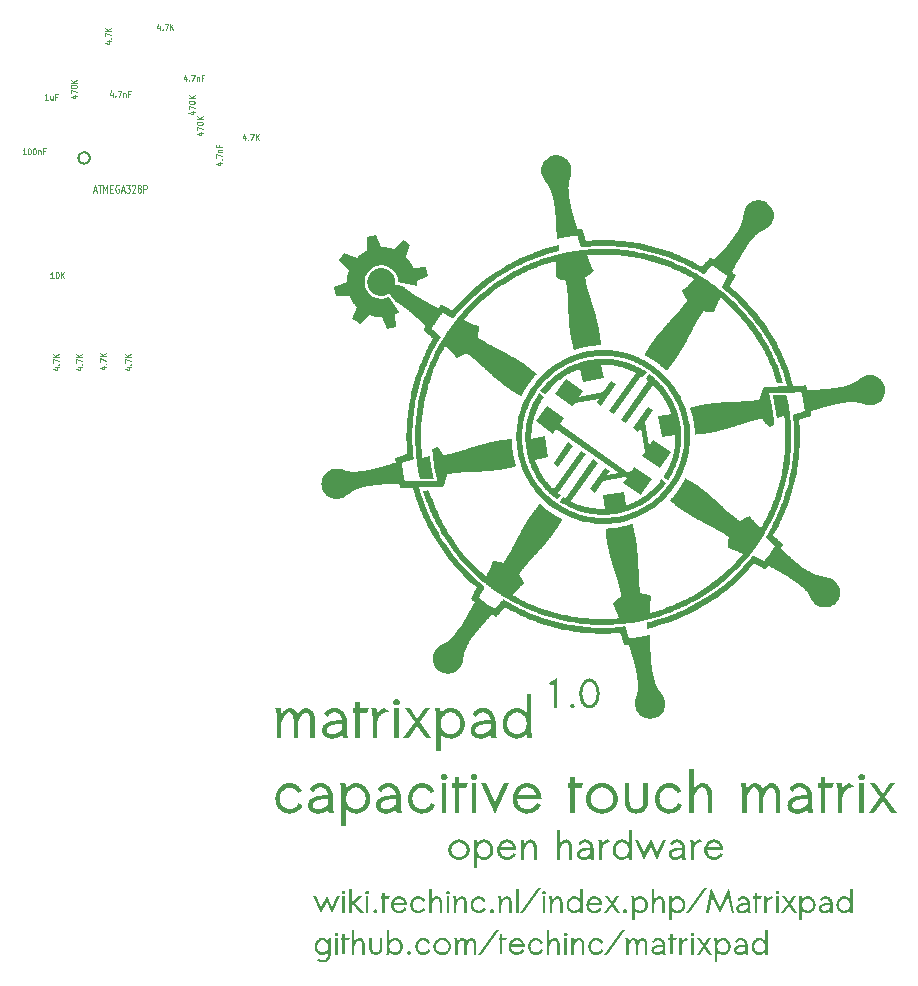
<source format=gto>
G04 (created by PCBNEW-RS274X (2012-apr-16-27)-stable) date Sat 30 Nov 2013 01:43:18 AM CET*
G01*
G70*
G90*
%MOIN*%
G04 Gerber Fmt 3.4, Leading zero omitted, Abs format*
%FSLAX34Y34*%
G04 APERTURE LIST*
%ADD10C,0.006000*%
%ADD11C,0.000100*%
%ADD12C,0.004900*%
%ADD13C,0.010000*%
%ADD14C,0.004500*%
G04 APERTURE END LIST*
G54D10*
X02382Y-10574D02*
X02378Y-10610D01*
X02367Y-10645D01*
X02350Y-10678D01*
X02327Y-10706D01*
X02299Y-10729D01*
X02266Y-10747D01*
X02231Y-10758D01*
X02195Y-10761D01*
X02159Y-10758D01*
X02124Y-10748D01*
X02092Y-10731D01*
X02063Y-10708D01*
X02039Y-10680D01*
X02022Y-10648D01*
X02011Y-10613D01*
X02007Y-10576D01*
X02010Y-10541D01*
X02020Y-10505D01*
X02036Y-10473D01*
X02059Y-10444D01*
X02087Y-10420D01*
X02119Y-10402D01*
X02154Y-10391D01*
X02191Y-10387D01*
X02226Y-10389D01*
X02261Y-10399D01*
X02294Y-10416D01*
X02323Y-10438D01*
X02347Y-10466D01*
X02365Y-10498D01*
X02377Y-10533D01*
X02381Y-10569D01*
X02382Y-10574D01*
G54D11*
G36*
X17951Y-10479D02*
X17918Y-10479D01*
X17885Y-10481D01*
X17851Y-10486D01*
X17826Y-10489D01*
X17802Y-10493D01*
X17760Y-10507D01*
X17720Y-10525D01*
X17681Y-10545D01*
X17645Y-10569D01*
X17611Y-10596D01*
X17580Y-10626D01*
X17551Y-10658D01*
X17525Y-10692D01*
X17502Y-10728D01*
X17482Y-10766D01*
X17465Y-10806D01*
X17452Y-10847D01*
X17442Y-10889D01*
X17436Y-10933D01*
X17434Y-10977D01*
X17435Y-11021D01*
X17441Y-11066D01*
X17450Y-11108D01*
X17462Y-11147D01*
X17476Y-11184D01*
X17493Y-11218D01*
X17510Y-11250D01*
X17527Y-11279D01*
X17545Y-11306D01*
X17565Y-11336D01*
X17586Y-11365D01*
X17607Y-11393D01*
X17627Y-11419D01*
X17646Y-11444D01*
X17658Y-11463D01*
X17670Y-11482D01*
X17682Y-11503D01*
X17694Y-11525D01*
X17707Y-11550D01*
X17720Y-11577D01*
X17732Y-11606D01*
X17745Y-11637D01*
X17758Y-11672D01*
X17771Y-11709D01*
X17784Y-11749D01*
X17797Y-11793D01*
X17809Y-11840D01*
X17822Y-11892D01*
X17834Y-11947D01*
X17846Y-12006D01*
X17858Y-12069D01*
X17865Y-12112D01*
X17871Y-12152D01*
X17877Y-12191D01*
X17883Y-12228D01*
X17888Y-12264D01*
X17892Y-12299D01*
X17896Y-12333D01*
X17900Y-12367D01*
X17903Y-12400D01*
X17906Y-12433D01*
X17909Y-12465D01*
X17912Y-12498D01*
X17914Y-12531D01*
X17916Y-12565D01*
X17918Y-12599D01*
X17920Y-12634D01*
X17922Y-12670D01*
X17924Y-12707D01*
X17926Y-12746D01*
X17928Y-12787D01*
X17930Y-12829D01*
X17932Y-12873D01*
X17935Y-12920D01*
X17938Y-12969D01*
X17941Y-13020D01*
X17944Y-13075D01*
X17948Y-13132D01*
X17950Y-13168D01*
X17950Y-13204D01*
X17950Y-13239D01*
X17951Y-13274D01*
X17990Y-13265D01*
X18030Y-13256D01*
X18069Y-13247D01*
X18109Y-13239D01*
X18148Y-13231D01*
X18188Y-13223D01*
X18228Y-13216D01*
X18267Y-13209D01*
X18306Y-13202D01*
X18345Y-13195D01*
X18383Y-13189D01*
X18422Y-13182D01*
X18459Y-13177D01*
X18496Y-13171D01*
X18533Y-13165D01*
X18569Y-13160D01*
X18604Y-13154D01*
X18639Y-13149D01*
X18639Y-13153D01*
X18650Y-13189D01*
X18661Y-13225D01*
X18672Y-13262D01*
X18683Y-13299D01*
X18694Y-13336D01*
X18705Y-13373D01*
X18716Y-13410D01*
X18726Y-13446D01*
X18737Y-13482D01*
X18747Y-13517D01*
X18757Y-13552D01*
X18760Y-13556D01*
X18898Y-13541D01*
X19035Y-13529D01*
X19172Y-13520D01*
X19309Y-13515D01*
X19445Y-13512D01*
X19581Y-13512D01*
X19716Y-13515D01*
X19851Y-13521D01*
X19986Y-13529D01*
X20119Y-13541D01*
X20252Y-13555D01*
X20385Y-13572D01*
X20516Y-13592D01*
X20647Y-13614D01*
X20777Y-13639D01*
X20907Y-13667D01*
X21035Y-13697D01*
X21163Y-13730D01*
X21289Y-13766D01*
X21415Y-13804D01*
X21540Y-13845D01*
X21664Y-13888D01*
X21786Y-13934D01*
X21908Y-13982D01*
X22028Y-14033D01*
X22148Y-14086D01*
X22266Y-14142D01*
X22383Y-14200D01*
X22498Y-14260D01*
X22612Y-14323D01*
X22725Y-14388D01*
X22837Y-14455D01*
X22863Y-14427D01*
X22890Y-14399D01*
X22917Y-14371D01*
X22944Y-14342D01*
X22971Y-14313D01*
X22998Y-14285D01*
X23024Y-14256D01*
X23050Y-14228D01*
X23075Y-14201D01*
X23099Y-14175D01*
X23122Y-14149D01*
X23155Y-14170D01*
X23189Y-14192D01*
X23223Y-14214D01*
X23258Y-14237D01*
X23292Y-14259D01*
X23326Y-14282D01*
X23360Y-14305D01*
X23393Y-14329D01*
X23426Y-14352D01*
X23459Y-14375D01*
X23491Y-14398D01*
X23523Y-14421D01*
X23554Y-14444D01*
X23584Y-14467D01*
X23614Y-14489D01*
X23642Y-14510D01*
X23624Y-14545D01*
X23605Y-14580D01*
X23586Y-14615D01*
X23567Y-14649D01*
X23548Y-14683D01*
X23529Y-14717D01*
X23511Y-14750D01*
X23494Y-14783D01*
X23477Y-14816D01*
X23460Y-14847D01*
X23444Y-14878D01*
X23541Y-14956D01*
X23636Y-15036D01*
X23729Y-15117D01*
X23821Y-15200D01*
X23911Y-15285D01*
X24000Y-15372D01*
X24087Y-15461D01*
X24172Y-15551D01*
X24256Y-15643D01*
X24337Y-15736D01*
X24418Y-15832D01*
X24496Y-15929D01*
X24572Y-16027D01*
X24647Y-16128D01*
X24720Y-16230D01*
X24790Y-16333D01*
X24859Y-16438D01*
X24926Y-16544D01*
X24991Y-16652D01*
X25054Y-16762D01*
X25114Y-16873D01*
X25173Y-16985D01*
X25229Y-17099D01*
X25283Y-17214D01*
X25335Y-17331D01*
X25385Y-17449D01*
X25433Y-17568D01*
X25478Y-17689D01*
X25521Y-17811D01*
X25562Y-17934D01*
X25600Y-18058D01*
X25635Y-18184D01*
X25598Y-18185D01*
X25559Y-18187D01*
X25521Y-18188D01*
X25484Y-18189D01*
X25448Y-18190D01*
X25413Y-18191D01*
X25398Y-18191D01*
X25372Y-18192D01*
X25339Y-18192D01*
X25299Y-18193D01*
X25254Y-18194D01*
X25205Y-18195D01*
X25154Y-18196D01*
X25102Y-18197D01*
X25052Y-18198D01*
X25003Y-18199D01*
X24958Y-18200D01*
X24919Y-18200D01*
X24886Y-18201D01*
X24862Y-18201D01*
X24847Y-18201D01*
X24833Y-18228D01*
X24820Y-18255D01*
X24809Y-18285D01*
X24800Y-18313D01*
X24791Y-18340D01*
X24778Y-18378D01*
X24769Y-18402D01*
X24759Y-18432D01*
X24747Y-18466D01*
X24735Y-18504D01*
X24724Y-18545D01*
X24715Y-18587D01*
X24708Y-18628D01*
X24669Y-18635D01*
X24631Y-18641D01*
X24594Y-18647D01*
X24559Y-18652D01*
X24525Y-18657D01*
X24492Y-18662D01*
X24459Y-18666D01*
X24426Y-18669D01*
X24392Y-18673D01*
X24358Y-18676D01*
X24323Y-18679D01*
X24287Y-18682D01*
X24249Y-18684D01*
X24209Y-18686D01*
X24167Y-18688D01*
X24123Y-18691D01*
X24075Y-18693D01*
X24024Y-18694D01*
X23987Y-18696D01*
X23949Y-18697D01*
X23910Y-18699D01*
X23871Y-18700D01*
X23832Y-18702D01*
X23792Y-18704D01*
X23751Y-18706D01*
X23711Y-18708D01*
X23670Y-18710D01*
X23629Y-18712D01*
X23588Y-18714D01*
X23546Y-18717D01*
X23505Y-18719D01*
X23463Y-18722D01*
X23422Y-18725D01*
X23381Y-18728D01*
X23339Y-18731D01*
X23298Y-18735D01*
X23257Y-18739D01*
X23217Y-18743D01*
X23177Y-18747D01*
X23137Y-18751D01*
X23097Y-18756D01*
X23058Y-18760D01*
X23020Y-18765D01*
X22982Y-18771D01*
X22944Y-18776D01*
X22908Y-18782D01*
X22872Y-18788D01*
X22837Y-18794D01*
X22803Y-18801D01*
X22768Y-18808D01*
X22732Y-18815D01*
X22696Y-18823D01*
X22659Y-18831D01*
X22622Y-18839D01*
X22585Y-18848D01*
X22547Y-18857D01*
X22509Y-18866D01*
X22472Y-18876D01*
X22434Y-18886D01*
X22396Y-18896D01*
X22408Y-18931D01*
X22419Y-18967D01*
X22431Y-19003D01*
X22442Y-19040D01*
X22452Y-19076D01*
X22463Y-19113D01*
X22473Y-19149D01*
X22482Y-19186D01*
X22491Y-19224D01*
X22499Y-19261D01*
X22507Y-19299D01*
X22514Y-19337D01*
X22520Y-19375D01*
X22526Y-19414D01*
X22531Y-19452D01*
X22536Y-19490D01*
X22540Y-19529D01*
X22543Y-19567D01*
X22546Y-19605D01*
X22549Y-19643D01*
X22551Y-19681D01*
X22553Y-19719D01*
X22554Y-19757D01*
X22556Y-19795D01*
X22594Y-19792D01*
X22633Y-19789D01*
X22671Y-19785D01*
X22710Y-19781D01*
X22748Y-19778D01*
X22785Y-19774D01*
X22822Y-19770D01*
X22859Y-19765D01*
X22895Y-19761D01*
X22931Y-19756D01*
X22966Y-19751D01*
X23001Y-19745D01*
X23035Y-19740D01*
X23071Y-19733D01*
X23107Y-19726D01*
X23144Y-19718D01*
X23182Y-19710D01*
X23220Y-19702D01*
X23258Y-19693D01*
X23297Y-19684D01*
X23336Y-19674D01*
X23375Y-19664D01*
X23415Y-19654D01*
X23455Y-19644D01*
X23495Y-19633D01*
X23535Y-19622D01*
X23575Y-19611D01*
X23615Y-19599D01*
X23655Y-19588D01*
X23695Y-19576D01*
X23735Y-19564D01*
X23774Y-19552D01*
X23814Y-19540D01*
X23853Y-19528D01*
X23892Y-19516D01*
X23931Y-19504D01*
X23969Y-19492D01*
X24007Y-19481D01*
X24044Y-19469D01*
X24081Y-19457D01*
X24117Y-19445D01*
X24153Y-19434D01*
X24201Y-19419D01*
X24247Y-19404D01*
X24289Y-19391D01*
X24330Y-19379D01*
X24368Y-19368D01*
X24404Y-19357D01*
X24439Y-19347D01*
X24473Y-19338D01*
X24507Y-19329D01*
X24539Y-19321D01*
X24572Y-19314D01*
X24604Y-19306D01*
X24637Y-19299D01*
X24671Y-19292D01*
X24706Y-19285D01*
X24742Y-19278D01*
X24780Y-19271D01*
X24819Y-19264D01*
X24839Y-19299D01*
X24859Y-19333D01*
X24881Y-19366D01*
X24905Y-19398D01*
X24929Y-19428D01*
X24954Y-19456D01*
X24979Y-19483D01*
X25045Y-19549D01*
X25122Y-19507D01*
X25145Y-19495D01*
X25173Y-19483D01*
X25205Y-19469D01*
X25201Y-19429D01*
X25197Y-19388D01*
X25192Y-19347D01*
X25188Y-19305D01*
X25183Y-19263D01*
X25177Y-19221D01*
X25172Y-19180D01*
X25167Y-19139D01*
X25161Y-19099D01*
X25155Y-19060D01*
X25150Y-19022D01*
X25144Y-18986D01*
X25139Y-18951D01*
X25134Y-18919D01*
X25128Y-18889D01*
X25122Y-18852D01*
X25115Y-18815D01*
X25109Y-18779D01*
X25102Y-18742D01*
X25095Y-18705D01*
X25087Y-18669D01*
X25080Y-18633D01*
X25072Y-18597D01*
X25065Y-18560D01*
X25057Y-18524D01*
X25048Y-18488D01*
X25040Y-18452D01*
X25031Y-18417D01*
X25344Y-18413D01*
X25347Y-18413D01*
X25420Y-18410D01*
X25444Y-18410D01*
X25469Y-18410D01*
X25594Y-18410D01*
X25594Y-18403D01*
X25626Y-18403D01*
X25658Y-18403D01*
X25691Y-18403D01*
X25705Y-18403D01*
X25739Y-18402D01*
X25774Y-18401D01*
X25809Y-18401D01*
X25844Y-18399D01*
X25870Y-18396D01*
X25896Y-18392D01*
X25930Y-18392D01*
X25965Y-18391D01*
X25999Y-18391D01*
X26033Y-18391D01*
X26068Y-18390D01*
X26104Y-18389D01*
X26112Y-18420D01*
X26122Y-18451D01*
X26131Y-18482D01*
X26139Y-18514D01*
X26146Y-18552D01*
X26152Y-18591D01*
X26158Y-18629D01*
X26164Y-18667D01*
X26170Y-18705D01*
X26177Y-18741D01*
X26183Y-18777D01*
X26190Y-18813D01*
X26196Y-18849D01*
X26201Y-18885D01*
X26205Y-18916D01*
X26209Y-18948D01*
X26212Y-18979D01*
X26215Y-19010D01*
X26189Y-19018D01*
X26162Y-19024D01*
X26135Y-19031D01*
X26014Y-19069D01*
X26010Y-19069D01*
X25975Y-19081D01*
X25941Y-19093D01*
X25906Y-19104D01*
X25877Y-19113D01*
X25848Y-19120D01*
X25819Y-19128D01*
X25834Y-19266D01*
X25846Y-19404D01*
X25855Y-19541D01*
X25860Y-19678D01*
X25863Y-19814D01*
X25863Y-19950D01*
X25860Y-20085D01*
X25854Y-20220D01*
X25846Y-20354D01*
X25834Y-20488D01*
X25820Y-20621D01*
X25803Y-20754D01*
X25783Y-20886D01*
X25760Y-21017D01*
X25735Y-21147D01*
X25707Y-21276D01*
X25676Y-21405D01*
X25643Y-21533D01*
X25607Y-21660D01*
X25569Y-21785D01*
X25528Y-21910D01*
X25484Y-22034D01*
X25438Y-22157D01*
X25390Y-22279D01*
X25339Y-22399D01*
X25286Y-22519D01*
X25230Y-22637D01*
X25172Y-22754D01*
X25112Y-22869D01*
X25049Y-22984D01*
X24984Y-23097D01*
X24917Y-23208D01*
X24939Y-23229D01*
X24963Y-23250D01*
X24986Y-23271D01*
X25012Y-23295D01*
X25037Y-23319D01*
X25063Y-23344D01*
X25088Y-23368D01*
X25114Y-23393D01*
X25140Y-23418D01*
X25167Y-23443D01*
X25194Y-23468D01*
X25222Y-23493D01*
X25226Y-23497D01*
X25206Y-23527D01*
X25187Y-23557D01*
X25167Y-23587D01*
X25147Y-23617D01*
X25127Y-23646D01*
X25107Y-23676D01*
X25086Y-23705D01*
X25066Y-23735D01*
X25045Y-23764D01*
X25023Y-23796D01*
X25000Y-23828D01*
X24978Y-23860D01*
X24955Y-23892D01*
X24931Y-23924D01*
X24908Y-23955D01*
X24885Y-23987D01*
X24861Y-24017D01*
X24858Y-24014D01*
X24833Y-24000D01*
X24809Y-23986D01*
X24785Y-23972D01*
X24674Y-23910D01*
X24670Y-23910D01*
X24649Y-23899D01*
X24628Y-23889D01*
X24625Y-23885D01*
X24599Y-23872D01*
X24573Y-23858D01*
X24546Y-23844D01*
X24519Y-23830D01*
X24493Y-23816D01*
X24411Y-23917D01*
X24327Y-24017D01*
X24241Y-24115D01*
X24153Y-24211D01*
X24063Y-24306D01*
X23971Y-24399D01*
X23877Y-24490D01*
X23781Y-24579D01*
X23683Y-24666D01*
X23583Y-24751D01*
X23481Y-24834D01*
X23378Y-24915D01*
X23273Y-24994D01*
X23166Y-25071D01*
X23057Y-25146D01*
X22946Y-25219D01*
X22834Y-25289D01*
X22720Y-25358D01*
X22605Y-25424D01*
X22487Y-25487D01*
X22369Y-25549D01*
X22248Y-25608D01*
X22127Y-25664D01*
X22003Y-25718D01*
X21878Y-25770D01*
X21752Y-25819D01*
X21624Y-25866D01*
X21495Y-25910D01*
X21365Y-25951D01*
X21233Y-25990D01*
X21100Y-26026D01*
X20965Y-26059D01*
X20966Y-26092D01*
X20967Y-26125D01*
X20969Y-26159D01*
X20970Y-26193D01*
X20971Y-26227D01*
X20972Y-26260D01*
X21106Y-26228D01*
X21239Y-26193D01*
X21370Y-26156D01*
X21501Y-26116D01*
X21629Y-26073D01*
X21757Y-26028D01*
X21883Y-25981D01*
X22008Y-25931D01*
X22131Y-25878D01*
X22253Y-25824D01*
X22373Y-25767D01*
X22492Y-25707D01*
X22609Y-25646D01*
X22725Y-25582D01*
X22839Y-25516D01*
X22952Y-25447D01*
X23063Y-25377D01*
X23172Y-25304D01*
X23280Y-25230D01*
X23386Y-25153D01*
X23491Y-25075D01*
X23593Y-24994D01*
X23694Y-24912D01*
X23794Y-24827D01*
X23891Y-24741D01*
X23987Y-24653D01*
X24080Y-24563D01*
X24172Y-24471D01*
X24262Y-24377D01*
X24350Y-24282D01*
X24437Y-24185D01*
X24521Y-24087D01*
X24545Y-24099D01*
X24569Y-24111D01*
X24681Y-24167D01*
X24714Y-24185D01*
X24748Y-24204D01*
X24783Y-24223D01*
X24817Y-24243D01*
X24851Y-24262D01*
X24885Y-24281D01*
X24899Y-24288D01*
X24920Y-24263D01*
X24941Y-24237D01*
X24962Y-24211D01*
X24983Y-24186D01*
X25003Y-24160D01*
X25049Y-24185D01*
X25093Y-24209D01*
X25135Y-24231D01*
X25175Y-24253D01*
X25213Y-24273D01*
X25250Y-24293D01*
X25285Y-24312D01*
X25319Y-24330D01*
X25351Y-24348D01*
X25383Y-24365D01*
X25414Y-24382D01*
X25444Y-24398D01*
X25474Y-24415D01*
X25503Y-24431D01*
X25532Y-24448D01*
X25560Y-24464D01*
X25589Y-24481D01*
X25618Y-24499D01*
X25647Y-24516D01*
X25676Y-24535D01*
X25706Y-24554D01*
X25736Y-24574D01*
X25768Y-24594D01*
X25800Y-24616D01*
X25833Y-24639D01*
X25868Y-24663D01*
X25921Y-24701D01*
X25969Y-24737D01*
X26014Y-24771D01*
X26055Y-24803D01*
X26093Y-24835D01*
X26128Y-24864D01*
X26159Y-24892D01*
X26188Y-24919D01*
X26213Y-24945D01*
X26237Y-24970D01*
X26258Y-24993D01*
X26277Y-25016D01*
X26294Y-25037D01*
X26309Y-25058D01*
X26323Y-25077D01*
X26336Y-25096D01*
X26347Y-25115D01*
X26364Y-25144D01*
X26379Y-25174D01*
X26393Y-25205D01*
X26409Y-25237D01*
X26427Y-25271D01*
X26431Y-25274D01*
X26447Y-25302D01*
X26466Y-25330D01*
X26488Y-25358D01*
X26512Y-25387D01*
X26540Y-25416D01*
X26570Y-25443D01*
X26604Y-25469D01*
X26643Y-25493D01*
X26682Y-25514D01*
X26723Y-25530D01*
X26765Y-25543D01*
X26807Y-25551D01*
X26850Y-25556D01*
X26893Y-25557D01*
X26936Y-25555D01*
X26978Y-25549D01*
X27020Y-25539D01*
X27061Y-25526D01*
X27101Y-25509D01*
X27139Y-25489D01*
X27176Y-25466D01*
X27211Y-25439D01*
X27244Y-25409D01*
X27274Y-25376D01*
X27302Y-25340D01*
X27317Y-25321D01*
X27330Y-25302D01*
X27350Y-25262D01*
X27366Y-25221D01*
X27379Y-25180D01*
X27387Y-25137D01*
X27393Y-25094D01*
X27394Y-25051D01*
X27392Y-25008D01*
X27387Y-24966D01*
X27378Y-24924D01*
X27365Y-24883D01*
X27349Y-24843D01*
X27330Y-24805D01*
X27308Y-24768D01*
X27282Y-24733D01*
X27252Y-24700D01*
X27220Y-24670D01*
X27184Y-24642D01*
X27148Y-24619D01*
X27112Y-24600D01*
X27076Y-24584D01*
X27040Y-24570D01*
X27005Y-24560D01*
X26972Y-24551D01*
X26941Y-24545D01*
X26938Y-24542D01*
X26900Y-24535D01*
X26865Y-24530D01*
X26833Y-24525D01*
X26800Y-24520D01*
X26767Y-24514D01*
X26746Y-24509D01*
X26724Y-24504D01*
X26700Y-24498D01*
X26676Y-24491D01*
X26649Y-24483D01*
X26621Y-24474D01*
X26591Y-24463D01*
X26560Y-24450D01*
X26526Y-24435D01*
X26490Y-24418D01*
X26453Y-24399D01*
X26413Y-24377D01*
X26370Y-24353D01*
X26325Y-24326D01*
X26277Y-24296D01*
X26227Y-24262D01*
X26174Y-24226D01*
X26138Y-24200D01*
X26104Y-24176D01*
X26071Y-24152D01*
X26040Y-24128D01*
X26010Y-24105D01*
X25982Y-24083D01*
X25954Y-24060D01*
X25927Y-24038D01*
X25901Y-24016D01*
X25875Y-23994D01*
X25849Y-23971D01*
X25824Y-23949D01*
X25798Y-23926D01*
X25772Y-23902D01*
X25745Y-23878D01*
X25718Y-23853D01*
X25690Y-23827D01*
X25661Y-23800D01*
X25631Y-23772D01*
X25599Y-23743D01*
X25566Y-23713D01*
X25531Y-23681D01*
X25494Y-23648D01*
X25455Y-23613D01*
X25413Y-23576D01*
X25430Y-23549D01*
X25446Y-23521D01*
X25461Y-23493D01*
X25477Y-23465D01*
X25493Y-23438D01*
X25479Y-23427D01*
X25450Y-23402D01*
X25421Y-23376D01*
X25393Y-23351D01*
X25365Y-23326D01*
X25337Y-23301D01*
X25309Y-23276D01*
X25282Y-23251D01*
X25255Y-23227D01*
X25228Y-23202D01*
X25201Y-23177D01*
X25174Y-23153D01*
X25234Y-23046D01*
X25293Y-22937D01*
X25350Y-22828D01*
X25405Y-22718D01*
X25457Y-22606D01*
X25508Y-22494D01*
X25556Y-22380D01*
X25603Y-22265D01*
X25647Y-22150D01*
X25689Y-22034D01*
X25729Y-21916D01*
X25767Y-21798D01*
X25802Y-21679D01*
X25835Y-21559D01*
X25867Y-21438D01*
X25895Y-21317D01*
X25922Y-21195D01*
X25946Y-21072D01*
X25968Y-20949D01*
X25987Y-20824D01*
X26005Y-20700D01*
X26019Y-20574D01*
X26032Y-20448D01*
X26042Y-20322D01*
X26049Y-20195D01*
X26054Y-20068D01*
X26057Y-19940D01*
X26057Y-19812D01*
X26054Y-19683D01*
X26049Y-19554D01*
X26041Y-19425D01*
X26031Y-19295D01*
X26057Y-19288D01*
X26083Y-19281D01*
X26201Y-19243D01*
X26238Y-19232D01*
X26275Y-19222D01*
X26312Y-19212D01*
X26349Y-19201D01*
X26386Y-19191D01*
X26424Y-19181D01*
X26441Y-19174D01*
X26437Y-19137D01*
X26432Y-19100D01*
X26427Y-19063D01*
X26420Y-19017D01*
X26471Y-19003D01*
X26519Y-18988D01*
X26564Y-18975D01*
X26608Y-18962D01*
X26650Y-18949D01*
X26690Y-18937D01*
X26728Y-18925D01*
X26765Y-18914D01*
X26801Y-18903D01*
X26835Y-18892D01*
X26869Y-18882D01*
X26902Y-18872D01*
X26935Y-18862D01*
X26967Y-18853D01*
X26999Y-18844D01*
X27031Y-18835D01*
X27063Y-18827D01*
X27095Y-18819D01*
X27128Y-18810D01*
X27162Y-18803D01*
X27197Y-18795D01*
X27232Y-18787D01*
X27269Y-18779D01*
X27307Y-18772D01*
X27347Y-18764D01*
X27389Y-18757D01*
X27453Y-18746D01*
X27512Y-18737D01*
X27568Y-18730D01*
X27621Y-18724D01*
X27670Y-18719D01*
X27715Y-18716D01*
X27757Y-18714D01*
X27797Y-18713D01*
X27833Y-18713D01*
X27868Y-18714D01*
X27899Y-18716D01*
X27929Y-18719D01*
X27956Y-18722D01*
X27982Y-18726D01*
X28005Y-18730D01*
X28028Y-18735D01*
X28049Y-18740D01*
X28082Y-18749D01*
X28115Y-18759D01*
X28149Y-18770D01*
X28185Y-18781D01*
X28222Y-18792D01*
X28222Y-18795D01*
X28253Y-18802D01*
X28286Y-18808D01*
X28321Y-18813D01*
X28358Y-18815D01*
X28397Y-18814D01*
X28437Y-18811D01*
X28479Y-18806D01*
X28524Y-18796D01*
X28566Y-18782D01*
X28607Y-18765D01*
X28646Y-18744D01*
X28682Y-18720D01*
X28716Y-18693D01*
X28747Y-18664D01*
X28776Y-18632D01*
X28802Y-18598D01*
X28825Y-18562D01*
X28845Y-18523D01*
X28862Y-18484D01*
X28875Y-18442D01*
X28885Y-18400D01*
X28891Y-18356D01*
X28893Y-18312D01*
X28891Y-18267D01*
X28885Y-18222D01*
X28883Y-18198D01*
X28878Y-18174D01*
X28867Y-18138D01*
X28852Y-18103D01*
X28835Y-18069D01*
X28816Y-18037D01*
X28795Y-18006D01*
X28771Y-17978D01*
X28746Y-17951D01*
X28719Y-17926D01*
X28690Y-17903D01*
X28660Y-17882D01*
X28628Y-17864D01*
X28596Y-17848D01*
X28562Y-17834D01*
X28527Y-17823D01*
X28492Y-17814D01*
X28456Y-17809D01*
X28419Y-17805D01*
X28381Y-17805D01*
X28344Y-17807D01*
X28306Y-17813D01*
X28264Y-17822D01*
X28225Y-17834D01*
X28188Y-17849D01*
X28153Y-17866D01*
X28122Y-17884D01*
X28092Y-17902D01*
X28066Y-17920D01*
X28063Y-17920D01*
X28032Y-17942D01*
X28004Y-17962D01*
X27978Y-17980D01*
X27951Y-17999D01*
X27924Y-18017D01*
X27906Y-18029D01*
X27886Y-18041D01*
X27866Y-18053D01*
X27844Y-18066D01*
X27820Y-18078D01*
X27793Y-18091D01*
X27765Y-18104D01*
X27734Y-18117D01*
X27700Y-18130D01*
X27664Y-18143D01*
X27624Y-18156D01*
X27580Y-18168D01*
X27534Y-18181D01*
X27483Y-18193D01*
X27428Y-18206D01*
X27369Y-18217D01*
X27306Y-18229D01*
X27264Y-18236D01*
X27224Y-18243D01*
X27185Y-18249D01*
X27147Y-18254D01*
X27111Y-18259D01*
X27075Y-18264D01*
X27040Y-18268D01*
X27006Y-18272D01*
X26972Y-18275D01*
X26938Y-18278D01*
X26905Y-18281D01*
X26871Y-18284D01*
X26837Y-18286D01*
X26802Y-18288D01*
X26767Y-18290D01*
X26731Y-18292D01*
X26695Y-18294D01*
X26657Y-18296D01*
X26618Y-18298D01*
X26577Y-18300D01*
X26535Y-18302D01*
X26491Y-18305D01*
X26445Y-18307D01*
X26398Y-18310D01*
X26348Y-18313D01*
X26295Y-18316D01*
X26288Y-18264D01*
X26260Y-18156D01*
X26243Y-18156D01*
X26206Y-18159D01*
X26169Y-18161D01*
X26131Y-18164D01*
X26094Y-18166D01*
X26057Y-18169D01*
X26021Y-18171D01*
X25984Y-18173D01*
X25948Y-18175D01*
X25912Y-18177D01*
X25876Y-18179D01*
X25840Y-18181D01*
X25806Y-18055D01*
X25769Y-17931D01*
X25729Y-17808D01*
X25688Y-17686D01*
X25644Y-17566D01*
X25598Y-17446D01*
X25550Y-17328D01*
X25499Y-17212D01*
X25447Y-17096D01*
X25392Y-16982D01*
X25335Y-16869D01*
X25277Y-16758D01*
X25216Y-16648D01*
X25153Y-16539D01*
X25088Y-16432D01*
X25022Y-16326D01*
X24953Y-16222D01*
X24883Y-16119D01*
X24810Y-16018D01*
X24736Y-15918D01*
X24660Y-15820D01*
X24583Y-15723D01*
X24503Y-15628D01*
X24422Y-15535D01*
X24339Y-15443D01*
X24255Y-15353D01*
X24169Y-15264D01*
X24081Y-15177D01*
X23992Y-15092D01*
X23901Y-15009D01*
X23809Y-14927D01*
X23715Y-14847D01*
X23734Y-14812D01*
X23752Y-14776D01*
X23771Y-14741D01*
X23789Y-14705D01*
X23808Y-14670D01*
X23827Y-14635D01*
X23845Y-14601D01*
X23864Y-14567D01*
X23882Y-14534D01*
X23899Y-14501D01*
X23917Y-14469D01*
X23892Y-14449D01*
X23866Y-14430D01*
X23840Y-14410D01*
X23814Y-14391D01*
X23788Y-14372D01*
X23814Y-14325D01*
X23837Y-14281D01*
X23860Y-14239D01*
X23882Y-14199D01*
X23902Y-14160D01*
X23922Y-14123D01*
X23941Y-14088D01*
X23959Y-14054D01*
X23977Y-14021D01*
X23994Y-13988D01*
X24011Y-13957D01*
X24027Y-13927D01*
X24044Y-13897D01*
X24060Y-13868D01*
X24076Y-13838D01*
X24093Y-13810D01*
X24110Y-13781D01*
X24127Y-13752D01*
X24145Y-13723D01*
X24163Y-13693D01*
X24182Y-13663D01*
X24202Y-13632D01*
X24223Y-13601D01*
X24245Y-13568D01*
X24267Y-13535D01*
X24292Y-13500D01*
X24329Y-13447D01*
X24365Y-13399D01*
X24399Y-13354D01*
X24432Y-13313D01*
X24463Y-13276D01*
X24493Y-13241D01*
X24521Y-13210D01*
X24548Y-13182D01*
X24574Y-13157D01*
X24598Y-13133D01*
X24622Y-13113D01*
X24644Y-13094D01*
X24666Y-13077D01*
X24686Y-13062D01*
X24706Y-13048D01*
X24725Y-13036D01*
X24743Y-13024D01*
X24773Y-13008D01*
X24803Y-12993D01*
X24833Y-12978D01*
X24865Y-12963D01*
X24899Y-12944D01*
X24932Y-12920D01*
X24964Y-12895D01*
X24995Y-12871D01*
X25025Y-12846D01*
X25052Y-12820D01*
X25076Y-12794D01*
X25097Y-12767D01*
X25122Y-12729D01*
X25142Y-12689D01*
X25158Y-12648D01*
X25171Y-12607D01*
X25180Y-12564D01*
X25185Y-12521D01*
X25186Y-12478D01*
X25183Y-12436D01*
X25177Y-12393D01*
X25167Y-12351D01*
X25154Y-12311D01*
X25138Y-12271D01*
X25118Y-12232D01*
X25094Y-12195D01*
X25068Y-12161D01*
X25038Y-12128D01*
X25005Y-12097D01*
X24969Y-12069D01*
X24949Y-12055D01*
X24931Y-12042D01*
X24891Y-12022D01*
X24850Y-12005D01*
X24808Y-11993D01*
X24766Y-11984D01*
X24723Y-11979D01*
X24680Y-11977D01*
X24637Y-11979D01*
X24594Y-11985D01*
X24553Y-11994D01*
X24512Y-12006D01*
X24472Y-12022D01*
X24433Y-12041D01*
X24396Y-12064D01*
X24362Y-12090D01*
X24329Y-12119D01*
X24298Y-12152D01*
X24271Y-12187D01*
X24248Y-12223D01*
X24229Y-12260D01*
X24213Y-12296D01*
X24201Y-12332D01*
X24191Y-12366D01*
X24183Y-12399D01*
X24177Y-12431D01*
X24170Y-12467D01*
X24164Y-12504D01*
X24159Y-12541D01*
X24154Y-12576D01*
X24149Y-12608D01*
X24145Y-12629D01*
X24140Y-12651D01*
X24134Y-12674D01*
X24126Y-12698D01*
X24118Y-12724D01*
X24108Y-12751D01*
X24097Y-12780D01*
X24084Y-12811D01*
X24068Y-12843D01*
X24051Y-12878D01*
X24032Y-12915D01*
X24010Y-12954D01*
X23985Y-12996D01*
X23958Y-13040D01*
X23928Y-13088D01*
X23894Y-13138D01*
X23858Y-13191D01*
X23833Y-13226D01*
X23809Y-13259D01*
X23786Y-13290D01*
X23764Y-13320D01*
X23741Y-13349D01*
X23719Y-13378D01*
X23698Y-13405D01*
X23676Y-13432D01*
X23654Y-13458D01*
X23633Y-13483D01*
X23611Y-13509D01*
X23589Y-13534D01*
X23567Y-13560D01*
X23544Y-13585D01*
X23521Y-13611D01*
X23497Y-13638D01*
X23472Y-13665D01*
X23447Y-13693D01*
X23421Y-13722D01*
X23394Y-13751D01*
X23365Y-13783D01*
X23336Y-13815D01*
X23305Y-13849D01*
X23273Y-13885D01*
X23240Y-13922D01*
X23205Y-13962D01*
X23177Y-13945D01*
X23149Y-13928D01*
X23122Y-13912D01*
X23094Y-13895D01*
X23066Y-13878D01*
X23039Y-13908D01*
X23012Y-13937D01*
X22986Y-13967D01*
X22959Y-13997D01*
X22932Y-14027D01*
X22906Y-14056D01*
X22880Y-14085D01*
X22854Y-14114D01*
X22829Y-14141D01*
X22805Y-14168D01*
X22781Y-14194D01*
X22674Y-14134D01*
X22566Y-14075D01*
X22457Y-14019D01*
X22346Y-13964D01*
X22235Y-13911D01*
X22122Y-13861D01*
X22009Y-13813D01*
X21894Y-13766D01*
X21778Y-13722D01*
X21662Y-13680D01*
X21545Y-13641D01*
X21426Y-13603D01*
X21307Y-13568D01*
X21187Y-13534D01*
X21067Y-13503D01*
X20945Y-13475D01*
X20823Y-13448D01*
X20700Y-13424D01*
X20577Y-13403D01*
X20453Y-13383D01*
X20328Y-13366D01*
X20203Y-13352D01*
X20077Y-13339D01*
X19950Y-13329D01*
X19823Y-13322D01*
X19696Y-13317D01*
X19568Y-13315D01*
X19440Y-13315D01*
X19311Y-13317D01*
X19182Y-13322D01*
X19053Y-13330D01*
X18924Y-13340D01*
X18912Y-13302D01*
X18901Y-13264D01*
X18889Y-13226D01*
X18878Y-13187D01*
X18866Y-13149D01*
X18855Y-13112D01*
X18844Y-13074D01*
X18833Y-13037D01*
X18823Y-13001D01*
X18812Y-12965D01*
X18802Y-12931D01*
X18768Y-12934D01*
X18736Y-12938D01*
X18705Y-12942D01*
X18674Y-12945D01*
X18642Y-12948D01*
X18627Y-12896D01*
X18612Y-12846D01*
X18598Y-12799D01*
X18585Y-12754D01*
X18572Y-12711D01*
X18559Y-12670D01*
X18547Y-12631D01*
X18536Y-12593D01*
X18525Y-12557D01*
X18514Y-12521D01*
X18504Y-12487D01*
X18494Y-12453D01*
X18485Y-12419D01*
X18475Y-12386D01*
X18466Y-12353D01*
X18457Y-12320D01*
X18449Y-12286D01*
X18441Y-12252D01*
X18432Y-12217D01*
X18424Y-12182D01*
X18416Y-12145D01*
X18409Y-12107D01*
X18401Y-12067D01*
X18393Y-12026D01*
X18385Y-11983D01*
X18375Y-11919D01*
X18366Y-11859D01*
X18358Y-11803D01*
X18352Y-11750D01*
X18348Y-11701D01*
X18345Y-11656D01*
X18343Y-11613D01*
X18342Y-11573D01*
X18342Y-11536D01*
X18343Y-11502D01*
X18345Y-11470D01*
X18347Y-11440D01*
X18351Y-11413D01*
X18354Y-11387D01*
X18359Y-11363D01*
X18363Y-11340D01*
X18368Y-11319D01*
X18380Y-11282D01*
X18391Y-11247D01*
X18401Y-11213D01*
X18411Y-11180D01*
X18420Y-11149D01*
X18428Y-11119D01*
X18434Y-11086D01*
X18439Y-11051D01*
X18442Y-11014D01*
X18442Y-10975D01*
X18440Y-10934D01*
X18434Y-10892D01*
X18425Y-10852D01*
X18413Y-10814D01*
X18399Y-10776D01*
X18381Y-10741D01*
X18361Y-10707D01*
X18338Y-10676D01*
X18313Y-10646D01*
X18286Y-10618D01*
X18257Y-10593D01*
X18226Y-10569D01*
X18195Y-10550D01*
X18163Y-10533D01*
X18130Y-10518D01*
X18096Y-10505D01*
X18061Y-10494D01*
X18025Y-10487D01*
X17988Y-10482D01*
X17951Y-10479D01*
X17951Y-10479D01*
X17951Y-10479D01*
G37*
G36*
X11913Y-13142D02*
X11767Y-13174D01*
X11618Y-13205D01*
X11632Y-13653D01*
X11597Y-13669D01*
X11562Y-13687D01*
X11528Y-13706D01*
X11495Y-13726D01*
X11463Y-13747D01*
X11431Y-13770D01*
X11399Y-13793D01*
X11369Y-13818D01*
X11339Y-13844D01*
X11310Y-13871D01*
X11281Y-13899D01*
X10865Y-13733D01*
X10781Y-13858D01*
X10701Y-13986D01*
X11028Y-14295D01*
X11014Y-14333D01*
X11002Y-14371D01*
X10991Y-14409D01*
X10981Y-14447D01*
X10973Y-14486D01*
X10966Y-14524D01*
X10961Y-14563D01*
X10956Y-14602D01*
X10954Y-14641D01*
X10952Y-14680D01*
X10951Y-14719D01*
X10538Y-14892D01*
X10573Y-15038D01*
X10604Y-15187D01*
X11045Y-15174D01*
X11060Y-15207D01*
X11076Y-15240D01*
X11093Y-15272D01*
X11111Y-15304D01*
X11130Y-15336D01*
X11150Y-15366D01*
X11171Y-15397D01*
X11193Y-15426D01*
X11216Y-15455D01*
X11240Y-15483D01*
X11265Y-15511D01*
X11292Y-15538D01*
X11128Y-15941D01*
X11257Y-16024D01*
X11385Y-16104D01*
X11677Y-15795D01*
X11714Y-15809D01*
X11750Y-15822D01*
X11787Y-15834D01*
X11824Y-15844D01*
X11861Y-15854D01*
X11899Y-15861D01*
X11936Y-15868D01*
X11974Y-15873D01*
X12012Y-15877D01*
X12049Y-15880D01*
X12087Y-15882D01*
X12125Y-15882D01*
X12288Y-16267D01*
X12437Y-16233D01*
X12583Y-16201D01*
X12573Y-15788D01*
X12607Y-15773D01*
X12640Y-15757D01*
X12672Y-15741D01*
X12705Y-15722D01*
X12347Y-15208D01*
X12310Y-15225D01*
X12273Y-15238D01*
X12234Y-15249D01*
X12195Y-15256D01*
X12155Y-15261D01*
X12115Y-15263D01*
X12075Y-15263D01*
X12035Y-15259D01*
X11995Y-15252D01*
X11955Y-15242D01*
X11916Y-15230D01*
X11877Y-15214D01*
X11839Y-15195D01*
X11802Y-15174D01*
X11765Y-15147D01*
X11730Y-15119D01*
X11698Y-15088D01*
X11669Y-15055D01*
X11643Y-15020D01*
X11619Y-14983D01*
X11599Y-14945D01*
X11582Y-14905D01*
X11568Y-14865D01*
X11557Y-14823D01*
X11550Y-14781D01*
X11545Y-14738D01*
X11544Y-14695D01*
X11546Y-14652D01*
X11552Y-14609D01*
X11561Y-14567D01*
X11573Y-14524D01*
X11589Y-14483D01*
X11609Y-14442D01*
X11632Y-14403D01*
X11658Y-14365D01*
X11687Y-14331D01*
X11718Y-14299D01*
X11751Y-14270D01*
X11786Y-14244D01*
X11823Y-14221D01*
X11861Y-14201D01*
X11900Y-14184D01*
X11941Y-14170D01*
X11982Y-14160D01*
X12025Y-14152D01*
X12067Y-14148D01*
X12110Y-14147D01*
X12153Y-14150D01*
X12196Y-14156D01*
X12239Y-14165D01*
X12281Y-14177D01*
X12323Y-14193D01*
X12363Y-14213D01*
X12403Y-14236D01*
X12438Y-14261D01*
X12471Y-14287D01*
X12501Y-14316D01*
X12529Y-14347D01*
X12555Y-14379D01*
X12578Y-14413D01*
X12598Y-14448D01*
X12616Y-14484D01*
X12631Y-14522D01*
X12643Y-14560D01*
X12652Y-14599D01*
X12659Y-14639D01*
X12663Y-14679D01*
X12663Y-14719D01*
X13278Y-14826D01*
X13281Y-14789D01*
X13284Y-14752D01*
X13285Y-14714D01*
X13285Y-14677D01*
X13663Y-14517D01*
X13632Y-14368D01*
X13601Y-14219D01*
X13181Y-14233D01*
X13164Y-14198D01*
X13147Y-14165D01*
X13129Y-14131D01*
X13109Y-14099D01*
X13088Y-14067D01*
X13067Y-14035D01*
X13044Y-14005D01*
X13020Y-13974D01*
X12995Y-13945D01*
X12969Y-13916D01*
X12941Y-13888D01*
X12913Y-13861D01*
X13073Y-13465D01*
X12948Y-13385D01*
X12819Y-13302D01*
X12521Y-13618D01*
X12482Y-13604D01*
X12443Y-13592D01*
X12404Y-13582D01*
X12365Y-13573D01*
X12325Y-13565D01*
X12286Y-13559D01*
X12246Y-13554D01*
X12206Y-13551D01*
X12167Y-13549D01*
X12127Y-13548D01*
X12087Y-13549D01*
X11913Y-13142D01*
X11913Y-13142D01*
X11913Y-13142D01*
G37*
G36*
X18021Y-13479D02*
X17887Y-13511D01*
X17754Y-13546D01*
X17623Y-13584D01*
X17493Y-13624D01*
X17364Y-13667D01*
X17236Y-13712D01*
X17110Y-13760D01*
X16986Y-13810D01*
X16863Y-13862D01*
X16741Y-13917D01*
X16621Y-13974D01*
X16502Y-14034D01*
X16385Y-14095D01*
X16269Y-14159D01*
X16155Y-14226D01*
X16043Y-14294D01*
X15932Y-14364D01*
X15823Y-14437D01*
X15715Y-14512D01*
X15609Y-14588D01*
X15505Y-14667D01*
X15402Y-14748D01*
X15301Y-14831D01*
X15202Y-14915D01*
X15105Y-15002D01*
X15010Y-15090D01*
X14916Y-15180D01*
X14824Y-15272D01*
X14734Y-15365D01*
X14646Y-15461D01*
X14560Y-15558D01*
X14476Y-15656D01*
X14452Y-15644D01*
X14427Y-15632D01*
X14316Y-15576D01*
X14283Y-15558D01*
X14250Y-15540D01*
X14217Y-15521D01*
X14185Y-15503D01*
X14152Y-15484D01*
X14118Y-15465D01*
X14097Y-15455D01*
X14073Y-15486D01*
X14048Y-15517D01*
X14024Y-15548D01*
X14000Y-15580D01*
X13954Y-15555D01*
X13910Y-15531D01*
X13868Y-15508D01*
X13828Y-15487D01*
X13790Y-15466D01*
X13753Y-15447D01*
X13717Y-15428D01*
X13683Y-15410D01*
X13650Y-15392D01*
X13618Y-15375D01*
X13587Y-15358D01*
X13556Y-15341D01*
X13526Y-15325D01*
X13497Y-15308D01*
X13467Y-15292D01*
X13438Y-15275D01*
X13409Y-15258D01*
X13380Y-15241D01*
X13351Y-15223D01*
X13321Y-15205D01*
X13291Y-15186D01*
X13261Y-15166D01*
X13229Y-15145D01*
X13197Y-15123D01*
X13163Y-15101D01*
X13128Y-15076D01*
X13090Y-15049D01*
X13054Y-15023D01*
X13020Y-14998D01*
X12989Y-14973D01*
X12959Y-14950D01*
X12931Y-14927D01*
X12906Y-14906D01*
X12881Y-14884D01*
X12858Y-14864D01*
X12837Y-14844D01*
X12663Y-14813D01*
X12628Y-14806D01*
X12587Y-14799D01*
X12569Y-14774D01*
X12569Y-14733D01*
X12566Y-14705D01*
X12564Y-14667D01*
X12560Y-14629D01*
X12552Y-14592D01*
X12542Y-14556D01*
X12528Y-14521D01*
X12512Y-14486D01*
X12493Y-14453D01*
X12470Y-14422D01*
X12446Y-14393D01*
X12418Y-14365D01*
X12387Y-14339D01*
X12354Y-14316D01*
X12315Y-14294D01*
X12275Y-14275D01*
X12234Y-14261D01*
X12193Y-14251D01*
X12151Y-14245D01*
X12108Y-14242D01*
X12066Y-14244D01*
X12025Y-14249D01*
X11983Y-14258D01*
X11943Y-14270D01*
X11904Y-14286D01*
X11867Y-14306D01*
X11831Y-14329D01*
X11798Y-14355D01*
X11766Y-14385D01*
X11738Y-14418D01*
X11712Y-14455D01*
X11690Y-14494D01*
X11671Y-14533D01*
X11657Y-14574D01*
X11647Y-14616D01*
X11641Y-14658D01*
X11639Y-14700D01*
X11641Y-14741D01*
X11646Y-14783D01*
X11655Y-14824D01*
X11668Y-14863D01*
X11685Y-14902D01*
X11704Y-14939D01*
X11728Y-14975D01*
X11754Y-15008D01*
X11784Y-15039D01*
X11818Y-15068D01*
X11854Y-15094D01*
X11889Y-15114D01*
X11925Y-15131D01*
X11962Y-15145D01*
X12000Y-15155D01*
X12038Y-15163D01*
X12076Y-15167D01*
X12114Y-15167D01*
X12152Y-15165D01*
X12190Y-15160D01*
X12227Y-15151D01*
X12263Y-15139D01*
X12299Y-15125D01*
X12323Y-15115D01*
X12361Y-15097D01*
X12389Y-15104D01*
X12413Y-15139D01*
X12434Y-15170D01*
X12559Y-15351D01*
X12588Y-15366D01*
X12617Y-15383D01*
X12648Y-15401D01*
X12680Y-15420D01*
X12713Y-15440D01*
X12748Y-15463D01*
X12784Y-15487D01*
X12823Y-15514D01*
X12857Y-15538D01*
X12890Y-15562D01*
X12922Y-15585D01*
X12952Y-15608D01*
X12981Y-15630D01*
X13009Y-15652D01*
X13036Y-15673D01*
X13063Y-15695D01*
X13089Y-15716D01*
X13114Y-15738D01*
X13140Y-15760D01*
X13165Y-15781D01*
X13190Y-15804D01*
X13216Y-15826D01*
X13242Y-15849D01*
X13268Y-15873D01*
X13295Y-15898D01*
X13323Y-15923D01*
X13352Y-15949D01*
X13381Y-15976D01*
X13412Y-16004D01*
X13444Y-16033D01*
X13478Y-16063D01*
X13514Y-16095D01*
X13551Y-16128D01*
X13590Y-16163D01*
X13573Y-16191D01*
X13557Y-16220D01*
X13540Y-16249D01*
X13524Y-16277D01*
X13507Y-16306D01*
X13517Y-16316D01*
X13547Y-16342D01*
X13576Y-16367D01*
X13604Y-16392D01*
X13633Y-16417D01*
X13661Y-16442D01*
X13689Y-16467D01*
X13717Y-16492D01*
X13745Y-16516D01*
X13772Y-16541D01*
X13799Y-16566D01*
X13826Y-16590D01*
X13766Y-16697D01*
X13707Y-16805D01*
X13651Y-16915D01*
X13596Y-17025D01*
X13543Y-17136D01*
X13493Y-17249D01*
X13444Y-17362D01*
X13398Y-17477D01*
X13354Y-17592D01*
X13311Y-17709D01*
X13271Y-17826D01*
X13233Y-17944D01*
X13198Y-18063D01*
X13164Y-18183D01*
X13133Y-18303D01*
X13104Y-18425D01*
X13077Y-18547D01*
X13053Y-18670D01*
X13031Y-18793D01*
X13011Y-18917D01*
X12994Y-19042D01*
X12979Y-19167D01*
X12966Y-19293D01*
X12956Y-19419D01*
X12948Y-19546D01*
X12943Y-19673D01*
X12941Y-19801D01*
X12940Y-19929D01*
X12943Y-20057D01*
X12948Y-20186D01*
X12955Y-20315D01*
X12965Y-20444D01*
X12943Y-20451D01*
X12920Y-20458D01*
X12802Y-20497D01*
X12765Y-20508D01*
X12728Y-20519D01*
X12690Y-20530D01*
X12652Y-20541D01*
X12614Y-20552D01*
X12576Y-20562D01*
X12559Y-20566D01*
X12564Y-20603D01*
X12571Y-20640D01*
X12576Y-20677D01*
X12580Y-20702D01*
X12583Y-20726D01*
X12533Y-20741D01*
X12484Y-20755D01*
X12438Y-20769D01*
X12394Y-20782D01*
X12352Y-20795D01*
X12312Y-20807D01*
X12273Y-20819D01*
X12236Y-20830D01*
X12200Y-20841D01*
X12165Y-20851D01*
X12131Y-20862D01*
X12098Y-20871D01*
X12065Y-20881D01*
X12032Y-20890D01*
X12000Y-20899D01*
X11968Y-20908D01*
X11935Y-20916D01*
X11903Y-20925D01*
X11869Y-20933D01*
X11836Y-20941D01*
X11801Y-20948D01*
X11765Y-20956D01*
X11728Y-20964D01*
X11689Y-20971D01*
X11649Y-20979D01*
X11608Y-20986D01*
X11544Y-20997D01*
X11484Y-21006D01*
X11428Y-21013D01*
X11376Y-21019D01*
X11327Y-21024D01*
X11282Y-21027D01*
X11239Y-21029D01*
X11200Y-21030D01*
X11163Y-21030D01*
X11129Y-21029D01*
X11097Y-21027D01*
X11068Y-21024D01*
X11041Y-21021D01*
X11015Y-21017D01*
X10991Y-21013D01*
X10969Y-21008D01*
X10948Y-21003D01*
X10915Y-20994D01*
X10884Y-20983D01*
X10852Y-20971D01*
X10818Y-20959D01*
X10781Y-20948D01*
X10778Y-20951D01*
X10747Y-20944D01*
X10713Y-20937D01*
X10678Y-20931D01*
X10640Y-20928D01*
X10601Y-20927D01*
X10560Y-20929D01*
X10517Y-20934D01*
X10473Y-20944D01*
X10430Y-20958D01*
X10390Y-20975D01*
X10351Y-20996D01*
X10315Y-21020D01*
X10282Y-21047D01*
X10250Y-21077D01*
X10222Y-21109D01*
X10196Y-21143D01*
X10173Y-21180D01*
X10154Y-21218D01*
X10137Y-21259D01*
X10124Y-21300D01*
X10115Y-21343D01*
X10109Y-21386D01*
X10107Y-21431D01*
X10109Y-21476D01*
X10115Y-21521D01*
X10117Y-21545D01*
X10122Y-21569D01*
X10135Y-21609D01*
X10151Y-21648D01*
X10171Y-21684D01*
X10193Y-21719D01*
X10218Y-21751D01*
X10245Y-21781D01*
X10275Y-21809D01*
X10306Y-21835D01*
X10340Y-21858D01*
X10375Y-21879D01*
X10412Y-21896D01*
X10451Y-21911D01*
X10490Y-21923D01*
X10530Y-21931D01*
X10572Y-21936D01*
X10613Y-21938D01*
X10656Y-21936D01*
X10698Y-21931D01*
X10739Y-21921D01*
X10777Y-21909D01*
X10813Y-21895D01*
X10846Y-21879D01*
X10876Y-21862D01*
X10904Y-21844D01*
X10931Y-21826D01*
X10937Y-21823D01*
X10968Y-21801D01*
X10996Y-21780D01*
X11022Y-21760D01*
X11049Y-21741D01*
X11076Y-21722D01*
X11094Y-21711D01*
X11114Y-21699D01*
X11134Y-21686D01*
X11157Y-21674D01*
X11181Y-21661D01*
X11208Y-21648D01*
X11236Y-21636D01*
X11268Y-21623D01*
X11302Y-21610D01*
X11339Y-21597D01*
X11379Y-21584D01*
X11422Y-21571D01*
X11469Y-21559D01*
X11520Y-21546D01*
X11575Y-21534D01*
X11634Y-21522D01*
X11698Y-21510D01*
X11740Y-21503D01*
X11780Y-21497D01*
X11819Y-21491D01*
X11856Y-21485D01*
X11892Y-21480D01*
X11927Y-21476D01*
X11962Y-21472D01*
X11996Y-21469D01*
X12029Y-21465D01*
X12062Y-21462D01*
X12095Y-21460D01*
X12128Y-21458D01*
X12161Y-21455D01*
X12195Y-21453D01*
X12230Y-21452D01*
X12265Y-21450D01*
X12301Y-21448D01*
X12338Y-21446D01*
X12377Y-21444D01*
X12418Y-21442D01*
X12460Y-21440D01*
X12503Y-21438D01*
X12549Y-21436D01*
X12598Y-21433D01*
X12648Y-21430D01*
X12701Y-21427D01*
X12707Y-21453D01*
X12712Y-21479D01*
X12740Y-21587D01*
X12757Y-21587D01*
X12795Y-21584D01*
X12833Y-21582D01*
X12870Y-21580D01*
X12907Y-21578D01*
X12944Y-21576D01*
X12981Y-21574D01*
X13018Y-21572D01*
X13055Y-21571D01*
X13091Y-21569D01*
X13127Y-21568D01*
X13163Y-21566D01*
X13198Y-21691D01*
X13235Y-21815D01*
X13274Y-21938D01*
X13316Y-22060D01*
X13359Y-22180D01*
X13405Y-22299D01*
X13454Y-22417D01*
X13504Y-22533D01*
X13556Y-22648D01*
X13611Y-22762D01*
X13668Y-22875D01*
X13726Y-22986D01*
X13787Y-23096D01*
X13850Y-23204D01*
X13914Y-23311D01*
X13981Y-23416D01*
X14049Y-23520D01*
X14119Y-23623D01*
X14192Y-23724D01*
X14266Y-23823D01*
X14341Y-23921D01*
X14419Y-24018D01*
X14498Y-24112D01*
X14579Y-24206D01*
X14662Y-24297D01*
X14746Y-24387D01*
X14832Y-24476D01*
X14919Y-24562D01*
X15008Y-24648D01*
X15099Y-24731D01*
X15191Y-24812D01*
X15285Y-24892D01*
X15273Y-24918D01*
X15260Y-24944D01*
X15201Y-25052D01*
X15183Y-25086D01*
X15165Y-25120D01*
X15146Y-25154D01*
X15128Y-25189D01*
X15109Y-25223D01*
X15090Y-25257D01*
X15083Y-25271D01*
X15109Y-25292D01*
X15134Y-25313D01*
X15160Y-25334D01*
X15186Y-25355D01*
X15212Y-25375D01*
X15187Y-25421D01*
X15163Y-25465D01*
X15140Y-25506D01*
X15119Y-25546D01*
X15098Y-25584D01*
X15079Y-25621D01*
X15060Y-25656D01*
X15041Y-25690D01*
X15024Y-25723D01*
X15007Y-25755D01*
X14990Y-25786D01*
X14973Y-25816D01*
X14957Y-25845D01*
X14940Y-25874D01*
X14924Y-25903D01*
X14907Y-25932D01*
X14890Y-25960D01*
X14873Y-25989D01*
X14855Y-26018D01*
X14837Y-26048D01*
X14818Y-26077D01*
X14798Y-26108D01*
X14777Y-26139D01*
X14755Y-26172D01*
X14732Y-26205D01*
X14708Y-26240D01*
X14671Y-26292D01*
X14635Y-26341D01*
X14600Y-26386D01*
X14568Y-26427D01*
X14536Y-26465D01*
X14506Y-26499D01*
X14478Y-26530D01*
X14450Y-26559D01*
X14424Y-26585D01*
X14400Y-26608D01*
X14376Y-26629D01*
X14353Y-26648D01*
X14331Y-26666D01*
X14311Y-26681D01*
X14291Y-26695D01*
X14272Y-26707D01*
X14253Y-26719D01*
X14224Y-26735D01*
X14194Y-26750D01*
X14163Y-26765D01*
X14131Y-26780D01*
X14097Y-26799D01*
X14097Y-26802D01*
X14070Y-26818D01*
X14042Y-26837D01*
X14014Y-26858D01*
X13986Y-26882D01*
X13959Y-26908D01*
X13932Y-26939D01*
X13906Y-26972D01*
X13882Y-27011D01*
X13861Y-27051D01*
X13845Y-27092D01*
X13832Y-27134D01*
X13823Y-27176D01*
X13818Y-27219D01*
X13817Y-27262D01*
X13819Y-27305D01*
X13825Y-27348D01*
X13834Y-27390D01*
X13847Y-27431D01*
X13863Y-27471D01*
X13883Y-27510D01*
X13906Y-27547D01*
X13933Y-27582D01*
X13962Y-27615D01*
X13995Y-27646D01*
X14031Y-27674D01*
X14050Y-27688D01*
X14069Y-27701D01*
X14109Y-27721D01*
X14150Y-27737D01*
X14192Y-27750D01*
X14235Y-27758D01*
X14278Y-27763D01*
X14321Y-27765D01*
X14364Y-27763D01*
X14407Y-27757D01*
X14449Y-27747D01*
X14491Y-27735D01*
X14531Y-27719D01*
X14569Y-27699D01*
X14607Y-27676D01*
X14642Y-27650D01*
X14675Y-27621D01*
X14705Y-27588D01*
X14733Y-27552D01*
X14755Y-27516D01*
X14774Y-27480D01*
X14789Y-27444D01*
X14800Y-27408D01*
X14810Y-27373D01*
X14817Y-27340D01*
X14823Y-27309D01*
X14826Y-27309D01*
X14832Y-27271D01*
X14837Y-27236D01*
X14841Y-27202D01*
X14845Y-27169D01*
X14851Y-27135D01*
X14855Y-27114D01*
X14860Y-27092D01*
X14866Y-27069D01*
X14874Y-27045D01*
X14882Y-27019D01*
X14892Y-26991D01*
X14903Y-26962D01*
X14916Y-26931D01*
X14932Y-26898D01*
X14949Y-26863D01*
X14968Y-26826D01*
X14990Y-26786D01*
X15015Y-26744D01*
X15042Y-26699D01*
X15072Y-26652D01*
X15106Y-26602D01*
X15142Y-26549D01*
X15167Y-26514D01*
X15190Y-26481D01*
X15214Y-26450D01*
X15236Y-26420D01*
X15258Y-26391D01*
X15280Y-26362D01*
X15302Y-26335D01*
X15323Y-26309D01*
X15345Y-26283D01*
X15366Y-26257D01*
X15388Y-26232D01*
X15410Y-26206D01*
X15432Y-26181D01*
X15455Y-26156D01*
X15478Y-26130D01*
X15502Y-26103D01*
X15526Y-26076D01*
X15551Y-26049D01*
X15577Y-26020D01*
X15604Y-25990D01*
X15632Y-25959D01*
X15661Y-25927D01*
X15692Y-25893D01*
X15724Y-25858D01*
X15757Y-25820D01*
X15792Y-25781D01*
X15820Y-25798D01*
X15848Y-25815D01*
X15877Y-25831D01*
X15906Y-25848D01*
X15934Y-25865D01*
X15944Y-25854D01*
X15970Y-25825D01*
X15995Y-25796D01*
X16021Y-25767D01*
X16046Y-25739D01*
X16071Y-25710D01*
X16095Y-25682D01*
X16120Y-25654D01*
X16145Y-25627D01*
X16169Y-25599D01*
X16194Y-25572D01*
X16219Y-25545D01*
X16326Y-25606D01*
X16434Y-25665D01*
X16543Y-25721D01*
X16654Y-25776D01*
X16765Y-25829D01*
X16878Y-25880D01*
X16991Y-25928D01*
X17106Y-25975D01*
X17221Y-26019D01*
X17337Y-26061D01*
X17454Y-26101D01*
X17572Y-26139D01*
X17691Y-26175D01*
X17811Y-26208D01*
X17931Y-26240D01*
X18053Y-26269D01*
X18175Y-26295D01*
X18297Y-26320D01*
X18421Y-26342D01*
X18545Y-26361D01*
X18669Y-26379D01*
X18794Y-26394D01*
X18920Y-26406D01*
X19047Y-26416D01*
X19173Y-26424D01*
X19301Y-26429D01*
X19428Y-26431D01*
X19556Y-26432D01*
X19685Y-26429D01*
X19814Y-26424D01*
X19943Y-26416D01*
X20073Y-26406D01*
X20080Y-26430D01*
X20087Y-26455D01*
X20125Y-26576D01*
X20136Y-26613D01*
X20147Y-26649D01*
X20158Y-26685D01*
X20169Y-26722D01*
X20180Y-26758D01*
X20191Y-26795D01*
X20194Y-26809D01*
X20231Y-26805D01*
X20268Y-26800D01*
X20306Y-26795D01*
X20354Y-26788D01*
X20369Y-26839D01*
X20384Y-26888D01*
X20397Y-26934D01*
X20411Y-26979D01*
X20423Y-27021D01*
X20436Y-27061D01*
X20447Y-27099D01*
X20459Y-27136D01*
X20470Y-27172D01*
X20480Y-27207D01*
X20490Y-27241D01*
X20500Y-27274D01*
X20510Y-27306D01*
X20519Y-27338D01*
X20528Y-27370D01*
X20536Y-27402D01*
X20545Y-27434D01*
X20553Y-27466D01*
X20561Y-27499D01*
X20569Y-27533D01*
X20577Y-27567D01*
X20584Y-27603D01*
X20592Y-27640D01*
X20600Y-27678D01*
X20607Y-27719D01*
X20615Y-27760D01*
X20625Y-27824D01*
X20634Y-27884D01*
X20642Y-27940D01*
X20648Y-27992D01*
X20652Y-28041D01*
X20655Y-28086D01*
X20657Y-28129D01*
X20658Y-28168D01*
X20658Y-28205D01*
X20657Y-28239D01*
X20655Y-28271D01*
X20653Y-28300D01*
X20649Y-28328D01*
X20646Y-28353D01*
X20641Y-28377D01*
X20637Y-28399D01*
X20632Y-28420D01*
X20623Y-28453D01*
X20613Y-28484D01*
X20602Y-28516D01*
X20591Y-28550D01*
X20580Y-28587D01*
X20580Y-28594D01*
X20572Y-28624D01*
X20566Y-28657D01*
X20561Y-28692D01*
X20558Y-28729D01*
X20558Y-28768D01*
X20560Y-28809D01*
X20566Y-28851D01*
X20576Y-28895D01*
X20590Y-28938D01*
X20607Y-28978D01*
X20627Y-29017D01*
X20651Y-29053D01*
X20678Y-29087D01*
X20707Y-29119D01*
X20739Y-29148D01*
X20774Y-29174D01*
X20810Y-29197D01*
X20848Y-29217D01*
X20888Y-29233D01*
X20929Y-29246D01*
X20972Y-29256D01*
X21015Y-29262D01*
X21059Y-29264D01*
X21104Y-29263D01*
X21149Y-29257D01*
X21174Y-29254D01*
X21198Y-29250D01*
X21238Y-29237D01*
X21276Y-29220D01*
X21313Y-29201D01*
X21347Y-29179D01*
X21380Y-29154D01*
X21411Y-29126D01*
X21439Y-29097D01*
X21465Y-29065D01*
X21488Y-29031D01*
X21509Y-28996D01*
X21527Y-28959D01*
X21542Y-28921D01*
X21554Y-28882D01*
X21563Y-28841D01*
X21568Y-28800D01*
X21570Y-28758D01*
X21568Y-28716D01*
X21562Y-28674D01*
X21553Y-28632D01*
X21540Y-28593D01*
X21524Y-28557D01*
X21507Y-28524D01*
X21488Y-28492D01*
X21469Y-28464D01*
X21451Y-28437D01*
X21451Y-28434D01*
X21429Y-28403D01*
X21409Y-28375D01*
X21389Y-28349D01*
X21370Y-28323D01*
X21351Y-28295D01*
X21339Y-28277D01*
X21327Y-28258D01*
X21315Y-28237D01*
X21303Y-28215D01*
X21290Y-28191D01*
X21278Y-28165D01*
X21265Y-28136D01*
X21253Y-28105D01*
X21240Y-28072D01*
X21228Y-28035D01*
X21215Y-27995D01*
X21203Y-27952D01*
X21190Y-27905D01*
X21178Y-27854D01*
X21166Y-27800D01*
X21154Y-27741D01*
X21142Y-27677D01*
X21135Y-27635D01*
X21128Y-27594D01*
X21122Y-27555D01*
X21117Y-27518D01*
X21112Y-27482D01*
X21108Y-27446D01*
X21104Y-27412D01*
X21100Y-27378D01*
X21097Y-27345D01*
X21094Y-27312D01*
X21091Y-27279D01*
X21088Y-27246D01*
X21086Y-27212D01*
X21084Y-27178D01*
X21082Y-27144D01*
X21080Y-27108D01*
X21078Y-27072D01*
X21076Y-27034D01*
X21074Y-26995D01*
X21072Y-26954D01*
X21070Y-26911D01*
X21068Y-26867D01*
X21065Y-26820D01*
X21062Y-26771D01*
X21059Y-26719D01*
X21056Y-26665D01*
X21052Y-26608D01*
X21050Y-26572D01*
X21048Y-26538D01*
X21047Y-26504D01*
X21045Y-26469D01*
X21016Y-26476D01*
X20986Y-26483D01*
X20951Y-26490D01*
X20916Y-26498D01*
X20880Y-26505D01*
X20845Y-26512D01*
X20809Y-26519D01*
X20774Y-26526D01*
X20738Y-26532D01*
X20702Y-26539D01*
X20667Y-26545D01*
X20632Y-26551D01*
X20598Y-26557D01*
X20563Y-26563D01*
X20528Y-26569D01*
X20493Y-26575D01*
X20458Y-26580D01*
X20437Y-26581D01*
X20417Y-26583D01*
X20389Y-26587D01*
X20361Y-26590D01*
X20353Y-26562D01*
X20345Y-26535D01*
X20337Y-26507D01*
X20302Y-26385D01*
X20302Y-26382D01*
X20290Y-26346D01*
X20279Y-26312D01*
X20267Y-26278D01*
X20258Y-26249D01*
X20249Y-26220D01*
X20240Y-26191D01*
X20102Y-26206D01*
X19964Y-26217D01*
X19827Y-26226D01*
X19691Y-26232D01*
X19554Y-26235D01*
X19419Y-26235D01*
X19283Y-26232D01*
X19148Y-26226D01*
X19014Y-26217D01*
X18881Y-26205D01*
X18748Y-26191D01*
X18615Y-26174D01*
X18484Y-26154D01*
X18353Y-26131D01*
X18223Y-26106D01*
X18093Y-26078D01*
X17965Y-26048D01*
X17837Y-26014D01*
X17711Y-25979D01*
X17585Y-25940D01*
X17460Y-25899D01*
X17337Y-25856D01*
X17214Y-25810D01*
X17092Y-25761D01*
X16972Y-25710D01*
X16853Y-25657D01*
X16734Y-25602D01*
X16618Y-25543D01*
X16502Y-25483D01*
X16388Y-25420D01*
X16275Y-25355D01*
X16163Y-25288D01*
X16143Y-25310D01*
X16121Y-25332D01*
X16101Y-25354D01*
X16097Y-25358D01*
X16073Y-25383D01*
X16049Y-25409D01*
X16025Y-25434D01*
X16001Y-25460D01*
X15977Y-25485D01*
X15953Y-25512D01*
X15929Y-25538D01*
X15904Y-25566D01*
X15878Y-25594D01*
X15875Y-25597D01*
X15845Y-25578D01*
X15815Y-25559D01*
X15785Y-25539D01*
X15755Y-25520D01*
X15725Y-25500D01*
X15696Y-25481D01*
X15666Y-25461D01*
X15637Y-25441D01*
X15608Y-25420D01*
X15576Y-25398D01*
X15545Y-25375D01*
X15513Y-25351D01*
X15482Y-25328D01*
X15450Y-25304D01*
X15419Y-25280D01*
X15388Y-25256D01*
X15358Y-25233D01*
X15358Y-25229D01*
X15371Y-25205D01*
X15386Y-25180D01*
X15399Y-25156D01*
X15458Y-25045D01*
X15462Y-25042D01*
X15472Y-25021D01*
X15483Y-25000D01*
X15486Y-24997D01*
X15500Y-24970D01*
X15514Y-24944D01*
X15527Y-24918D01*
X15539Y-24891D01*
X15552Y-24865D01*
X15456Y-24787D01*
X15361Y-24707D01*
X15268Y-24626D01*
X15176Y-24543D01*
X15086Y-24458D01*
X14998Y-24371D01*
X14911Y-24283D01*
X14826Y-24192D01*
X14742Y-24100D01*
X14661Y-24007D01*
X14581Y-23911D01*
X14503Y-23814D01*
X14427Y-23716D01*
X14353Y-23615D01*
X14280Y-23513D01*
X14210Y-23410D01*
X14141Y-23305D01*
X14075Y-23198D01*
X14010Y-23090D01*
X13948Y-22981D01*
X13887Y-22870D01*
X13829Y-22758D01*
X13773Y-22644D01*
X13719Y-22529D01*
X13667Y-22412D01*
X13618Y-22294D01*
X13570Y-22175D01*
X13525Y-22054D01*
X13482Y-21932D01*
X13442Y-21809D01*
X13404Y-21685D01*
X13368Y-21559D01*
X13405Y-21558D01*
X13442Y-21556D01*
X13478Y-21555D01*
X13515Y-21554D01*
X13550Y-21553D01*
X13583Y-21552D01*
X13599Y-21552D01*
X13624Y-21551D01*
X13658Y-21550D01*
X13699Y-21549D01*
X13744Y-21548D01*
X13794Y-21547D01*
X13846Y-21545D01*
X13898Y-21544D01*
X13949Y-21543D01*
X13999Y-21542D01*
X14044Y-21540D01*
X14084Y-21540D01*
X14117Y-21539D01*
X14142Y-21538D01*
X14156Y-21538D01*
X14169Y-21511D01*
X14181Y-21484D01*
X14191Y-21455D01*
X14200Y-21427D01*
X14209Y-21400D01*
X14222Y-21361D01*
X14231Y-21338D01*
X14241Y-21309D01*
X14252Y-21276D01*
X14263Y-21239D01*
X14273Y-21200D01*
X14282Y-21160D01*
X14288Y-21118D01*
X14328Y-21111D01*
X14366Y-21105D01*
X14402Y-21099D01*
X14437Y-21093D01*
X14471Y-21088D01*
X14505Y-21083D01*
X14538Y-21078D01*
X14571Y-21074D01*
X14604Y-21070D01*
X14638Y-21066D01*
X14673Y-21063D01*
X14709Y-21060D01*
X14747Y-21057D01*
X14787Y-21054D01*
X14829Y-21052D01*
X14874Y-21049D01*
X14921Y-21047D01*
X14972Y-21045D01*
X15010Y-21044D01*
X15048Y-21042D01*
X15086Y-21041D01*
X15125Y-21039D01*
X15165Y-21038D01*
X15205Y-21036D01*
X15246Y-21034D01*
X15286Y-21033D01*
X15327Y-21031D01*
X15369Y-21029D01*
X15410Y-21026D01*
X15452Y-21024D01*
X15493Y-21022D01*
X15535Y-21019D01*
X15576Y-21016D01*
X15618Y-21013D01*
X15659Y-21010D01*
X15701Y-21007D01*
X15742Y-21003D01*
X15782Y-21000D01*
X15823Y-20996D01*
X15863Y-20992D01*
X15902Y-20987D01*
X15942Y-20982D01*
X15980Y-20977D01*
X16018Y-20972D01*
X16056Y-20967D01*
X16092Y-20961D01*
X16128Y-20955D01*
X16163Y-20949D01*
X16197Y-20942D01*
X16232Y-20935D01*
X16268Y-20927D01*
X16303Y-20919D01*
X16340Y-20911D01*
X16376Y-20902D01*
X16413Y-20893D01*
X16450Y-20883D01*
X16487Y-20874D01*
X16525Y-20864D01*
X16563Y-20854D01*
X16601Y-20844D01*
X16589Y-20808D01*
X16578Y-20772D01*
X16567Y-20736D01*
X16557Y-20699D01*
X16547Y-20662D01*
X16537Y-20625D01*
X16528Y-20588D01*
X16520Y-20551D01*
X16512Y-20513D01*
X16504Y-20475D01*
X16496Y-20437D01*
X16490Y-20399D01*
X16483Y-20361D01*
X16477Y-20323D01*
X16472Y-20285D01*
X16467Y-20247D01*
X16462Y-20209D01*
X16458Y-20171D01*
X16455Y-20133D01*
X16452Y-20095D01*
X16449Y-20058D01*
X16447Y-20020D01*
X16446Y-19982D01*
X16444Y-19944D01*
X16406Y-19948D01*
X16367Y-19951D01*
X16328Y-19954D01*
X16290Y-19958D01*
X16251Y-19962D01*
X16213Y-19966D01*
X16176Y-19970D01*
X16139Y-19974D01*
X16102Y-19979D01*
X16066Y-19984D01*
X16030Y-19989D01*
X15996Y-19994D01*
X15962Y-20000D01*
X15926Y-20007D01*
X15889Y-20014D01*
X15852Y-20021D01*
X15815Y-20029D01*
X15777Y-20038D01*
X15739Y-20046D01*
X15701Y-20056D01*
X15662Y-20065D01*
X15623Y-20075D01*
X15583Y-20085D01*
X15544Y-20096D01*
X15504Y-20107D01*
X15465Y-20118D01*
X15425Y-20129D01*
X15385Y-20140D01*
X15346Y-20152D01*
X15306Y-20163D01*
X15267Y-20175D01*
X15227Y-20187D01*
X15188Y-20199D01*
X15149Y-20211D01*
X15110Y-20223D01*
X15072Y-20235D01*
X15034Y-20247D01*
X14996Y-20259D01*
X14959Y-20271D01*
X14923Y-20283D01*
X14886Y-20294D01*
X14851Y-20306D01*
X14802Y-20321D01*
X14757Y-20335D01*
X14714Y-20348D01*
X14673Y-20361D01*
X14634Y-20372D01*
X14597Y-20383D01*
X14562Y-20392D01*
X14527Y-20402D01*
X14493Y-20410D01*
X14460Y-20418D01*
X14427Y-20426D01*
X14394Y-20433D01*
X14361Y-20440D01*
X14326Y-20447D01*
X14291Y-20454D01*
X14255Y-20461D01*
X14217Y-20468D01*
X14177Y-20476D01*
X14158Y-20440D01*
X14139Y-20406D01*
X14118Y-20373D01*
X14096Y-20342D01*
X14073Y-20312D01*
X14049Y-20283D01*
X14024Y-20257D01*
X13955Y-20191D01*
X13878Y-20236D01*
X13856Y-20248D01*
X13830Y-20261D01*
X13799Y-20274D01*
X13802Y-20314D01*
X13806Y-20355D01*
X13810Y-20397D01*
X13815Y-20439D01*
X13819Y-20481D01*
X13824Y-20523D01*
X13828Y-20565D01*
X13833Y-20606D01*
X13838Y-20646D01*
X13843Y-20686D01*
X13848Y-20724D01*
X13853Y-20760D01*
X13858Y-20795D01*
X13863Y-20827D01*
X13868Y-20858D01*
X13875Y-20894D01*
X13882Y-20931D01*
X13889Y-20967D01*
X13896Y-21004D01*
X13904Y-21040D01*
X13912Y-21076D01*
X13920Y-21112D01*
X13929Y-21148D01*
X13937Y-21183D01*
X13946Y-21219D01*
X13955Y-21255D01*
X13963Y-21291D01*
X13972Y-21326D01*
X13656Y-21330D01*
X13653Y-21326D01*
X13583Y-21330D01*
X13554Y-21332D01*
X13524Y-21333D01*
X13406Y-21330D01*
X13406Y-21337D01*
X13375Y-21337D01*
X13344Y-21337D01*
X13312Y-21337D01*
X13280Y-21338D01*
X13246Y-21340D01*
X13211Y-21342D01*
X13176Y-21344D01*
X13142Y-21346D01*
X13108Y-21347D01*
X13071Y-21349D01*
X13036Y-21350D01*
X13001Y-21352D01*
X12966Y-21354D01*
X12930Y-21356D01*
X12892Y-21358D01*
X12889Y-21358D01*
X12882Y-21323D01*
X12875Y-21288D01*
X12868Y-21253D01*
X12865Y-21236D01*
X12857Y-21203D01*
X12851Y-21170D01*
X12844Y-21137D01*
X12838Y-21104D01*
X12832Y-21071D01*
X12826Y-21038D01*
X12820Y-21001D01*
X12815Y-20964D01*
X12809Y-20928D01*
X12804Y-20891D01*
X12799Y-20854D01*
X12794Y-20824D01*
X12790Y-20794D01*
X12785Y-20763D01*
X12781Y-20733D01*
X12785Y-20733D01*
X12810Y-20724D01*
X12836Y-20716D01*
X12861Y-20708D01*
X12983Y-20674D01*
X12990Y-20674D01*
X13025Y-20662D01*
X13059Y-20650D01*
X13094Y-20639D01*
X13123Y-20630D01*
X13152Y-20620D01*
X13181Y-20611D01*
X13166Y-20473D01*
X13154Y-20336D01*
X13145Y-20199D01*
X13139Y-20062D01*
X13137Y-19926D01*
X13137Y-19790D01*
X13140Y-19655D01*
X13146Y-19520D01*
X13154Y-19386D01*
X13166Y-19252D01*
X13180Y-19119D01*
X13197Y-18987D01*
X13217Y-18855D01*
X13240Y-18724D01*
X13265Y-18594D01*
X13293Y-18465D01*
X13324Y-18336D01*
X13357Y-18209D01*
X13393Y-18082D01*
X13431Y-17956D01*
X13472Y-17832D01*
X13516Y-17708D01*
X13562Y-17585D01*
X13610Y-17464D01*
X13661Y-17343D01*
X13714Y-17224D01*
X13770Y-17106D01*
X13828Y-16989D01*
X13888Y-16874D01*
X13951Y-16759D01*
X14016Y-16646D01*
X14083Y-16535D01*
X14062Y-16514D01*
X14040Y-16493D01*
X14017Y-16472D01*
X14017Y-16469D01*
X13992Y-16445D01*
X13966Y-16421D01*
X13939Y-16397D01*
X13913Y-16372D01*
X13886Y-16348D01*
X13859Y-16324D01*
X13832Y-16299D01*
X13805Y-16274D01*
X13778Y-16250D01*
X13797Y-16219D01*
X13816Y-16189D01*
X13836Y-16159D01*
X13856Y-16128D01*
X13876Y-16098D01*
X13897Y-16068D01*
X13917Y-16038D01*
X13938Y-16009D01*
X13958Y-15979D01*
X13980Y-15948D01*
X14003Y-15917D01*
X14025Y-15886D01*
X14047Y-15855D01*
X14069Y-15824D01*
X14092Y-15794D01*
X14115Y-15763D01*
X14139Y-15733D01*
X14163Y-15745D01*
X14188Y-15758D01*
X14212Y-15771D01*
X14326Y-15830D01*
X14330Y-15833D01*
X14351Y-15844D01*
X14372Y-15854D01*
X14399Y-15870D01*
X14427Y-15885D01*
X14454Y-15898D01*
X14481Y-15911D01*
X14507Y-15924D01*
X14589Y-15822D01*
X14673Y-15722D01*
X14759Y-15624D01*
X14847Y-15528D01*
X14937Y-15433D01*
X15029Y-15340D01*
X15123Y-15249D01*
X15218Y-15160D01*
X15316Y-15073D01*
X15416Y-14988D01*
X15517Y-14904D01*
X15621Y-14823D01*
X15726Y-14744D01*
X15833Y-14667D01*
X15941Y-14592D01*
X16052Y-14519D01*
X16164Y-14448D01*
X16278Y-14380D01*
X16393Y-14314D01*
X16510Y-14250D01*
X16629Y-14188D01*
X16749Y-14129D01*
X16870Y-14072D01*
X16994Y-14018D01*
X17118Y-13966D01*
X17245Y-13917D01*
X17372Y-13871D01*
X17501Y-13827D01*
X17632Y-13785D01*
X17764Y-13746D01*
X17897Y-13710D01*
X18031Y-13677D01*
X18030Y-13638D01*
X18027Y-13599D01*
X18025Y-13559D01*
X18023Y-13519D01*
X18021Y-13479D01*
X18021Y-13479D01*
X18021Y-13479D01*
G37*
G36*
X19469Y-13604D02*
X19431Y-13605D01*
X19393Y-13605D01*
X19355Y-13606D01*
X19316Y-13607D01*
X19278Y-13608D01*
X19240Y-13610D01*
X19202Y-13611D01*
X19163Y-13613D01*
X19125Y-13615D01*
X19087Y-13618D01*
X19048Y-13620D01*
X19010Y-13623D01*
X18971Y-13626D01*
X18933Y-13630D01*
X18894Y-13633D01*
X18856Y-13637D01*
X18817Y-13641D01*
X18779Y-13645D01*
X18740Y-13650D01*
X18702Y-13655D01*
X18663Y-13660D01*
X18628Y-13665D01*
X18594Y-13670D01*
X18559Y-13675D01*
X18524Y-13680D01*
X18490Y-13686D01*
X18455Y-13692D01*
X18420Y-13698D01*
X18417Y-13694D01*
X18381Y-13701D01*
X18346Y-13708D01*
X18310Y-13716D01*
X18275Y-13723D01*
X18240Y-13731D01*
X18205Y-13739D01*
X18170Y-13747D01*
X18135Y-13754D01*
X18100Y-13762D01*
X18065Y-13771D01*
X18031Y-13779D01*
X17996Y-13788D01*
X17962Y-13797D01*
X17927Y-13806D01*
X17804Y-13839D01*
X17682Y-13874D01*
X17562Y-13912D01*
X17442Y-13952D01*
X17324Y-13994D01*
X17207Y-14039D01*
X17091Y-14085D01*
X16977Y-14134D01*
X16863Y-14185D01*
X16752Y-14238D01*
X16641Y-14294D01*
X16532Y-14351D01*
X16424Y-14410D01*
X16318Y-14471D01*
X16213Y-14535D01*
X16109Y-14600D01*
X16007Y-14667D01*
X15907Y-14736D01*
X15808Y-14807D01*
X15710Y-14879D01*
X15614Y-14954D01*
X15520Y-15030D01*
X15427Y-15108D01*
X15336Y-15187D01*
X15246Y-15269D01*
X15158Y-15352D01*
X15072Y-15436D01*
X14987Y-15522D01*
X14905Y-15610D01*
X14824Y-15699D01*
X14744Y-15790D01*
X14667Y-15882D01*
X14641Y-15913D01*
X14616Y-15944D01*
X14591Y-15975D01*
X14566Y-16006D01*
X14542Y-16038D01*
X14517Y-16069D01*
X14496Y-16098D01*
X14474Y-16126D01*
X14453Y-16154D01*
X14431Y-16182D01*
X14410Y-16210D01*
X14389Y-16239D01*
X14368Y-16267D01*
X14348Y-16297D01*
X14327Y-16327D01*
X14307Y-16357D01*
X14288Y-16388D01*
X14268Y-16418D01*
X14249Y-16449D01*
X14229Y-16479D01*
X14211Y-16508D01*
X14193Y-16538D01*
X14175Y-16568D01*
X14157Y-16598D01*
X14139Y-16628D01*
X14122Y-16658D01*
X14104Y-16688D01*
X14097Y-16694D01*
X14030Y-16811D01*
X13965Y-16930D01*
X13903Y-17049D01*
X13844Y-17170D01*
X13787Y-17293D01*
X13732Y-17416D01*
X13681Y-17541D01*
X13632Y-17667D01*
X13585Y-17795D01*
X13542Y-17923D01*
X13501Y-18053D01*
X13463Y-18183D01*
X13427Y-18315D01*
X13395Y-18447D01*
X13365Y-18581D01*
X13338Y-18715D01*
X13315Y-18850D01*
X13294Y-18986D01*
X13276Y-19123D01*
X13261Y-19261D01*
X13249Y-19399D01*
X13240Y-19537D01*
X13235Y-19677D01*
X13232Y-19817D01*
X13232Y-19957D01*
X13236Y-20098D01*
X13243Y-20239D01*
X13253Y-20381D01*
X13266Y-20523D01*
X13283Y-20666D01*
X13303Y-20808D01*
X13326Y-20951D01*
X13323Y-20951D01*
X13330Y-20990D01*
X13337Y-21029D01*
X13344Y-21068D01*
X13351Y-21107D01*
X13359Y-21145D01*
X13367Y-21184D01*
X13375Y-21222D01*
X13382Y-21222D01*
X13389Y-21247D01*
X13396Y-21271D01*
X13854Y-21267D01*
X13846Y-21232D01*
X13837Y-21197D01*
X13829Y-21162D01*
X13821Y-21126D01*
X13813Y-21091D01*
X13806Y-21055D01*
X13798Y-21019D01*
X13791Y-20983D01*
X13784Y-20947D01*
X13777Y-20911D01*
X13771Y-20875D01*
X13764Y-20837D01*
X13758Y-20799D01*
X13752Y-20760D01*
X13746Y-20722D01*
X13740Y-20684D01*
X13734Y-20645D01*
X13729Y-20607D01*
X13724Y-20569D01*
X13720Y-20531D01*
X13715Y-20493D01*
X13472Y-20580D01*
X13459Y-20454D01*
X13448Y-20328D01*
X13439Y-20203D01*
X13433Y-20078D01*
X13430Y-19953D01*
X13429Y-19829D01*
X13431Y-19705D01*
X13435Y-19581D01*
X13442Y-19458D01*
X13451Y-19336D01*
X13463Y-19214D01*
X13477Y-19093D01*
X13494Y-18972D01*
X13513Y-18851D01*
X13534Y-18732D01*
X13558Y-18613D01*
X13584Y-18495D01*
X13612Y-18378D01*
X13643Y-18261D01*
X13675Y-18145D01*
X13711Y-18030D01*
X13748Y-17916D01*
X13787Y-17803D01*
X13829Y-17691D01*
X13873Y-17579D01*
X13919Y-17469D01*
X13967Y-17360D01*
X14018Y-17252D01*
X14070Y-17144D01*
X14125Y-17038D01*
X14181Y-16934D01*
X14240Y-16830D01*
X14276Y-16866D01*
X14311Y-16900D01*
X14345Y-16934D01*
X14378Y-16967D01*
X14409Y-16999D01*
X14438Y-17029D01*
X14465Y-17057D01*
X14490Y-17084D01*
X14513Y-17108D01*
X14532Y-17130D01*
X14549Y-17150D01*
X14563Y-17167D01*
X14615Y-17233D01*
X14694Y-17201D01*
X14729Y-17188D01*
X14764Y-17173D01*
X14799Y-17156D01*
X14833Y-17137D01*
X14867Y-17117D01*
X14901Y-17094D01*
X14934Y-17069D01*
X14967Y-17093D01*
X14998Y-17115D01*
X15028Y-17137D01*
X15056Y-17157D01*
X15084Y-17178D01*
X15111Y-17198D01*
X15137Y-17218D01*
X15163Y-17239D01*
X15189Y-17260D01*
X15216Y-17282D01*
X15243Y-17304D01*
X15270Y-17328D01*
X15299Y-17352D01*
X15329Y-17379D01*
X15360Y-17407D01*
X15393Y-17437D01*
X15428Y-17469D01*
X15465Y-17503D01*
X15492Y-17528D01*
X15519Y-17553D01*
X15546Y-17578D01*
X15574Y-17604D01*
X15602Y-17630D01*
X15631Y-17656D01*
X15660Y-17682D01*
X15689Y-17709D01*
X15718Y-17735D01*
X15748Y-17762D01*
X15778Y-17789D01*
X15808Y-17815D01*
X15838Y-17842D01*
X15869Y-17868D01*
X15899Y-17895D01*
X15930Y-17921D01*
X15960Y-17947D01*
X15991Y-17973D01*
X16022Y-17999D01*
X16052Y-18024D01*
X16083Y-18049D01*
X16113Y-18074D01*
X16144Y-18098D01*
X16174Y-18122D01*
X16204Y-18145D01*
X16234Y-18168D01*
X16263Y-18190D01*
X16293Y-18212D01*
X16322Y-18233D01*
X16351Y-18253D01*
X16379Y-18273D01*
X16408Y-18293D01*
X16438Y-18312D01*
X16468Y-18332D01*
X16499Y-18351D01*
X16530Y-18371D01*
X16562Y-18390D01*
X16594Y-18410D01*
X16627Y-18429D01*
X16660Y-18449D01*
X16693Y-18468D01*
X16727Y-18487D01*
X16760Y-18507D01*
X16778Y-18471D01*
X16797Y-18436D01*
X16816Y-18401D01*
X16835Y-18367D01*
X16855Y-18332D01*
X16875Y-18298D01*
X16896Y-18264D01*
X16917Y-18231D01*
X16939Y-18198D01*
X16961Y-18165D01*
X16983Y-18132D01*
X17006Y-18100D01*
X17030Y-18068D01*
X17053Y-18036D01*
X17077Y-18005D01*
X17102Y-17973D01*
X17127Y-17943D01*
X17152Y-17912D01*
X17178Y-17882D01*
X17204Y-17852D01*
X17231Y-17822D01*
X17257Y-17793D01*
X17285Y-17764D01*
X17255Y-17739D01*
X17225Y-17714D01*
X17195Y-17689D01*
X17166Y-17665D01*
X17136Y-17641D01*
X17107Y-17617D01*
X17078Y-17594D01*
X17049Y-17571D01*
X17020Y-17549D01*
X16991Y-17527D01*
X16963Y-17506D01*
X16934Y-17485D01*
X16906Y-17465D01*
X16876Y-17444D01*
X16845Y-17424D01*
X16814Y-17403D01*
X16782Y-17381D01*
X16749Y-17360D01*
X16716Y-17339D01*
X16682Y-17318D01*
X16648Y-17297D01*
X16613Y-17276D01*
X16578Y-17255D01*
X16543Y-17234D01*
X16507Y-17213D01*
X16471Y-17193D01*
X16435Y-17172D01*
X16399Y-17151D01*
X16362Y-17131D01*
X16326Y-17111D01*
X16290Y-17091D01*
X16253Y-17071D01*
X16217Y-17051D01*
X16181Y-17031D01*
X16145Y-17012D01*
X16109Y-16993D01*
X16074Y-16975D01*
X16039Y-16956D01*
X16004Y-16938D01*
X15970Y-16920D01*
X15936Y-16903D01*
X15903Y-16885D01*
X15858Y-16862D01*
X15815Y-16840D01*
X15776Y-16819D01*
X15738Y-16799D01*
X15703Y-16780D01*
X15669Y-16762D01*
X15637Y-16744D01*
X15606Y-16727D01*
X15576Y-16709D01*
X15547Y-16692D01*
X15518Y-16675D01*
X15489Y-16657D01*
X15460Y-16639D01*
X15431Y-16620D01*
X15401Y-16600D01*
X15371Y-16579D01*
X15339Y-16558D01*
X15306Y-16535D01*
X15317Y-16496D01*
X15327Y-16457D01*
X15335Y-16419D01*
X15342Y-16380D01*
X15347Y-16342D01*
X15350Y-16304D01*
X15351Y-16267D01*
X15351Y-16181D01*
X15267Y-16156D01*
X15247Y-16149D01*
X15223Y-16140D01*
X15196Y-16129D01*
X15166Y-16116D01*
X15134Y-16102D01*
X15099Y-16086D01*
X15061Y-16068D01*
X15022Y-16050D01*
X14981Y-16030D01*
X14938Y-16009D01*
X14893Y-15988D01*
X14847Y-15965D01*
X14921Y-15879D01*
X14997Y-15794D01*
X15074Y-15710D01*
X15152Y-15627D01*
X15233Y-15547D01*
X15314Y-15467D01*
X15398Y-15389D01*
X15483Y-15313D01*
X15569Y-15238D01*
X15657Y-15165D01*
X15746Y-15093D01*
X15837Y-15023D01*
X15929Y-14955D01*
X16022Y-14888D01*
X16117Y-14823D01*
X16214Y-14760D01*
X16311Y-14698D01*
X16410Y-14638D01*
X16511Y-14580D01*
X16612Y-14524D01*
X16715Y-14470D01*
X16819Y-14418D01*
X16925Y-14367D01*
X17031Y-14319D01*
X17139Y-14272D01*
X17248Y-14228D01*
X17359Y-14185D01*
X17470Y-14145D01*
X17583Y-14106D01*
X17696Y-14070D01*
X17811Y-14036D01*
X17927Y-14003D01*
X17928Y-14054D01*
X17928Y-14104D01*
X17929Y-14151D01*
X17929Y-14197D01*
X17929Y-14241D01*
X17928Y-14282D01*
X17928Y-14321D01*
X17927Y-14357D01*
X17926Y-14389D01*
X17924Y-14419D01*
X17922Y-14444D01*
X17920Y-14465D01*
X17910Y-14552D01*
X17990Y-14587D01*
X18024Y-14602D01*
X18059Y-14615D01*
X18096Y-14627D01*
X18134Y-14638D01*
X18173Y-14647D01*
X18212Y-14654D01*
X18253Y-14660D01*
X18260Y-14700D01*
X18267Y-14738D01*
X18272Y-14774D01*
X18278Y-14809D01*
X18283Y-14843D01*
X18288Y-14877D01*
X18292Y-14910D01*
X18296Y-14944D01*
X18300Y-14977D01*
X18303Y-15012D01*
X18306Y-15047D01*
X18309Y-15084D01*
X18312Y-15122D01*
X18314Y-15162D01*
X18317Y-15204D01*
X18319Y-15249D01*
X18321Y-15296D01*
X18323Y-15347D01*
X18324Y-15385D01*
X18326Y-15423D01*
X18327Y-15461D01*
X18329Y-15500D01*
X18330Y-15540D01*
X18332Y-15580D01*
X18334Y-15620D01*
X18336Y-15661D01*
X18338Y-15702D01*
X18340Y-15743D01*
X18343Y-15784D01*
X18345Y-15825D01*
X18348Y-15867D01*
X18351Y-15908D01*
X18354Y-15950D01*
X18357Y-15991D01*
X18360Y-16032D01*
X18363Y-16073D01*
X18367Y-16114D01*
X18371Y-16155D01*
X18375Y-16195D01*
X18380Y-16235D01*
X18384Y-16274D01*
X18389Y-16313D01*
X18394Y-16352D01*
X18399Y-16390D01*
X18405Y-16427D01*
X18411Y-16464D01*
X18417Y-16500D01*
X18423Y-16534D01*
X18429Y-16569D01*
X18436Y-16604D01*
X18444Y-16640D01*
X18451Y-16676D01*
X18459Y-16713D01*
X18468Y-16750D01*
X18476Y-16787D01*
X18485Y-16824D01*
X18495Y-16862D01*
X18504Y-16900D01*
X18514Y-16938D01*
X18524Y-16976D01*
X18560Y-16964D01*
X18597Y-16952D01*
X18633Y-16941D01*
X18670Y-16931D01*
X18707Y-16920D01*
X18745Y-16911D01*
X18782Y-16901D01*
X18820Y-16892D01*
X18858Y-16884D01*
X18896Y-16876D01*
X18934Y-16868D01*
X18972Y-16861D01*
X19010Y-16855D01*
X19048Y-16849D01*
X19086Y-16843D01*
X19124Y-16838D01*
X19161Y-16834D01*
X19199Y-16830D01*
X19236Y-16826D01*
X19274Y-16823D01*
X19311Y-16821D01*
X19349Y-16819D01*
X19386Y-16817D01*
X19424Y-16816D01*
X19420Y-16777D01*
X19417Y-16738D01*
X19414Y-16700D01*
X19410Y-16662D01*
X19406Y-16624D01*
X19402Y-16586D01*
X19398Y-16549D01*
X19394Y-16513D01*
X19389Y-16476D01*
X19384Y-16441D01*
X19379Y-16405D01*
X19374Y-16371D01*
X19368Y-16337D01*
X19362Y-16301D01*
X19355Y-16264D01*
X19347Y-16227D01*
X19339Y-16190D01*
X19331Y-16152D01*
X19323Y-16113D01*
X19314Y-16075D01*
X19304Y-16036D01*
X19295Y-15996D01*
X19285Y-15957D01*
X19275Y-15917D01*
X19264Y-15877D01*
X19254Y-15837D01*
X19243Y-15797D01*
X19232Y-15757D01*
X19220Y-15717D01*
X19209Y-15677D01*
X19198Y-15637D01*
X19186Y-15597D01*
X19174Y-15558D01*
X19163Y-15518D01*
X19151Y-15480D01*
X19139Y-15441D01*
X19127Y-15403D01*
X19116Y-15365D01*
X19104Y-15328D01*
X19092Y-15291D01*
X19081Y-15254D01*
X19069Y-15219D01*
X19054Y-15170D01*
X19040Y-15125D01*
X19026Y-15082D01*
X19014Y-15042D01*
X19002Y-15003D01*
X18992Y-14966D01*
X18981Y-14931D01*
X18972Y-14897D01*
X18963Y-14863D01*
X18955Y-14830D01*
X18947Y-14798D01*
X18939Y-14765D01*
X18932Y-14731D01*
X18925Y-14698D01*
X18917Y-14663D01*
X18910Y-14626D01*
X18903Y-14588D01*
X18896Y-14549D01*
X18931Y-14530D01*
X18965Y-14509D01*
X18997Y-14488D01*
X19028Y-14466D01*
X19057Y-14442D01*
X19085Y-14418D01*
X19111Y-14392D01*
X19177Y-14326D01*
X19135Y-14250D01*
X19126Y-14230D01*
X19115Y-14207D01*
X19104Y-14181D01*
X19091Y-14151D01*
X19078Y-14118D01*
X19064Y-14082D01*
X19049Y-14044D01*
X19034Y-14003D01*
X19018Y-13960D01*
X19002Y-13915D01*
X18986Y-13868D01*
X18969Y-13819D01*
X19089Y-13810D01*
X19208Y-13803D01*
X19328Y-13799D01*
X19447Y-13796D01*
X19565Y-13796D01*
X19684Y-13799D01*
X19801Y-13804D01*
X19919Y-13811D01*
X20036Y-13820D01*
X20152Y-13831D01*
X20268Y-13845D01*
X20384Y-13861D01*
X20499Y-13879D01*
X20613Y-13900D01*
X20727Y-13922D01*
X20840Y-13947D01*
X20952Y-13973D01*
X21064Y-14002D01*
X21175Y-14033D01*
X21285Y-14066D01*
X21394Y-14101D01*
X21503Y-14138D01*
X21610Y-14177D01*
X21717Y-14218D01*
X21823Y-14261D01*
X21928Y-14306D01*
X22033Y-14353D01*
X22136Y-14401D01*
X22238Y-14452D01*
X22339Y-14504D01*
X22439Y-14559D01*
X22538Y-14615D01*
X22503Y-14651D01*
X22468Y-14686D01*
X22434Y-14720D01*
X22402Y-14752D01*
X22370Y-14783D01*
X22341Y-14811D01*
X22313Y-14838D01*
X22287Y-14863D01*
X22263Y-14885D01*
X22241Y-14904D01*
X22222Y-14921D01*
X22205Y-14934D01*
X22139Y-14986D01*
X22167Y-15066D01*
X22180Y-15101D01*
X22196Y-15136D01*
X22213Y-15170D01*
X22233Y-15205D01*
X22254Y-15239D01*
X22277Y-15272D01*
X22302Y-15306D01*
X22279Y-15338D01*
X22256Y-15370D01*
X22235Y-15399D01*
X22214Y-15428D01*
X22194Y-15455D01*
X22173Y-15482D01*
X22153Y-15509D01*
X22133Y-15535D01*
X22112Y-15561D01*
X22090Y-15587D01*
X22068Y-15614D01*
X22044Y-15642D01*
X22019Y-15670D01*
X21993Y-15700D01*
X21965Y-15731D01*
X21935Y-15765D01*
X21903Y-15800D01*
X21868Y-15837D01*
X21843Y-15863D01*
X21818Y-15890D01*
X21793Y-15918D01*
X21767Y-15946D01*
X21742Y-15974D01*
X21715Y-16002D01*
X21689Y-16031D01*
X21663Y-16060D01*
X21636Y-16090D01*
X21610Y-16120D01*
X21583Y-16149D01*
X21556Y-16180D01*
X21530Y-16210D01*
X21503Y-16240D01*
X21477Y-16271D01*
X21450Y-16301D01*
X21424Y-16332D01*
X21398Y-16363D01*
X21373Y-16393D01*
X21348Y-16424D01*
X21323Y-16454D01*
X21298Y-16485D01*
X21274Y-16515D01*
X21250Y-16545D01*
X21226Y-16575D01*
X21204Y-16605D01*
X21181Y-16635D01*
X21160Y-16664D01*
X21138Y-16693D01*
X21118Y-16722D01*
X21098Y-16751D01*
X21079Y-16780D01*
X21059Y-16809D01*
X21040Y-16839D01*
X21020Y-16870D01*
X21001Y-16902D01*
X20981Y-16933D01*
X20962Y-16966D01*
X20942Y-16998D01*
X20923Y-17031D01*
X20903Y-17064D01*
X20884Y-17098D01*
X20865Y-17132D01*
X20899Y-17149D01*
X20932Y-17167D01*
X20965Y-17185D01*
X20998Y-17204D01*
X21031Y-17223D01*
X21063Y-17243D01*
X21096Y-17263D01*
X21128Y-17283D01*
X21159Y-17304D01*
X21191Y-17325D01*
X21222Y-17346D01*
X21253Y-17368D01*
X21285Y-17390D01*
X21315Y-17412D01*
X21346Y-17435D01*
X21376Y-17458D01*
X21406Y-17482D01*
X21436Y-17505D01*
X21465Y-17530D01*
X21494Y-17554D01*
X21523Y-17579D01*
X21552Y-17604D01*
X21580Y-17630D01*
X21608Y-17656D01*
X21633Y-17626D01*
X21658Y-17597D01*
X21682Y-17567D01*
X21707Y-17538D01*
X21731Y-17508D01*
X21754Y-17479D01*
X21778Y-17449D01*
X21800Y-17420D01*
X21823Y-17391D01*
X21845Y-17363D01*
X21866Y-17334D01*
X21886Y-17306D01*
X21906Y-17278D01*
X21927Y-17248D01*
X21948Y-17217D01*
X21969Y-17186D01*
X21990Y-17153D01*
X22011Y-17121D01*
X22032Y-17087D01*
X22053Y-17054D01*
X22074Y-17019D01*
X22095Y-16985D01*
X22115Y-16950D01*
X22136Y-16914D01*
X22157Y-16878D01*
X22178Y-16843D01*
X22198Y-16806D01*
X22218Y-16770D01*
X22239Y-16734D01*
X22259Y-16698D01*
X22279Y-16661D01*
X22298Y-16625D01*
X22318Y-16589D01*
X22337Y-16552D01*
X22356Y-16517D01*
X22375Y-16481D01*
X22394Y-16445D01*
X22412Y-16410D01*
X22430Y-16376D01*
X22448Y-16341D01*
X22465Y-16308D01*
X22483Y-16274D01*
X22506Y-16229D01*
X22528Y-16187D01*
X22549Y-16147D01*
X22569Y-16110D01*
X22588Y-16074D01*
X22606Y-16040D01*
X22624Y-16008D01*
X22641Y-15977D01*
X22659Y-15947D01*
X22676Y-15918D01*
X22693Y-15889D01*
X22711Y-15861D01*
X22729Y-15832D01*
X22748Y-15803D01*
X22768Y-15773D01*
X22789Y-15742D01*
X22810Y-15710D01*
X22833Y-15677D01*
X22872Y-15689D01*
X22911Y-15699D01*
X22949Y-15707D01*
X22988Y-15714D01*
X23026Y-15718D01*
X23064Y-15721D01*
X23101Y-15722D01*
X23191Y-15722D01*
X23215Y-15639D01*
X23222Y-15618D01*
X23231Y-15595D01*
X23242Y-15568D01*
X23255Y-15538D01*
X23269Y-15505D01*
X23284Y-15470D01*
X23301Y-15433D01*
X23319Y-15393D01*
X23339Y-15352D01*
X23359Y-15309D01*
X23381Y-15265D01*
X23403Y-15219D01*
X23484Y-15288D01*
X23564Y-15359D01*
X23644Y-15431D01*
X23721Y-15505D01*
X23798Y-15580D01*
X23873Y-15657D01*
X23947Y-15735D01*
X24019Y-15814D01*
X24090Y-15894D01*
X24160Y-15976D01*
X24229Y-16059D01*
X24296Y-16144D01*
X24361Y-16229D01*
X24425Y-16316D01*
X24488Y-16405D01*
X24549Y-16494D01*
X24608Y-16585D01*
X24666Y-16677D01*
X24722Y-16770D01*
X24777Y-16864D01*
X24830Y-16959D01*
X24882Y-17056D01*
X24932Y-17153D01*
X24980Y-17252D01*
X25026Y-17352D01*
X25071Y-17453D01*
X25114Y-17555D01*
X25155Y-17658D01*
X25195Y-17762D01*
X25232Y-17867D01*
X25268Y-17973D01*
X25302Y-18080D01*
X25332Y-18081D01*
X25362Y-18083D01*
X25396Y-18083D01*
X25431Y-18082D01*
X25469Y-18079D01*
X25507Y-18076D01*
X25472Y-17962D01*
X25435Y-17849D01*
X25395Y-17737D01*
X25354Y-17626D01*
X25311Y-17517D01*
X25266Y-17408D01*
X25219Y-17301D01*
X25170Y-17194D01*
X25119Y-17089D01*
X25066Y-16985D01*
X25012Y-16883D01*
X24955Y-16781D01*
X24897Y-16681D01*
X24837Y-16582D01*
X24776Y-16484D01*
X24713Y-16388D01*
X24648Y-16293D01*
X24581Y-16199D01*
X24513Y-16107D01*
X24443Y-16016D01*
X24372Y-15927D01*
X24299Y-15838D01*
X24224Y-15752D01*
X24148Y-15666D01*
X24071Y-15583D01*
X23992Y-15500D01*
X23912Y-15419D01*
X23830Y-15340D01*
X23747Y-15262D01*
X23662Y-15186D01*
X23577Y-15111D01*
X23490Y-15038D01*
X23458Y-15013D01*
X23427Y-14987D01*
X23397Y-14963D01*
X23366Y-14938D01*
X23334Y-14913D01*
X23302Y-14889D01*
X23274Y-14867D01*
X23246Y-14846D01*
X23218Y-14824D01*
X23190Y-14802D01*
X23161Y-14781D01*
X23133Y-14760D01*
X23104Y-14740D01*
X23074Y-14719D01*
X23044Y-14699D01*
X23014Y-14679D01*
X22984Y-14659D01*
X22953Y-14640D01*
X22923Y-14620D01*
X22892Y-14601D01*
X22859Y-14579D01*
X22825Y-14558D01*
X22791Y-14537D01*
X22756Y-14517D01*
X22722Y-14496D01*
X22688Y-14476D01*
X22677Y-14469D01*
X22587Y-14417D01*
X22497Y-14367D01*
X22405Y-14318D01*
X22313Y-14270D01*
X22220Y-14224D01*
X22126Y-14180D01*
X22032Y-14137D01*
X21936Y-14096D01*
X21840Y-14056D01*
X21743Y-14018D01*
X21646Y-13982D01*
X21547Y-13947D01*
X21449Y-13913D01*
X21349Y-13882D01*
X21249Y-13852D01*
X21148Y-13823D01*
X21047Y-13797D01*
X20945Y-13772D01*
X20842Y-13748D01*
X20739Y-13727D01*
X20636Y-13707D01*
X20532Y-13689D01*
X20427Y-13672D01*
X20323Y-13657D01*
X20217Y-13644D01*
X20111Y-13633D01*
X20005Y-13624D01*
X19899Y-13616D01*
X19792Y-13610D01*
X19684Y-13607D01*
X19577Y-13604D01*
X19469Y-13604D01*
X19469Y-13604D01*
X19469Y-13604D01*
G37*
G36*
X19437Y-16976D02*
X19437Y-16976D01*
X19497Y-16975D01*
X19555Y-16976D01*
X19614Y-16977D01*
X19672Y-16980D01*
X19731Y-16984D01*
X19789Y-16989D01*
X19846Y-16996D01*
X19904Y-17003D01*
X19961Y-17012D01*
X20018Y-17022D01*
X20074Y-17032D01*
X20130Y-17044D01*
X20186Y-17057D01*
X20242Y-17072D01*
X20297Y-17087D01*
X20352Y-17103D01*
X20406Y-17120D01*
X20460Y-17139D01*
X20397Y-17320D01*
X20347Y-17303D01*
X20296Y-17287D01*
X20245Y-17272D01*
X20194Y-17258D01*
X20142Y-17245D01*
X20090Y-17233D01*
X20038Y-17222D01*
X19985Y-17212D01*
X19932Y-17203D01*
X19879Y-17195D01*
X19826Y-17188D01*
X19772Y-17182D01*
X19718Y-17177D01*
X19663Y-17174D01*
X19609Y-17171D01*
X19554Y-17170D01*
X19499Y-17169D01*
X19444Y-17170D01*
X19444Y-17170D01*
X19407Y-17171D01*
X19370Y-17173D01*
X19333Y-17175D01*
X19295Y-17178D01*
X19257Y-17181D01*
X19220Y-17185D01*
X19182Y-17189D01*
X19144Y-17194D01*
X19107Y-17200D01*
X19069Y-17205D01*
X19031Y-17212D01*
X18895Y-17239D01*
X18762Y-17273D01*
X18631Y-17314D01*
X18505Y-17360D01*
X18381Y-17413D01*
X18261Y-17471D01*
X18145Y-17534D01*
X18033Y-17603D01*
X17924Y-17677D01*
X17820Y-17756D01*
X17720Y-17840D01*
X17624Y-17928D01*
X17533Y-18021D01*
X17446Y-18117D01*
X17364Y-18218D01*
X17288Y-18322D01*
X17216Y-18430D01*
X17149Y-18541D01*
X17088Y-18656D01*
X17032Y-18773D01*
X16982Y-18893D01*
X16938Y-19016D01*
X16899Y-19141D01*
X16867Y-19268D01*
X16840Y-19397D01*
X16820Y-19528D01*
X16807Y-19661D01*
X16800Y-19795D01*
X16799Y-19930D01*
X16806Y-20066D01*
X16820Y-20203D01*
X16840Y-20340D01*
X16868Y-20477D01*
X16902Y-20610D01*
X16942Y-20740D01*
X16989Y-20867D01*
X17041Y-20990D01*
X17100Y-21110D01*
X17163Y-21227D01*
X17232Y-21339D01*
X17307Y-21447D01*
X17386Y-21552D01*
X17469Y-21652D01*
X17558Y-21748D01*
X17650Y-21839D01*
X17747Y-21925D01*
X17848Y-22007D01*
X17952Y-22084D01*
X18060Y-22156D01*
X18172Y-22222D01*
X18286Y-22284D01*
X18404Y-22339D01*
X18524Y-22389D01*
X18647Y-22434D01*
X18772Y-22472D01*
X18899Y-22505D01*
X19029Y-22531D01*
X19160Y-22551D01*
X19292Y-22565D01*
X19426Y-22572D01*
X19562Y-22572D01*
X19698Y-22565D01*
X19835Y-22552D01*
X19972Y-22531D01*
X20109Y-22504D01*
X20242Y-22470D01*
X20372Y-22429D01*
X20499Y-22383D01*
X20622Y-22330D01*
X20742Y-22272D01*
X20858Y-22209D01*
X20970Y-22140D01*
X21079Y-22066D01*
X21183Y-21987D01*
X21283Y-21903D01*
X21378Y-21815D01*
X21469Y-21722D01*
X21556Y-21626D01*
X21637Y-21525D01*
X21714Y-21421D01*
X21786Y-21313D01*
X21852Y-21202D01*
X21913Y-21087D01*
X21969Y-20970D01*
X22019Y-20850D01*
X22063Y-20727D01*
X22102Y-20602D01*
X22134Y-20475D01*
X22160Y-20346D01*
X22180Y-20215D01*
X22193Y-20082D01*
X22200Y-19948D01*
X22201Y-19813D01*
X22194Y-19677D01*
X22180Y-19540D01*
X22160Y-19403D01*
X22147Y-19334D01*
X22132Y-19266D01*
X22116Y-19199D01*
X22098Y-19133D01*
X22079Y-19067D01*
X22058Y-19003D01*
X22035Y-18939D01*
X22011Y-18876D01*
X21986Y-18813D01*
X21959Y-18752D01*
X21931Y-18691D01*
X21901Y-18632D01*
X21870Y-18573D01*
X21838Y-18515D01*
X21804Y-18459D01*
X21769Y-18403D01*
X21733Y-18348D01*
X21696Y-18294D01*
X21657Y-18241D01*
X21617Y-18189D01*
X21576Y-18139D01*
X21533Y-18089D01*
X21490Y-18041D01*
X21445Y-17993D01*
X21400Y-17947D01*
X21353Y-17902D01*
X21305Y-17858D01*
X21257Y-17815D01*
X21207Y-17773D01*
X21156Y-17733D01*
X21105Y-17694D01*
X21052Y-17656D01*
X21009Y-17626D01*
X20965Y-17598D01*
X20920Y-17569D01*
X20875Y-17542D01*
X20830Y-17516D01*
X20784Y-17490D01*
X20737Y-17466D01*
X20690Y-17442D01*
X20642Y-17420D01*
X20594Y-17398D01*
X20546Y-17377D01*
X20497Y-17357D01*
X20447Y-17338D01*
X20397Y-17320D01*
X20460Y-17139D01*
X20514Y-17158D01*
X20567Y-17179D01*
X20619Y-17200D01*
X20671Y-17223D01*
X20723Y-17246D01*
X20774Y-17270D01*
X20825Y-17296D01*
X20875Y-17322D01*
X20924Y-17349D01*
X20973Y-17378D01*
X21022Y-17407D01*
X21069Y-17437D01*
X21117Y-17468D01*
X21163Y-17500D01*
X21220Y-17541D01*
X21275Y-17582D01*
X21330Y-17626D01*
X21383Y-17670D01*
X21435Y-17716D01*
X21487Y-17763D01*
X21537Y-17811D01*
X21586Y-17861D01*
X21634Y-17911D01*
X21681Y-17963D01*
X21726Y-18016D01*
X21770Y-18070D01*
X21813Y-18126D01*
X21855Y-18182D01*
X21895Y-18240D01*
X21934Y-18298D01*
X21972Y-18358D01*
X22008Y-18419D01*
X22043Y-18480D01*
X22076Y-18543D01*
X22108Y-18607D01*
X22139Y-18672D01*
X22168Y-18737D01*
X22195Y-18804D01*
X22221Y-18871D01*
X22245Y-18940D01*
X22267Y-19009D01*
X22288Y-19079D01*
X22307Y-19150D01*
X22325Y-19222D01*
X22340Y-19295D01*
X22354Y-19368D01*
X22376Y-19515D01*
X22391Y-19662D01*
X22398Y-19808D01*
X22397Y-19953D01*
X22390Y-20097D01*
X22375Y-20239D01*
X22354Y-20379D01*
X22325Y-20518D01*
X22290Y-20654D01*
X22249Y-20788D01*
X22201Y-20920D01*
X22147Y-21049D01*
X22088Y-21175D01*
X22022Y-21298D01*
X21950Y-21417D01*
X21873Y-21533D01*
X21791Y-21645D01*
X21703Y-21753D01*
X21610Y-21857D01*
X21512Y-21956D01*
X21410Y-22051D01*
X21302Y-22141D01*
X21190Y-22226D01*
X21074Y-22305D01*
X20953Y-22379D01*
X20829Y-22448D01*
X20700Y-22510D01*
X20568Y-22566D01*
X20432Y-22616D01*
X20292Y-22660D01*
X20150Y-22696D01*
X20003Y-22726D01*
X19856Y-22748D01*
X19709Y-22762D01*
X19563Y-22769D01*
X19419Y-22769D01*
X19275Y-22761D01*
X19133Y-22746D01*
X18992Y-22725D01*
X18854Y-22696D01*
X18717Y-22661D01*
X18583Y-22620D01*
X18451Y-22572D01*
X18323Y-22518D01*
X18197Y-22458D01*
X18074Y-22392D01*
X17954Y-22320D01*
X17838Y-22243D01*
X17726Y-22160D01*
X17618Y-22073D01*
X17515Y-21979D01*
X17415Y-21881D01*
X17320Y-21779D01*
X17231Y-21671D01*
X17146Y-21559D01*
X17066Y-21443D01*
X16992Y-21322D01*
X16924Y-21197D01*
X16862Y-21069D01*
X16805Y-20936D01*
X16755Y-20800D01*
X16712Y-20660D01*
X16675Y-20518D01*
X16646Y-20372D01*
X16624Y-20224D01*
X16609Y-20077D01*
X16602Y-19932D01*
X16603Y-19787D01*
X16610Y-19643D01*
X16625Y-19501D01*
X16647Y-19361D01*
X16675Y-19222D01*
X16710Y-19086D01*
X16752Y-18952D01*
X16800Y-18820D01*
X16854Y-18692D01*
X16914Y-18566D01*
X16980Y-18443D01*
X17051Y-18324D01*
X17128Y-18208D01*
X17211Y-18096D01*
X17299Y-17988D01*
X17392Y-17885D01*
X17490Y-17785D01*
X17593Y-17691D01*
X17700Y-17601D01*
X17813Y-17516D01*
X17929Y-17437D01*
X18050Y-17363D01*
X18174Y-17295D01*
X18303Y-17233D01*
X18435Y-17177D01*
X18572Y-17127D01*
X18711Y-17083D01*
X18854Y-17047D01*
X19000Y-17017D01*
X19040Y-17011D01*
X19080Y-17004D01*
X19120Y-16999D01*
X19160Y-16994D01*
X19200Y-16990D01*
X19239Y-16986D01*
X19279Y-16983D01*
X19319Y-16980D01*
X19358Y-16978D01*
X19398Y-16977D01*
X19437Y-16976D01*
X19437Y-16976D01*
G37*
G36*
X19434Y-17271D02*
X19396Y-17272D01*
X19358Y-17275D01*
X19320Y-17277D01*
X19282Y-17281D01*
X19244Y-17285D01*
X19206Y-17289D01*
X19168Y-17294D01*
X19129Y-17300D01*
X19091Y-17306D01*
X19052Y-17312D01*
X18988Y-17325D01*
X18925Y-17338D01*
X18862Y-17353D01*
X18800Y-17370D01*
X18739Y-17388D01*
X18678Y-17407D01*
X18618Y-17428D01*
X18559Y-17450D01*
X18500Y-17473D01*
X18442Y-17498D01*
X18386Y-17524D01*
X18329Y-17551D01*
X18274Y-17580D01*
X18220Y-17609D01*
X18166Y-17640D01*
X18113Y-17673D01*
X18062Y-17706D01*
X18011Y-17741D01*
X17961Y-17776D01*
X17912Y-17813D01*
X17863Y-17851D01*
X17816Y-17890D01*
X17770Y-17930D01*
X17725Y-17971D01*
X17681Y-18013D01*
X17638Y-18056D01*
X17596Y-18100D01*
X17555Y-18145D01*
X17515Y-18190D01*
X17477Y-18237D01*
X17439Y-18285D01*
X17403Y-18333D01*
X17569Y-18448D01*
X17597Y-18412D01*
X17625Y-18376D01*
X17653Y-18341D01*
X17682Y-18306D01*
X17712Y-18272D01*
X17743Y-18238D01*
X17774Y-18205D01*
X17806Y-18172D01*
X17838Y-18141D01*
X17871Y-18109D01*
X17905Y-18079D01*
X17939Y-18049D01*
X17974Y-18019D01*
X18009Y-17990D01*
X18045Y-17962D01*
X18082Y-17935D01*
X18119Y-17908D01*
X18156Y-17882D01*
X18195Y-17856D01*
X18234Y-17832D01*
X18273Y-17808D01*
X18313Y-17784D01*
X18353Y-17762D01*
X18394Y-17740D01*
X18436Y-17719D01*
X18478Y-17699D01*
X18520Y-17679D01*
X18563Y-17661D01*
X18606Y-17643D01*
X18650Y-17626D01*
X18695Y-17609D01*
X18740Y-17594D01*
X18819Y-18045D01*
X19521Y-17920D01*
X19438Y-17469D01*
X19478Y-17468D01*
X19519Y-17468D01*
X19559Y-17469D01*
X19599Y-17470D01*
X19639Y-17472D01*
X19679Y-17475D01*
X19719Y-17478D01*
X19759Y-17482D01*
X19798Y-17487D01*
X19837Y-17492D01*
X19876Y-17498D01*
X19915Y-17505D01*
X19954Y-17512D01*
X19993Y-17520D01*
X20031Y-17529D01*
X20069Y-17538D01*
X20107Y-17548D01*
X20145Y-17558D01*
X20183Y-17569D01*
X20220Y-17581D01*
X20257Y-17593D01*
X20294Y-17606D01*
X20331Y-17619D01*
X20367Y-17633D01*
X20403Y-17648D01*
X20439Y-17663D01*
X20475Y-17679D01*
X20510Y-17695D01*
X20545Y-17712D01*
X20580Y-17729D01*
X19681Y-19010D01*
X19844Y-19122D01*
X20753Y-17826D01*
X20779Y-17841D01*
X20805Y-17856D01*
X20830Y-17872D01*
X20948Y-17708D01*
X20910Y-17683D01*
X20871Y-17659D01*
X20833Y-17635D01*
X20793Y-17613D01*
X20753Y-17590D01*
X20713Y-17569D01*
X20673Y-17548D01*
X20632Y-17528D01*
X20590Y-17508D01*
X20549Y-17489D01*
X20507Y-17471D01*
X20464Y-17454D01*
X20421Y-17437D01*
X20378Y-17422D01*
X20335Y-17407D01*
X20291Y-17392D01*
X20247Y-17379D01*
X20203Y-17366D01*
X20158Y-17354D01*
X20114Y-17343D01*
X20069Y-17332D01*
X20023Y-17322D01*
X19978Y-17314D01*
X19932Y-17305D01*
X19886Y-17298D01*
X19840Y-17292D01*
X19793Y-17286D01*
X19747Y-17281D01*
X19700Y-17278D01*
X19653Y-17274D01*
X19606Y-17272D01*
X19559Y-17271D01*
X19528Y-17270D01*
X19497Y-17270D01*
X19465Y-17270D01*
X19434Y-17271D01*
X19434Y-17271D01*
X19434Y-17271D01*
G37*
G36*
X21035Y-17774D02*
X20920Y-17937D01*
X20947Y-17958D01*
X20974Y-17979D01*
X21000Y-18000D01*
X20090Y-19295D01*
X20253Y-19410D01*
X21149Y-18132D01*
X21177Y-18159D01*
X21204Y-18186D01*
X21231Y-18213D01*
X21258Y-18241D01*
X21284Y-18269D01*
X21310Y-18298D01*
X21335Y-18327D01*
X21360Y-18357D01*
X21384Y-18387D01*
X21408Y-18418D01*
X21432Y-18448D01*
X21455Y-18480D01*
X21477Y-18511D01*
X21499Y-18543D01*
X21521Y-18576D01*
X21542Y-18609D01*
X21562Y-18642D01*
X21582Y-18676D01*
X21601Y-18710D01*
X21620Y-18744D01*
X21639Y-18779D01*
X21656Y-18814D01*
X21674Y-18849D01*
X21690Y-18885D01*
X21706Y-18921D01*
X21722Y-18958D01*
X21737Y-18995D01*
X21751Y-19032D01*
X21765Y-19070D01*
X21778Y-19108D01*
X21326Y-19187D01*
X21451Y-19885D01*
X21906Y-19806D01*
X21907Y-19853D01*
X21907Y-19900D01*
X21906Y-19948D01*
X21904Y-19995D01*
X21901Y-20041D01*
X21897Y-20088D01*
X21892Y-20135D01*
X21886Y-20181D01*
X21880Y-20227D01*
X21872Y-20273D01*
X21864Y-20318D01*
X21854Y-20364D01*
X21844Y-20409D01*
X21833Y-20454D01*
X21822Y-20498D01*
X21809Y-20543D01*
X21795Y-20586D01*
X21781Y-20630D01*
X21766Y-20673D01*
X21750Y-20716D01*
X21733Y-20759D01*
X21716Y-20801D01*
X21698Y-20843D01*
X21679Y-20885D01*
X21659Y-20926D01*
X21638Y-20966D01*
X21617Y-21007D01*
X21595Y-21047D01*
X21572Y-21086D01*
X21549Y-21125D01*
X21525Y-21163D01*
X21500Y-21201D01*
X21660Y-21313D01*
X21693Y-21262D01*
X21725Y-21210D01*
X21756Y-21158D01*
X21785Y-21105D01*
X21813Y-21051D01*
X21840Y-20997D01*
X21866Y-20942D01*
X21891Y-20887D01*
X21914Y-20830D01*
X21936Y-20774D01*
X21957Y-20716D01*
X21976Y-20658D01*
X21994Y-20600D01*
X22011Y-20541D01*
X22026Y-20482D01*
X22040Y-20422D01*
X22052Y-20362D01*
X22063Y-20301D01*
X22073Y-20240D01*
X22081Y-20179D01*
X22087Y-20117D01*
X22092Y-20055D01*
X22096Y-19992D01*
X22098Y-19930D01*
X22099Y-19867D01*
X22098Y-19804D01*
X22095Y-19740D01*
X22091Y-19676D01*
X22086Y-19613D01*
X22078Y-19549D01*
X22070Y-19484D01*
X22059Y-19420D01*
X22047Y-19356D01*
X22033Y-19293D01*
X22018Y-19230D01*
X22002Y-19168D01*
X21984Y-19107D01*
X21964Y-19046D01*
X21943Y-18986D01*
X21921Y-18927D01*
X21898Y-18869D01*
X21873Y-18811D01*
X21847Y-18755D01*
X21819Y-18699D01*
X21791Y-18643D01*
X21761Y-18589D01*
X21730Y-18536D01*
X21697Y-18483D01*
X21664Y-18432D01*
X21629Y-18381D01*
X21593Y-18331D01*
X21556Y-18282D01*
X21518Y-18234D01*
X21479Y-18187D01*
X21439Y-18141D01*
X21398Y-18096D01*
X21356Y-18052D01*
X21313Y-18009D01*
X21269Y-17967D01*
X21224Y-17927D01*
X21178Y-17887D01*
X21131Y-17848D01*
X21083Y-17811D01*
X21035Y-17774D01*
X21035Y-17774D01*
X21035Y-17774D01*
G37*
G36*
X18247Y-17937D02*
X17885Y-18451D01*
X18465Y-18858D01*
X18552Y-18733D01*
X19365Y-18594D01*
X19271Y-18722D01*
X19431Y-18833D01*
X19931Y-18125D01*
X19771Y-18017D01*
X19503Y-18392D01*
X18691Y-18535D01*
X18826Y-18344D01*
X18247Y-17937D01*
X18247Y-17937D01*
X18247Y-17937D01*
G37*
G36*
X17347Y-18424D02*
X17314Y-18474D01*
X17282Y-18526D01*
X17251Y-18578D01*
X17222Y-18631D01*
X17193Y-18685D01*
X17166Y-18739D01*
X17140Y-18794D01*
X17116Y-18850D01*
X17092Y-18906D01*
X17070Y-18963D01*
X17049Y-19021D01*
X17030Y-19079D01*
X17012Y-19137D01*
X16995Y-19196D01*
X16980Y-19256D01*
X16966Y-19316D01*
X16953Y-19376D01*
X16942Y-19437D01*
X16932Y-19498D01*
X16924Y-19560D01*
X16917Y-19622D01*
X16912Y-19684D01*
X16908Y-19746D01*
X16906Y-19809D01*
X16905Y-19872D01*
X16906Y-19936D01*
X16908Y-19999D01*
X16912Y-20063D01*
X16918Y-20127D01*
X16925Y-20191D01*
X16934Y-20255D01*
X16944Y-20319D01*
X16957Y-20383D01*
X16970Y-20447D01*
X16985Y-20509D01*
X17002Y-20571D01*
X17020Y-20633D01*
X17039Y-20693D01*
X17060Y-20753D01*
X17082Y-20812D01*
X17106Y-20870D01*
X17131Y-20927D01*
X17157Y-20984D01*
X17184Y-21040D01*
X17213Y-21095D01*
X17243Y-21149D01*
X17274Y-21202D01*
X17306Y-21255D01*
X17340Y-21306D01*
X17375Y-21357D01*
X17410Y-21406D01*
X17447Y-21455D01*
X17485Y-21503D01*
X17524Y-21550D01*
X17564Y-21596D01*
X17606Y-21641D01*
X17648Y-21684D01*
X17691Y-21727D01*
X17735Y-21769D01*
X17780Y-21810D01*
X17826Y-21849D01*
X17873Y-21888D01*
X17920Y-21925D01*
X17969Y-21962D01*
X18080Y-21806D01*
X18054Y-21784D01*
X18029Y-21761D01*
X18003Y-21740D01*
X18913Y-20444D01*
X18750Y-20333D01*
X17854Y-21618D01*
X17826Y-21591D01*
X17799Y-21564D01*
X17772Y-21536D01*
X17746Y-21508D01*
X17720Y-21479D01*
X17694Y-21450D01*
X17669Y-21421D01*
X17644Y-21390D01*
X17620Y-21360D01*
X17596Y-21329D01*
X17573Y-21297D01*
X17550Y-21266D01*
X17528Y-21233D01*
X17506Y-21201D01*
X17485Y-21167D01*
X17464Y-21134D01*
X17443Y-21100D01*
X17424Y-21066D01*
X17404Y-21031D01*
X17386Y-20996D01*
X17368Y-20961D01*
X17350Y-20925D01*
X17333Y-20889D01*
X17316Y-20853D01*
X17300Y-20816D01*
X17285Y-20779D01*
X17270Y-20742D01*
X17256Y-20704D01*
X17242Y-20667D01*
X17229Y-20628D01*
X17674Y-20552D01*
X17549Y-19858D01*
X17104Y-19938D01*
X17103Y-19890D01*
X17104Y-19843D01*
X17105Y-19795D01*
X17107Y-19748D01*
X17110Y-19701D01*
X17114Y-19655D01*
X17118Y-19608D01*
X17124Y-19562D01*
X17131Y-19515D01*
X17138Y-19469D01*
X17147Y-19424D01*
X17156Y-19378D01*
X17166Y-19333D01*
X17177Y-19288D01*
X17189Y-19243D01*
X17202Y-19199D01*
X17215Y-19155D01*
X17229Y-19111D01*
X17244Y-19067D01*
X17260Y-19024D01*
X17277Y-18982D01*
X17295Y-18939D01*
X17313Y-18897D01*
X17332Y-18855D01*
X17352Y-18814D01*
X17372Y-18773D01*
X17393Y-18733D01*
X17415Y-18693D01*
X17438Y-18654D01*
X17461Y-18615D01*
X17486Y-18576D01*
X17510Y-18538D01*
X17347Y-18424D01*
X17347Y-18424D01*
X17347Y-18424D01*
G37*
G36*
X25608Y-18469D02*
X25146Y-18476D01*
X25154Y-18511D01*
X25163Y-18546D01*
X25170Y-18581D01*
X25178Y-18617D01*
X25185Y-18652D01*
X25193Y-18688D01*
X25199Y-18724D01*
X25206Y-18760D01*
X25213Y-18796D01*
X25219Y-18832D01*
X25226Y-18868D01*
X25232Y-18906D01*
X25239Y-18944D01*
X25246Y-18983D01*
X25252Y-19021D01*
X25258Y-19059D01*
X25264Y-19098D01*
X25270Y-19136D01*
X25276Y-19174D01*
X25280Y-19212D01*
X25285Y-19250D01*
X25531Y-19160D01*
X25545Y-19286D01*
X25556Y-19412D01*
X25564Y-19537D01*
X25570Y-19662D01*
X25573Y-19787D01*
X25574Y-19911D01*
X25572Y-20035D01*
X25567Y-20159D01*
X25560Y-20282D01*
X25551Y-20404D01*
X25539Y-20526D01*
X25525Y-20648D01*
X25508Y-20768D01*
X25489Y-20888D01*
X25467Y-21008D01*
X25443Y-21127D01*
X25417Y-21245D01*
X25388Y-21362D01*
X25357Y-21479D01*
X25324Y-21594D01*
X25289Y-21709D01*
X25251Y-21823D01*
X25211Y-21937D01*
X25169Y-22049D01*
X25125Y-22160D01*
X25079Y-22270D01*
X25030Y-22380D01*
X24980Y-22488D01*
X24927Y-22595D01*
X24872Y-22701D01*
X24816Y-22806D01*
X24757Y-22910D01*
X24721Y-22874D01*
X24685Y-22839D01*
X24652Y-22805D01*
X24619Y-22773D01*
X24589Y-22742D01*
X24560Y-22712D01*
X24533Y-22684D01*
X24509Y-22658D01*
X24487Y-22634D01*
X24468Y-22613D01*
X24451Y-22593D01*
X24438Y-22576D01*
X24385Y-22510D01*
X24306Y-22538D01*
X24271Y-22552D01*
X24236Y-22567D01*
X24201Y-22585D01*
X24167Y-22604D01*
X24133Y-22626D01*
X24099Y-22649D01*
X24066Y-22674D01*
X24033Y-22650D01*
X24002Y-22628D01*
X23972Y-22606D01*
X23944Y-22586D01*
X23916Y-22565D01*
X23889Y-22545D01*
X23863Y-22525D01*
X23837Y-22504D01*
X23811Y-22483D01*
X23784Y-22462D01*
X23757Y-22439D01*
X23730Y-22416D01*
X23701Y-22391D01*
X23671Y-22364D01*
X23640Y-22336D01*
X23607Y-22306D01*
X23572Y-22274D01*
X23535Y-22240D01*
X23508Y-22215D01*
X23481Y-22190D01*
X23454Y-22165D01*
X23426Y-22139D01*
X23398Y-22113D01*
X23369Y-22087D01*
X23340Y-22061D01*
X23311Y-22034D01*
X23282Y-22008D01*
X23252Y-21981D01*
X23222Y-21954D01*
X23192Y-21928D01*
X23162Y-21901D01*
X23131Y-21875D01*
X23101Y-21848D01*
X23070Y-21822D01*
X23040Y-21796D01*
X23009Y-21770D01*
X22978Y-21744D01*
X22948Y-21719D01*
X22917Y-21694D01*
X22887Y-21669D01*
X22856Y-21645D01*
X22826Y-21621D01*
X22796Y-21598D01*
X22766Y-21575D01*
X22737Y-21553D01*
X22707Y-21531D01*
X22678Y-21510D01*
X22649Y-21490D01*
X22621Y-21470D01*
X22592Y-21450D01*
X22562Y-21431D01*
X22531Y-21411D01*
X22500Y-21392D01*
X22468Y-21372D01*
X22436Y-21353D01*
X22404Y-21333D01*
X22371Y-21314D01*
X22337Y-21295D01*
X22304Y-21275D01*
X22270Y-21256D01*
X22236Y-21236D01*
X22218Y-21272D01*
X22200Y-21307D01*
X22181Y-21342D01*
X22161Y-21377D01*
X22142Y-21411D01*
X22122Y-21445D01*
X22101Y-21479D01*
X22080Y-21513D01*
X22059Y-21547D01*
X22037Y-21580D01*
X22015Y-21613D01*
X21992Y-21645D01*
X21969Y-21677D01*
X21946Y-21709D01*
X21922Y-21741D01*
X21897Y-21772D01*
X21873Y-21803D01*
X21847Y-21834D01*
X21822Y-21864D01*
X21796Y-21895D01*
X21769Y-21924D01*
X21743Y-21954D01*
X21715Y-21983D01*
X21747Y-22010D01*
X21780Y-22036D01*
X21812Y-22063D01*
X21844Y-22089D01*
X21876Y-22114D01*
X21907Y-22139D01*
X21939Y-22164D01*
X21971Y-22188D01*
X22002Y-22211D01*
X22033Y-22234D01*
X22063Y-22256D01*
X22094Y-22278D01*
X22124Y-22299D01*
X22155Y-22320D01*
X22186Y-22340D01*
X22218Y-22361D01*
X22251Y-22382D01*
X22284Y-22403D01*
X22318Y-22424D01*
X22352Y-22445D01*
X22387Y-22466D01*
X22422Y-22487D01*
X22457Y-22508D01*
X22493Y-22529D01*
X22529Y-22549D01*
X22565Y-22570D01*
X22601Y-22590D01*
X22638Y-22610D01*
X22674Y-22630D01*
X22710Y-22650D01*
X22747Y-22670D01*
X22783Y-22689D01*
X22819Y-22709D01*
X22855Y-22728D01*
X22891Y-22747D01*
X22926Y-22765D01*
X22961Y-22784D01*
X22996Y-22802D01*
X23030Y-22820D01*
X23064Y-22837D01*
X23097Y-22854D01*
X23142Y-22877D01*
X23185Y-22900D01*
X23224Y-22921D01*
X23262Y-22941D01*
X23297Y-22960D01*
X23331Y-22978D01*
X23363Y-22997D01*
X23394Y-23014D01*
X23424Y-23032D01*
X23453Y-23050D01*
X23482Y-23067D01*
X23511Y-23085D01*
X23540Y-23104D01*
X23569Y-23123D01*
X23599Y-23143D01*
X23629Y-23163D01*
X23661Y-23185D01*
X23694Y-23208D01*
X23683Y-23247D01*
X23673Y-23285D01*
X23665Y-23323D01*
X23658Y-23361D01*
X23653Y-23399D01*
X23650Y-23436D01*
X23649Y-23472D01*
X23646Y-23563D01*
X23733Y-23587D01*
X23753Y-23594D01*
X23777Y-23603D01*
X23804Y-23614D01*
X23834Y-23626D01*
X23866Y-23640D01*
X23901Y-23656D01*
X23939Y-23673D01*
X23978Y-23691D01*
X24019Y-23710D01*
X24062Y-23731D01*
X24107Y-23752D01*
X24153Y-23774D01*
X24079Y-23861D01*
X24003Y-23946D01*
X23926Y-24030D01*
X23847Y-24112D01*
X23767Y-24193D01*
X23685Y-24272D01*
X23602Y-24350D01*
X23517Y-24427D01*
X23430Y-24502D01*
X23342Y-24575D01*
X23253Y-24647D01*
X23162Y-24717D01*
X23069Y-24786D01*
X22976Y-24853D01*
X22881Y-24918D01*
X22784Y-24981D01*
X22686Y-25043D01*
X22587Y-25103D01*
X22487Y-25161D01*
X22385Y-25218D01*
X22282Y-25272D01*
X22178Y-25324D01*
X22072Y-25375D01*
X21965Y-25424D01*
X21857Y-25470D01*
X21748Y-25515D01*
X21638Y-25558D01*
X21526Y-25598D01*
X21414Y-25637D01*
X21300Y-25673D01*
X21185Y-25708D01*
X21069Y-25740D01*
X21069Y-25689D01*
X21069Y-25639D01*
X21069Y-25592D01*
X21069Y-25546D01*
X21069Y-25502D01*
X21070Y-25461D01*
X21071Y-25422D01*
X21072Y-25386D01*
X21074Y-25354D01*
X21076Y-25325D01*
X21078Y-25299D01*
X21080Y-25278D01*
X21090Y-25191D01*
X21010Y-25153D01*
X20976Y-25138D01*
X20940Y-25124D01*
X20903Y-25112D01*
X20864Y-25102D01*
X20825Y-25093D01*
X20784Y-25086D01*
X20743Y-25080D01*
X20736Y-25040D01*
X20730Y-25002D01*
X20725Y-24966D01*
X20720Y-24931D01*
X20715Y-24897D01*
X20711Y-24864D01*
X20707Y-24830D01*
X20703Y-24797D01*
X20700Y-24764D01*
X20698Y-24730D01*
X20695Y-24695D01*
X20693Y-24659D01*
X20690Y-24621D01*
X20688Y-24581D01*
X20686Y-24539D01*
X20684Y-24494D01*
X20682Y-24447D01*
X20681Y-24396D01*
X20679Y-24358D01*
X20678Y-24320D01*
X20676Y-24282D01*
X20674Y-24243D01*
X20673Y-24203D01*
X20671Y-24163D01*
X20669Y-24123D01*
X20667Y-24082D01*
X20665Y-24041D01*
X20662Y-24000D01*
X20660Y-23959D01*
X20657Y-23918D01*
X20654Y-23876D01*
X20651Y-23835D01*
X20648Y-23793D01*
X20645Y-23752D01*
X20641Y-23711D01*
X20638Y-23670D01*
X20634Y-23629D01*
X20630Y-23588D01*
X20625Y-23548D01*
X20621Y-23508D01*
X20616Y-23469D01*
X20611Y-23430D01*
X20606Y-23391D01*
X20601Y-23353D01*
X20595Y-23316D01*
X20589Y-23279D01*
X20583Y-23243D01*
X20577Y-23209D01*
X20571Y-23174D01*
X20564Y-23139D01*
X20556Y-23103D01*
X20549Y-23067D01*
X20541Y-23030D01*
X20532Y-22993D01*
X20524Y-22956D01*
X20515Y-22919D01*
X20505Y-22881D01*
X20496Y-22843D01*
X20486Y-22805D01*
X20476Y-22767D01*
X20440Y-22779D01*
X20404Y-22791D01*
X20368Y-22802D01*
X20331Y-22812D01*
X20294Y-22823D01*
X20257Y-22832D01*
X20220Y-22842D01*
X20183Y-22851D01*
X20145Y-22859D01*
X20107Y-22867D01*
X20069Y-22875D01*
X20031Y-22882D01*
X19993Y-22888D01*
X19955Y-22894D01*
X19917Y-22900D01*
X19879Y-22905D01*
X19841Y-22909D01*
X19803Y-22913D01*
X19765Y-22917D01*
X19727Y-22920D01*
X19690Y-22922D01*
X19652Y-22924D01*
X19614Y-22926D01*
X19576Y-22927D01*
X19580Y-22966D01*
X19583Y-23005D01*
X19586Y-23043D01*
X19590Y-23081D01*
X19594Y-23119D01*
X19598Y-23157D01*
X19602Y-23194D01*
X19606Y-23231D01*
X19611Y-23267D01*
X19616Y-23303D01*
X19621Y-23338D01*
X19626Y-23372D01*
X19632Y-23406D01*
X19638Y-23442D01*
X19645Y-23479D01*
X19653Y-23516D01*
X19661Y-23553D01*
X19669Y-23591D01*
X19678Y-23630D01*
X19687Y-23669D01*
X19696Y-23708D01*
X19706Y-23747D01*
X19716Y-23787D01*
X19726Y-23826D01*
X19737Y-23866D01*
X19748Y-23906D01*
X19759Y-23946D01*
X19770Y-23986D01*
X19782Y-24026D01*
X19793Y-24066D01*
X19805Y-24106D01*
X19816Y-24146D01*
X19828Y-24185D01*
X19840Y-24225D01*
X19852Y-24264D01*
X19864Y-24302D01*
X19876Y-24340D01*
X19888Y-24378D01*
X19899Y-24416D01*
X19911Y-24452D01*
X19923Y-24489D01*
X19934Y-24524D01*
X19949Y-24573D01*
X19964Y-24618D01*
X19977Y-24661D01*
X19989Y-24702D01*
X20001Y-24740D01*
X20011Y-24777D01*
X20021Y-24812D01*
X20030Y-24846D01*
X20039Y-24880D01*
X20047Y-24913D01*
X20054Y-24946D01*
X20062Y-24978D01*
X20069Y-25012D01*
X20076Y-25046D01*
X20083Y-25080D01*
X20090Y-25117D01*
X20097Y-25155D01*
X20104Y-25194D01*
X20069Y-25213D01*
X20035Y-25234D01*
X20002Y-25255D01*
X19970Y-25278D01*
X19940Y-25301D01*
X19912Y-25325D01*
X19885Y-25351D01*
X19819Y-25417D01*
X19865Y-25493D01*
X19874Y-25513D01*
X19884Y-25536D01*
X19896Y-25563D01*
X19908Y-25593D01*
X19921Y-25626D01*
X19934Y-25661D01*
X19949Y-25700D01*
X19963Y-25741D01*
X19979Y-25784D01*
X19995Y-25829D01*
X20011Y-25875D01*
X20028Y-25924D01*
X19908Y-25933D01*
X19788Y-25940D01*
X19669Y-25945D01*
X19550Y-25947D01*
X19431Y-25947D01*
X19313Y-25945D01*
X19195Y-25940D01*
X19077Y-25933D01*
X18960Y-25924D01*
X18844Y-25913D01*
X18728Y-25899D01*
X18613Y-25883D01*
X18498Y-25865D01*
X18383Y-25845D01*
X18270Y-25823D01*
X18157Y-25798D01*
X18044Y-25772D01*
X17933Y-25743D01*
X17822Y-25712D01*
X17712Y-25680D01*
X17602Y-25645D01*
X17494Y-25608D01*
X17386Y-25569D01*
X17279Y-25528D01*
X17173Y-25485D01*
X17068Y-25441D01*
X16964Y-25394D01*
X16861Y-25345D01*
X16759Y-25295D01*
X16657Y-25242D01*
X16557Y-25188D01*
X16458Y-25132D01*
X16494Y-25096D01*
X16529Y-25060D01*
X16563Y-25026D01*
X16596Y-24993D01*
X16628Y-24962D01*
X16658Y-24933D01*
X16686Y-24906D01*
X16712Y-24881D01*
X16737Y-24859D01*
X16759Y-24839D01*
X16778Y-24823D01*
X16795Y-24809D01*
X16861Y-24757D01*
X16830Y-24677D01*
X16816Y-24642D01*
X16801Y-24607D01*
X16783Y-24573D01*
X16764Y-24538D01*
X16742Y-24504D01*
X16719Y-24471D01*
X16694Y-24438D01*
X16718Y-24405D01*
X16740Y-24373D01*
X16762Y-24344D01*
X16783Y-24315D01*
X16804Y-24288D01*
X16824Y-24261D01*
X16845Y-24234D01*
X16865Y-24208D01*
X16887Y-24182D01*
X16909Y-24156D01*
X16931Y-24129D01*
X16955Y-24101D01*
X16980Y-24073D01*
X17007Y-24043D01*
X17035Y-24012D01*
X17065Y-23979D01*
X17097Y-23943D01*
X17132Y-23906D01*
X17157Y-23880D01*
X17182Y-23853D01*
X17207Y-23825D01*
X17233Y-23797D01*
X17258Y-23769D01*
X17285Y-23741D01*
X17311Y-23712D01*
X17337Y-23683D01*
X17364Y-23653D01*
X17390Y-23624D01*
X17417Y-23594D01*
X17444Y-23563D01*
X17470Y-23533D01*
X17497Y-23503D01*
X17523Y-23472D01*
X17550Y-23442D01*
X17576Y-23411D01*
X17602Y-23380D01*
X17627Y-23350D01*
X17652Y-23319D01*
X17678Y-23289D01*
X17702Y-23258D01*
X17726Y-23228D01*
X17750Y-23198D01*
X17774Y-23168D01*
X17796Y-23138D01*
X17819Y-23108D01*
X17840Y-23079D01*
X17862Y-23050D01*
X17882Y-23021D01*
X17902Y-22992D01*
X17922Y-22963D01*
X17941Y-22933D01*
X17961Y-22903D01*
X17981Y-22872D01*
X18001Y-22840D01*
X18021Y-22808D01*
X18040Y-22775D01*
X18060Y-22742D01*
X18080Y-22709D01*
X18100Y-22676D01*
X18119Y-22642D01*
X18139Y-22608D01*
X18103Y-22590D01*
X18068Y-22571D01*
X18033Y-22552D01*
X17998Y-22533D01*
X17964Y-22513D01*
X17929Y-22493D01*
X17895Y-22473D01*
X17862Y-22452D01*
X17828Y-22430D01*
X17795Y-22409D01*
X17762Y-22386D01*
X17730Y-22364D01*
X17698Y-22341D01*
X17666Y-22317D01*
X17634Y-22293D01*
X17603Y-22269D01*
X17572Y-22244D01*
X17541Y-22219D01*
X17511Y-22193D01*
X17481Y-22167D01*
X17451Y-22141D01*
X17421Y-22114D01*
X17392Y-22087D01*
X17367Y-22117D01*
X17342Y-22146D01*
X17317Y-22176D01*
X17293Y-22206D01*
X17269Y-22235D01*
X17245Y-22264D01*
X17222Y-22294D01*
X17200Y-22323D01*
X17177Y-22351D01*
X17156Y-22380D01*
X17134Y-22409D01*
X17114Y-22437D01*
X17094Y-22465D01*
X17074Y-22494D01*
X17053Y-22524D01*
X17033Y-22554D01*
X17013Y-22585D01*
X16992Y-22617D01*
X16972Y-22649D01*
X16952Y-22682D01*
X16931Y-22715D01*
X16911Y-22749D01*
X16891Y-22783D01*
X16870Y-22817D01*
X16850Y-22851D01*
X16830Y-22886D01*
X16810Y-22921D01*
X16790Y-22956D01*
X16770Y-22992D01*
X16751Y-23027D01*
X16731Y-23062D01*
X16712Y-23098D01*
X16693Y-23133D01*
X16674Y-23168D01*
X16655Y-23203D01*
X16636Y-23238D01*
X16618Y-23272D01*
X16600Y-23307D01*
X16582Y-23341D01*
X16565Y-23374D01*
X16547Y-23407D01*
X16530Y-23440D01*
X16514Y-23472D01*
X16491Y-23517D01*
X16469Y-23560D01*
X16448Y-23599D01*
X16428Y-23636D01*
X16409Y-23672D01*
X16391Y-23705D01*
X16373Y-23737D01*
X16355Y-23768D01*
X16338Y-23797D01*
X16321Y-23826D01*
X16303Y-23855D01*
X16285Y-23883D01*
X16267Y-23912D01*
X16248Y-23941D01*
X16229Y-23970D01*
X16208Y-24001D01*
X16186Y-24033D01*
X16163Y-24066D01*
X16125Y-24054D01*
X16086Y-24044D01*
X16047Y-24036D01*
X16008Y-24029D01*
X15970Y-24025D01*
X15933Y-24022D01*
X15896Y-24021D01*
X15809Y-24017D01*
X15785Y-24104D01*
X15778Y-24125D01*
X15768Y-24148D01*
X15757Y-24175D01*
X15744Y-24205D01*
X15730Y-24238D01*
X15714Y-24273D01*
X15697Y-24310D01*
X15678Y-24350D01*
X15658Y-24391D01*
X15638Y-24434D01*
X15616Y-24479D01*
X15594Y-24524D01*
X15512Y-24455D01*
X15432Y-24384D01*
X15354Y-24312D01*
X15276Y-24238D01*
X15200Y-24163D01*
X15125Y-24086D01*
X15051Y-24008D01*
X14979Y-23929D01*
X14908Y-23848D01*
X14839Y-23766D01*
X14771Y-23683D01*
X14704Y-23598D01*
X14639Y-23512D01*
X14575Y-23425D01*
X14513Y-23337D01*
X14452Y-23247D01*
X14393Y-23156D01*
X14335Y-23064D01*
X14279Y-22971D01*
X14225Y-22877D01*
X14172Y-22781D01*
X14120Y-22685D01*
X14071Y-22587D01*
X14023Y-22488D01*
X13977Y-22388D01*
X13932Y-22287D01*
X13889Y-22185D01*
X13848Y-22082D01*
X13809Y-21978D01*
X13771Y-21873D01*
X13735Y-21767D01*
X13701Y-21660D01*
X13670Y-21659D01*
X13636Y-21659D01*
X13601Y-21660D01*
X13566Y-21661D01*
X13530Y-21662D01*
X13493Y-21663D01*
X13528Y-21778D01*
X13565Y-21891D01*
X13604Y-22003D01*
X13646Y-22114D01*
X13689Y-22224D01*
X13734Y-22332D01*
X13780Y-22440D01*
X13829Y-22546D01*
X13880Y-22651D01*
X13932Y-22755D01*
X13987Y-22858D01*
X14043Y-22959D01*
X14101Y-23060D01*
X14160Y-23158D01*
X14222Y-23256D01*
X14285Y-23352D01*
X14350Y-23447D01*
X14416Y-23541D01*
X14484Y-23633D01*
X14554Y-23724D01*
X14625Y-23813D01*
X14698Y-23902D01*
X14772Y-23988D01*
X14848Y-24073D01*
X14925Y-24157D01*
X15004Y-24239D01*
X15085Y-24320D01*
X15166Y-24400D01*
X15249Y-24477D01*
X15334Y-24554D01*
X15420Y-24628D01*
X15507Y-24701D01*
X15521Y-24715D01*
X15548Y-24737D01*
X15576Y-24759D01*
X15604Y-24780D01*
X15632Y-24801D01*
X15660Y-24823D01*
X15688Y-24845D01*
X15716Y-24868D01*
X15745Y-24890D01*
X15773Y-24912D01*
X15802Y-24934D01*
X15833Y-24956D01*
X15864Y-24978D01*
X15896Y-25000D01*
X15922Y-25018D01*
X15948Y-25035D01*
X15974Y-25052D01*
X16000Y-25069D01*
X16026Y-25086D01*
X16052Y-25103D01*
X16078Y-25119D01*
X16104Y-25135D01*
X16108Y-25142D01*
X16139Y-25162D01*
X16170Y-25181D01*
X16201Y-25200D01*
X16232Y-25219D01*
X16264Y-25238D01*
X16295Y-25257D01*
X16323Y-25274D01*
X16434Y-25338D01*
X16545Y-25399D01*
X16659Y-25458D01*
X16773Y-25515D01*
X16889Y-25570D01*
X17006Y-25622D01*
X17124Y-25672D01*
X17243Y-25719D01*
X17363Y-25764D01*
X17484Y-25807D01*
X17606Y-25847D01*
X17729Y-25885D01*
X17853Y-25920D01*
X17978Y-25953D01*
X18104Y-25983D01*
X18231Y-26011D01*
X18358Y-26036D01*
X18486Y-26058D01*
X18615Y-26078D01*
X18745Y-26095D01*
X18875Y-26110D01*
X19006Y-26121D01*
X19137Y-26130D01*
X19269Y-26136D01*
X19402Y-26140D01*
X19535Y-26140D01*
X19668Y-26138D01*
X19802Y-26133D01*
X19936Y-26125D01*
X20070Y-26114D01*
X20205Y-26100D01*
X20340Y-26083D01*
X20375Y-26079D01*
X20409Y-26074D01*
X20443Y-26070D01*
X20477Y-26065D01*
X20511Y-26060D01*
X20546Y-26054D01*
X20580Y-26049D01*
X20616Y-26042D01*
X20652Y-26035D01*
X20687Y-26028D01*
X20723Y-26020D01*
X20759Y-26012D01*
X20794Y-26004D01*
X20830Y-25997D01*
X20865Y-25989D01*
X20900Y-25981D01*
X20935Y-25972D01*
X20969Y-25964D01*
X21004Y-25955D01*
X21038Y-25946D01*
X21073Y-25938D01*
X21196Y-25904D01*
X21318Y-25869D01*
X21438Y-25831D01*
X21557Y-25791D01*
X21676Y-25749D01*
X21793Y-25704D01*
X21908Y-25658D01*
X22023Y-25609D01*
X22136Y-25558D01*
X22247Y-25505D01*
X22358Y-25449D01*
X22467Y-25392D01*
X22574Y-25333D01*
X22681Y-25271D01*
X22785Y-25208D01*
X22889Y-25143D01*
X22991Y-25076D01*
X23091Y-25007D01*
X23190Y-24936D01*
X23287Y-24863D01*
X23383Y-24789D01*
X23477Y-24713D01*
X23570Y-24635D01*
X23661Y-24555D01*
X23751Y-24474D01*
X23839Y-24391D01*
X23925Y-24307D01*
X24009Y-24220D01*
X24092Y-24133D01*
X24173Y-24044D01*
X24252Y-23953D01*
X24330Y-23861D01*
X24355Y-23832D01*
X24381Y-23802D01*
X24406Y-23773D01*
X24431Y-23743D01*
X24448Y-23719D01*
X24465Y-23694D01*
X24483Y-23670D01*
X24507Y-23639D01*
X24530Y-23608D01*
X24554Y-23577D01*
X24578Y-23546D01*
X24601Y-23514D01*
X24615Y-23495D01*
X24628Y-23476D01*
X24653Y-23444D01*
X24675Y-23412D01*
X24696Y-23380D01*
X24718Y-23348D01*
X24739Y-23315D01*
X24760Y-23282D01*
X24781Y-23249D01*
X24802Y-23216D01*
X24823Y-23182D01*
X24843Y-23149D01*
X24863Y-23115D01*
X24883Y-23082D01*
X24903Y-23049D01*
X24970Y-22932D01*
X25035Y-22814D01*
X25097Y-22694D01*
X25157Y-22573D01*
X25214Y-22450D01*
X25268Y-22327D01*
X25320Y-22202D01*
X25369Y-22076D01*
X25416Y-21948D01*
X25460Y-21820D01*
X25501Y-21691D01*
X25539Y-21560D01*
X25574Y-21428D01*
X25607Y-21296D01*
X25637Y-21163D01*
X25664Y-21028D01*
X25688Y-20893D01*
X25709Y-20757D01*
X25727Y-20620D01*
X25742Y-20483D01*
X25754Y-20345D01*
X25763Y-20206D01*
X25769Y-20067D01*
X25771Y-19927D01*
X25771Y-19786D01*
X25767Y-19645D01*
X25760Y-19504D01*
X25750Y-19362D01*
X25737Y-19220D01*
X25720Y-19077D01*
X25700Y-18935D01*
X25677Y-18792D01*
X25670Y-18753D01*
X25663Y-18713D01*
X25656Y-18674D01*
X25649Y-18634D01*
X25641Y-18595D01*
X25633Y-18556D01*
X25625Y-18517D01*
X25618Y-18521D01*
X25613Y-18495D01*
X25608Y-18469D01*
X25608Y-18469D01*
X25608Y-18469D01*
G37*
G36*
X17618Y-18840D02*
X17253Y-19358D01*
X17837Y-19764D01*
X17941Y-19611D01*
X20035Y-21080D01*
X19642Y-21153D01*
X19736Y-21021D01*
X19569Y-20903D01*
X19073Y-21618D01*
X19233Y-21729D01*
X19503Y-21351D01*
X20233Y-21219D01*
X20278Y-21250D01*
X20174Y-21403D01*
X20750Y-21806D01*
X20858Y-21653D01*
X20969Y-21493D01*
X21115Y-21288D01*
X20535Y-20885D01*
X20444Y-21007D01*
X20306Y-21031D01*
X18052Y-19451D01*
X18198Y-19250D01*
X17618Y-18840D01*
X17618Y-18840D01*
X17618Y-18840D01*
G37*
G36*
X20993Y-18872D02*
X20497Y-19580D01*
X20660Y-19694D01*
X20750Y-19566D01*
X20892Y-20375D01*
X20806Y-20500D01*
X21385Y-20903D01*
X21747Y-20385D01*
X21167Y-19979D01*
X21031Y-20170D01*
X20889Y-19365D01*
X21160Y-18990D01*
X20993Y-18872D01*
X20993Y-18872D01*
X20993Y-18872D01*
G37*
G36*
X18340Y-20045D02*
X17844Y-20753D01*
X18007Y-20868D01*
X18503Y-20160D01*
X18340Y-20045D01*
X18340Y-20045D01*
X18340Y-20045D01*
G37*
G36*
X19160Y-20622D02*
X18250Y-21917D01*
X18223Y-21901D01*
X18197Y-21885D01*
X18170Y-21868D01*
X18056Y-22028D01*
X18106Y-22061D01*
X18158Y-22093D01*
X18210Y-22124D01*
X18263Y-22153D01*
X18317Y-22182D01*
X18371Y-22209D01*
X18426Y-22235D01*
X18482Y-22259D01*
X18538Y-22283D01*
X18595Y-22305D01*
X18653Y-22326D01*
X18711Y-22345D01*
X18769Y-22363D01*
X18828Y-22380D01*
X18888Y-22395D01*
X18948Y-22409D01*
X19008Y-22422D01*
X19069Y-22433D01*
X19130Y-22443D01*
X19192Y-22451D01*
X19254Y-22458D01*
X19316Y-22463D01*
X19378Y-22467D01*
X19441Y-22469D01*
X19504Y-22470D01*
X19568Y-22469D01*
X19631Y-22467D01*
X19695Y-22463D01*
X19759Y-22457D01*
X19823Y-22450D01*
X19887Y-22441D01*
X19951Y-22431D01*
X20015Y-22418D01*
X20079Y-22405D01*
X20141Y-22390D01*
X20203Y-22373D01*
X20265Y-22355D01*
X20325Y-22335D01*
X20385Y-22315D01*
X20444Y-22292D01*
X20503Y-22269D01*
X20560Y-22244D01*
X20617Y-22217D01*
X20673Y-22190D01*
X20728Y-22161D01*
X20782Y-22131D01*
X20836Y-22099D01*
X20888Y-22067D01*
X20940Y-22033D01*
X20991Y-21998D01*
X21041Y-21962D01*
X21090Y-21925D01*
X21137Y-21887D01*
X21184Y-21848D01*
X21230Y-21808D01*
X21275Y-21766D01*
X21319Y-21724D01*
X21362Y-21681D01*
X21404Y-21637D01*
X21445Y-21592D01*
X21485Y-21546D01*
X21523Y-21499D01*
X21561Y-21451D01*
X21597Y-21403D01*
X21434Y-21292D01*
X21407Y-21328D01*
X21379Y-21364D01*
X21350Y-21399D01*
X21321Y-21434D01*
X21292Y-21468D01*
X21261Y-21502D01*
X21230Y-21535D01*
X21198Y-21567D01*
X21166Y-21599D01*
X21133Y-21630D01*
X21100Y-21661D01*
X21066Y-21691D01*
X21031Y-21720D01*
X20996Y-21749D01*
X20960Y-21777D01*
X20924Y-21805D01*
X20887Y-21832D01*
X20849Y-21858D01*
X20811Y-21883D01*
X20772Y-21908D01*
X20733Y-21932D01*
X20693Y-21955D01*
X20653Y-21978D01*
X20612Y-21999D01*
X20571Y-22021D01*
X20529Y-22041D01*
X20487Y-22060D01*
X20444Y-22079D01*
X20400Y-22097D01*
X20357Y-22114D01*
X20312Y-22130D01*
X20267Y-22146D01*
X20184Y-21694D01*
X19486Y-21819D01*
X19566Y-22271D01*
X19526Y-22272D01*
X19485Y-22272D01*
X19445Y-22271D01*
X19405Y-22270D01*
X19365Y-22268D01*
X19325Y-22265D01*
X19285Y-22262D01*
X19245Y-22258D01*
X19206Y-22254D01*
X19167Y-22249D01*
X19127Y-22243D01*
X19088Y-22237D01*
X19050Y-22230D01*
X19011Y-22222D01*
X18972Y-22214D01*
X18934Y-22205D01*
X18896Y-22195D01*
X18858Y-22185D01*
X18821Y-22174D01*
X18783Y-22163D01*
X18746Y-22151D01*
X18709Y-22139D01*
X18673Y-22126D01*
X18636Y-22112D01*
X18600Y-22098D01*
X18564Y-22083D01*
X18529Y-22067D01*
X18493Y-22051D01*
X18458Y-22035D01*
X18424Y-22017D01*
X19323Y-20733D01*
X19160Y-20622D01*
X19160Y-20622D01*
X19160Y-20622D01*
G37*
G36*
X17951Y-27924D02*
X17708Y-28066D01*
X17760Y-28153D01*
X17847Y-28101D01*
X17847Y-28903D01*
X17951Y-28903D01*
X17951Y-27924D01*
X17951Y-27924D01*
X17951Y-27924D01*
G37*
G36*
X19042Y-27924D02*
X19042Y-28024D01*
X19042Y-28024D01*
X19014Y-28027D01*
X18986Y-28036D01*
X18958Y-28052D01*
X18931Y-28074D01*
X18906Y-28101D01*
X18882Y-28132D01*
X18866Y-28158D01*
X18851Y-28188D01*
X18838Y-28221D01*
X18826Y-28257D01*
X18819Y-28288D01*
X18813Y-28320D01*
X18809Y-28352D01*
X18806Y-28386D01*
X18806Y-28420D01*
X18806Y-28454D01*
X18809Y-28488D01*
X18813Y-28520D01*
X18819Y-28552D01*
X18830Y-28592D01*
X18843Y-28630D01*
X18858Y-28663D01*
X18874Y-28693D01*
X18891Y-28719D01*
X18910Y-28743D01*
X18931Y-28764D01*
X18953Y-28781D01*
X18976Y-28795D01*
X19009Y-28808D01*
X19042Y-28813D01*
X19074Y-28808D01*
X19108Y-28795D01*
X19130Y-28782D01*
X19152Y-28764D01*
X19174Y-28743D01*
X19193Y-28719D01*
X19210Y-28693D01*
X19226Y-28663D01*
X19241Y-28630D01*
X19254Y-28593D01*
X19264Y-28552D01*
X19270Y-28520D01*
X19274Y-28488D01*
X19277Y-28455D01*
X19278Y-28420D01*
X19277Y-28386D01*
X19275Y-28352D01*
X19270Y-28320D01*
X19265Y-28288D01*
X19257Y-28257D01*
X19245Y-28221D01*
X19232Y-28188D01*
X19218Y-28158D01*
X19201Y-28132D01*
X19178Y-28101D01*
X19152Y-28074D01*
X19125Y-28052D01*
X19097Y-28036D01*
X19069Y-28027D01*
X19042Y-28024D01*
X19042Y-27924D01*
X19042Y-27924D01*
X19080Y-27926D01*
X19117Y-27935D01*
X19153Y-27948D01*
X19187Y-27968D01*
X19219Y-27993D01*
X19244Y-28018D01*
X19267Y-28045D01*
X19287Y-28074D01*
X19306Y-28106D01*
X19322Y-28141D01*
X19337Y-28177D01*
X19348Y-28210D01*
X19357Y-28243D01*
X19365Y-28277D01*
X19371Y-28312D01*
X19375Y-28347D01*
X19378Y-28383D01*
X19378Y-28420D01*
X19378Y-28458D01*
X19375Y-28495D01*
X19370Y-28532D01*
X19363Y-28568D01*
X19354Y-28604D01*
X19344Y-28639D01*
X19332Y-28673D01*
X19319Y-28705D01*
X19305Y-28735D01*
X19288Y-28764D01*
X19265Y-28796D01*
X19240Y-28824D01*
X19211Y-28850D01*
X19181Y-28872D01*
X19148Y-28890D01*
X19114Y-28903D01*
X19078Y-28911D01*
X19042Y-28913D01*
X19003Y-28910D01*
X18966Y-28902D01*
X18931Y-28888D01*
X18897Y-28869D01*
X18865Y-28844D01*
X18839Y-28819D01*
X18816Y-28792D01*
X18795Y-28762D01*
X18775Y-28730D01*
X18758Y-28696D01*
X18743Y-28660D01*
X18732Y-28627D01*
X18723Y-28595D01*
X18715Y-28561D01*
X18709Y-28527D01*
X18705Y-28492D01*
X18702Y-28457D01*
X18701Y-28420D01*
X18703Y-28382D01*
X18706Y-28344D01*
X18712Y-28306D01*
X18720Y-28269D01*
X18729Y-28233D01*
X18740Y-28198D01*
X18751Y-28165D01*
X18764Y-28134D01*
X18779Y-28104D01*
X18795Y-28076D01*
X18818Y-28044D01*
X18844Y-28014D01*
X18872Y-27988D01*
X18903Y-27965D01*
X18936Y-27947D01*
X18970Y-27934D01*
X19005Y-27926D01*
X19042Y-27924D01*
X19042Y-27924D01*
G37*
G36*
X16948Y-28458D02*
X16948Y-28458D01*
X17104Y-28458D01*
X17104Y-29622D01*
X17104Y-29651D01*
X17105Y-29683D01*
X17107Y-29717D01*
X17110Y-29752D01*
X17115Y-29788D01*
X17121Y-29830D01*
X17129Y-29865D01*
X17137Y-29893D01*
X17146Y-29913D01*
X16976Y-29913D01*
X16964Y-29872D01*
X16955Y-29834D01*
X16950Y-29798D01*
X16948Y-29764D01*
X16851Y-29674D01*
X16877Y-29643D01*
X16898Y-29610D01*
X16916Y-29575D01*
X16930Y-29538D01*
X16940Y-29500D01*
X16946Y-29459D01*
X16948Y-29417D01*
X16946Y-29374D01*
X16940Y-29334D01*
X16930Y-29295D01*
X16916Y-29259D01*
X16898Y-29224D01*
X16877Y-29191D01*
X16851Y-29160D01*
X16822Y-29131D01*
X16792Y-29107D01*
X16761Y-29088D01*
X16728Y-29072D01*
X16694Y-29061D01*
X16658Y-29054D01*
X16622Y-29052D01*
X16622Y-29052D01*
X16585Y-29054D01*
X16549Y-29061D01*
X16515Y-29072D01*
X16483Y-29088D01*
X16451Y-29107D01*
X16421Y-29131D01*
X16392Y-29160D01*
X16366Y-29191D01*
X16345Y-29224D01*
X16327Y-29259D01*
X16313Y-29295D01*
X16303Y-29334D01*
X16297Y-29374D01*
X16295Y-29417D01*
X16297Y-29459D01*
X16303Y-29499D01*
X16313Y-29538D01*
X16327Y-29575D01*
X16345Y-29610D01*
X16366Y-29643D01*
X16392Y-29674D01*
X16421Y-29701D01*
X16451Y-29725D01*
X16483Y-29744D01*
X16515Y-29759D01*
X16549Y-29769D01*
X16585Y-29776D01*
X16622Y-29778D01*
X16658Y-29776D01*
X16694Y-29769D01*
X16728Y-29759D01*
X16761Y-29744D01*
X16792Y-29725D01*
X16822Y-29701D01*
X16851Y-29674D01*
X16948Y-29764D01*
X16922Y-29792D01*
X16894Y-29817D01*
X16865Y-29841D01*
X16833Y-29863D01*
X16799Y-29882D01*
X16763Y-29898D01*
X16727Y-29911D01*
X16692Y-29920D01*
X16656Y-29925D01*
X16622Y-29927D01*
X16584Y-29926D01*
X16547Y-29921D01*
X16512Y-29914D01*
X16477Y-29904D01*
X16443Y-29892D01*
X16410Y-29876D01*
X16378Y-29858D01*
X16348Y-29837D01*
X16320Y-29814D01*
X16294Y-29789D01*
X16270Y-29762D01*
X16247Y-29733D01*
X16227Y-29702D01*
X16208Y-29670D01*
X16192Y-29636D01*
X16178Y-29602D01*
X16167Y-29566D01*
X16158Y-29530D01*
X16151Y-29493D01*
X16147Y-29455D01*
X16146Y-29417D01*
X16147Y-29378D01*
X16151Y-29340D01*
X16158Y-29303D01*
X16167Y-29267D01*
X16178Y-29231D01*
X16192Y-29197D01*
X16208Y-29163D01*
X16227Y-29131D01*
X16247Y-29100D01*
X16270Y-29071D01*
X16294Y-29045D01*
X16320Y-29020D01*
X16348Y-28997D01*
X16378Y-28976D01*
X16410Y-28957D01*
X16443Y-28941D01*
X16477Y-28929D01*
X16512Y-28919D01*
X16547Y-28912D01*
X16584Y-28908D01*
X16622Y-28906D01*
X16656Y-28908D01*
X16691Y-28914D01*
X16727Y-28923D01*
X16763Y-28935D01*
X16799Y-28951D01*
X16833Y-28971D01*
X16865Y-28992D01*
X16895Y-29016D01*
X16922Y-29042D01*
X16948Y-29069D01*
X16948Y-28458D01*
X16948Y-28458D01*
G37*
G36*
X12608Y-28601D02*
X12578Y-28604D01*
X12551Y-28615D01*
X12528Y-28632D01*
X12509Y-28654D01*
X12497Y-28680D01*
X12493Y-28708D01*
X12497Y-28736D01*
X12509Y-28760D01*
X12528Y-28781D01*
X12551Y-28798D01*
X12578Y-28809D01*
X12608Y-28813D01*
X12636Y-28809D01*
X12661Y-28798D01*
X12684Y-28781D01*
X12703Y-28760D01*
X12715Y-28736D01*
X12719Y-28708D01*
X12715Y-28680D01*
X12703Y-28654D01*
X12684Y-28632D01*
X12661Y-28615D01*
X12636Y-28604D01*
X12608Y-28601D01*
X12608Y-28601D01*
X12608Y-28601D01*
G37*
G36*
X11240Y-28705D02*
X11240Y-28924D01*
X11156Y-28924D01*
X11156Y-29069D01*
X11240Y-29069D01*
X11240Y-29910D01*
X11396Y-29910D01*
X11396Y-29069D01*
X11625Y-29069D01*
X11677Y-28924D01*
X11396Y-28924D01*
X11396Y-28705D01*
X11240Y-28705D01*
X11240Y-28705D01*
X11240Y-28705D01*
G37*
G36*
X18465Y-28757D02*
X18437Y-28763D01*
X18413Y-28781D01*
X18395Y-28805D01*
X18389Y-28833D01*
X18395Y-28863D01*
X18413Y-28889D01*
X18437Y-28907D01*
X18465Y-28913D01*
X18495Y-28907D01*
X18521Y-28889D01*
X18539Y-28863D01*
X18545Y-28833D01*
X18539Y-28805D01*
X18521Y-28781D01*
X18495Y-28763D01*
X18465Y-28757D01*
X18465Y-28757D01*
X18465Y-28757D01*
G37*
G36*
X12201Y-28903D02*
X12168Y-28916D01*
X12136Y-28931D01*
X12104Y-28949D01*
X12074Y-28969D01*
X12045Y-28991D01*
X12016Y-29015D01*
X11988Y-29041D01*
X11962Y-29069D01*
X11960Y-29031D01*
X11956Y-28993D01*
X11948Y-28956D01*
X11938Y-28920D01*
X11767Y-28920D01*
X11776Y-28941D01*
X11784Y-28970D01*
X11792Y-29006D01*
X11799Y-29049D01*
X11803Y-29085D01*
X11806Y-29119D01*
X11808Y-29151D01*
X11809Y-29182D01*
X11809Y-29212D01*
X11809Y-29913D01*
X11962Y-29913D01*
X11962Y-29403D01*
X11963Y-29382D01*
X11965Y-29361D01*
X11971Y-29335D01*
X11979Y-29302D01*
X11990Y-29264D01*
X12003Y-29229D01*
X12017Y-29207D01*
X12035Y-29184D01*
X12056Y-29160D01*
X12079Y-29137D01*
X12104Y-29118D01*
X12132Y-29101D01*
X12164Y-29084D01*
X12200Y-29068D01*
X12243Y-29056D01*
X12278Y-29048D01*
X12316Y-29042D01*
X12355Y-29039D01*
X12396Y-29038D01*
X12201Y-28903D01*
X12201Y-28903D01*
X12201Y-28903D01*
G37*
G36*
X10545Y-28906D02*
X10545Y-28906D01*
X10584Y-28908D01*
X10623Y-28913D01*
X10661Y-28921D01*
X10698Y-28934D01*
X10734Y-28951D01*
X10768Y-28971D01*
X10800Y-28994D01*
X10830Y-29021D01*
X10852Y-29044D01*
X10873Y-29070D01*
X10891Y-29099D01*
X10908Y-29130D01*
X10924Y-29163D01*
X10937Y-29198D01*
X10947Y-29234D01*
X10955Y-29271D01*
X10960Y-29310D01*
X10962Y-29351D01*
X10962Y-29677D01*
X10962Y-29710D01*
X10964Y-29743D01*
X10967Y-29776D01*
X10972Y-29809D01*
X10981Y-29850D01*
X10992Y-29885D01*
X11003Y-29913D01*
X10833Y-29913D01*
X10819Y-29877D01*
X10810Y-29842D01*
X10805Y-29809D01*
X10806Y-29778D01*
X10775Y-29807D01*
X10744Y-29833D01*
X10712Y-29856D01*
X10679Y-29875D01*
X10646Y-29892D01*
X10613Y-29906D01*
X10578Y-29917D01*
X10544Y-29924D01*
X10508Y-29929D01*
X10472Y-29931D01*
X10431Y-29929D01*
X10391Y-29923D01*
X10354Y-29915D01*
X10319Y-29903D01*
X10287Y-29889D01*
X10259Y-29872D01*
X10234Y-29854D01*
X10212Y-29833D01*
X10188Y-29804D01*
X10168Y-29775D01*
X10153Y-29743D01*
X10142Y-29710D01*
X10134Y-29676D01*
X10132Y-29642D01*
X10134Y-29608D01*
X10140Y-29575D01*
X10149Y-29545D01*
X10161Y-29517D01*
X10175Y-29491D01*
X10191Y-29469D01*
X10210Y-29448D01*
X10234Y-29430D01*
X10260Y-29413D01*
X10288Y-29397D01*
X10315Y-29383D01*
X10340Y-29372D01*
X10368Y-29361D01*
X10399Y-29352D01*
X10434Y-29344D01*
X10470Y-29337D01*
X10503Y-29333D01*
X10531Y-29330D01*
X10561Y-29326D01*
X10594Y-29322D01*
X10632Y-29319D01*
X10668Y-29318D01*
X10698Y-29316D01*
X10722Y-29316D01*
X10757Y-29316D01*
X10802Y-29316D01*
X10806Y-29444D01*
X10806Y-29444D01*
X10766Y-29445D01*
X10728Y-29445D01*
X10693Y-29446D01*
X10660Y-29448D01*
X10627Y-29451D01*
X10592Y-29455D01*
X10557Y-29459D01*
X10521Y-29465D01*
X10486Y-29472D01*
X10454Y-29481D01*
X10425Y-29490D01*
X10399Y-29500D01*
X10369Y-29515D01*
X10342Y-29533D01*
X10319Y-29556D01*
X10301Y-29582D01*
X10289Y-29611D01*
X10285Y-29642D01*
X10290Y-29675D01*
X10307Y-29706D01*
X10333Y-29736D01*
X10360Y-29756D01*
X10391Y-29770D01*
X10429Y-29778D01*
X10472Y-29781D01*
X10504Y-29779D01*
X10536Y-29774D01*
X10568Y-29765D01*
X10600Y-29753D01*
X10632Y-29738D01*
X10663Y-29719D01*
X10693Y-29698D01*
X10720Y-29676D01*
X10745Y-29653D01*
X10767Y-29629D01*
X10788Y-29604D01*
X10806Y-29576D01*
X10806Y-29444D01*
X10802Y-29316D01*
X10796Y-29277D01*
X10787Y-29240D01*
X10774Y-29206D01*
X10758Y-29175D01*
X10739Y-29147D01*
X10715Y-29122D01*
X10684Y-29096D01*
X10652Y-29077D01*
X10618Y-29063D01*
X10582Y-29055D01*
X10545Y-29052D01*
X10522Y-29053D01*
X10500Y-29056D01*
X10478Y-29060D01*
X10458Y-29066D01*
X10424Y-29083D01*
X10392Y-29104D01*
X10368Y-29125D01*
X10347Y-29146D01*
X10330Y-29167D01*
X10316Y-29184D01*
X10309Y-29198D01*
X10181Y-29118D01*
X10196Y-29095D01*
X10208Y-29076D01*
X10229Y-29056D01*
X10260Y-29024D01*
X10284Y-29001D01*
X10307Y-28982D01*
X10330Y-28965D01*
X10356Y-28951D01*
X10388Y-28937D01*
X10424Y-28924D01*
X10453Y-28915D01*
X10483Y-28910D01*
X10514Y-28907D01*
X10545Y-28906D01*
X10545Y-28906D01*
G37*
G36*
X14410Y-28906D02*
X14410Y-28906D01*
X14447Y-28908D01*
X14484Y-28912D01*
X14520Y-28919D01*
X14554Y-28929D01*
X14588Y-28941D01*
X14621Y-28957D01*
X14653Y-28976D01*
X14683Y-28997D01*
X14712Y-29020D01*
X14738Y-29045D01*
X14762Y-29071D01*
X14784Y-29100D01*
X14804Y-29131D01*
X14823Y-29163D01*
X14839Y-29197D01*
X14854Y-29231D01*
X14865Y-29267D01*
X14874Y-29303D01*
X14880Y-29340D01*
X14884Y-29378D01*
X14885Y-29417D01*
X14884Y-29455D01*
X14880Y-29493D01*
X14874Y-29530D01*
X14865Y-29566D01*
X14854Y-29602D01*
X14839Y-29636D01*
X14823Y-29670D01*
X14804Y-29702D01*
X14784Y-29733D01*
X14762Y-29762D01*
X14738Y-29789D01*
X14712Y-29814D01*
X14683Y-29837D01*
X14653Y-29858D01*
X14621Y-29876D01*
X14588Y-29892D01*
X14554Y-29904D01*
X14520Y-29914D01*
X14484Y-29921D01*
X14447Y-29926D01*
X14410Y-29927D01*
X14375Y-29925D01*
X14339Y-29920D01*
X14304Y-29910D01*
X14268Y-29898D01*
X14233Y-29882D01*
X14198Y-29863D01*
X14166Y-29841D01*
X14137Y-29818D01*
X14109Y-29792D01*
X14083Y-29764D01*
X14083Y-30351D01*
X13927Y-30351D01*
X13927Y-29212D01*
X13927Y-29181D01*
X13926Y-29149D01*
X13924Y-29116D01*
X13921Y-29081D01*
X13917Y-29045D01*
X13910Y-29003D01*
X13903Y-28968D01*
X13895Y-28940D01*
X13885Y-28920D01*
X14056Y-28920D01*
X14067Y-28961D01*
X14076Y-29000D01*
X14081Y-29037D01*
X14083Y-29073D01*
X14181Y-29160D01*
X14155Y-29191D01*
X14133Y-29224D01*
X14115Y-29259D01*
X14101Y-29295D01*
X14091Y-29334D01*
X14085Y-29374D01*
X14083Y-29417D01*
X14085Y-29459D01*
X14091Y-29500D01*
X14101Y-29538D01*
X14115Y-29575D01*
X14133Y-29610D01*
X14155Y-29643D01*
X14181Y-29674D01*
X14209Y-29701D01*
X14239Y-29725D01*
X14270Y-29744D01*
X14303Y-29759D01*
X14337Y-29769D01*
X14373Y-29776D01*
X14410Y-29778D01*
X14446Y-29776D01*
X14481Y-29769D01*
X14514Y-29759D01*
X14547Y-29744D01*
X14577Y-29725D01*
X14607Y-29701D01*
X14635Y-29674D01*
X14661Y-29643D01*
X14684Y-29610D01*
X14702Y-29575D01*
X14717Y-29538D01*
X14728Y-29499D01*
X14734Y-29459D01*
X14736Y-29417D01*
X14734Y-29374D01*
X14728Y-29334D01*
X14717Y-29295D01*
X14702Y-29259D01*
X14684Y-29224D01*
X14661Y-29191D01*
X14635Y-29160D01*
X14607Y-29131D01*
X14577Y-29107D01*
X14547Y-29088D01*
X14514Y-29072D01*
X14481Y-29061D01*
X14446Y-29054D01*
X14410Y-29052D01*
X14410Y-29052D01*
X14373Y-29054D01*
X14337Y-29061D01*
X14303Y-29072D01*
X14270Y-29088D01*
X14239Y-29107D01*
X14209Y-29131D01*
X14181Y-29160D01*
X14083Y-29073D01*
X14110Y-29045D01*
X14139Y-29019D01*
X14169Y-28996D01*
X14202Y-28974D01*
X14236Y-28955D01*
X14271Y-28938D01*
X14306Y-28924D01*
X14341Y-28914D01*
X14375Y-28908D01*
X14410Y-28906D01*
X14410Y-28906D01*
G37*
G36*
X15493Y-28906D02*
X15493Y-28906D01*
X15532Y-28908D01*
X15571Y-28913D01*
X15609Y-28921D01*
X15646Y-28934D01*
X15682Y-28951D01*
X15716Y-28971D01*
X15748Y-28994D01*
X15778Y-29021D01*
X15800Y-29044D01*
X15821Y-29070D01*
X15839Y-29099D01*
X15856Y-29130D01*
X15872Y-29163D01*
X15885Y-29198D01*
X15895Y-29234D01*
X15903Y-29271D01*
X15908Y-29310D01*
X15910Y-29351D01*
X15910Y-29677D01*
X15911Y-29710D01*
X15913Y-29743D01*
X15918Y-29776D01*
X15924Y-29809D01*
X15933Y-29850D01*
X15943Y-29885D01*
X15955Y-29913D01*
X15785Y-29913D01*
X15771Y-29877D01*
X15761Y-29842D01*
X15757Y-29809D01*
X15757Y-29778D01*
X15726Y-29807D01*
X15695Y-29833D01*
X15663Y-29856D01*
X15631Y-29875D01*
X15598Y-29892D01*
X15564Y-29906D01*
X15530Y-29917D01*
X15495Y-29924D01*
X15460Y-29929D01*
X15424Y-29931D01*
X15381Y-29929D01*
X15341Y-29923D01*
X15303Y-29915D01*
X15267Y-29903D01*
X15235Y-29889D01*
X15207Y-29872D01*
X15181Y-29854D01*
X15160Y-29833D01*
X15136Y-29804D01*
X15116Y-29775D01*
X15101Y-29743D01*
X15090Y-29710D01*
X15085Y-29676D01*
X15083Y-29642D01*
X15084Y-29608D01*
X15089Y-29575D01*
X15097Y-29545D01*
X15110Y-29517D01*
X15126Y-29491D01*
X15142Y-29469D01*
X15161Y-29448D01*
X15183Y-29430D01*
X15208Y-29413D01*
X15236Y-29397D01*
X15262Y-29383D01*
X15288Y-29372D01*
X15316Y-29361D01*
X15347Y-29352D01*
X15382Y-29344D01*
X15418Y-29337D01*
X15450Y-29333D01*
X15479Y-29330D01*
X15509Y-29326D01*
X15542Y-29322D01*
X15580Y-29319D01*
X15616Y-29318D01*
X15646Y-29316D01*
X15670Y-29316D01*
X15678Y-29445D01*
X15642Y-29446D01*
X15608Y-29448D01*
X15575Y-29451D01*
X15542Y-29455D01*
X15508Y-29459D01*
X15472Y-29465D01*
X15437Y-29472D01*
X15404Y-29481D01*
X15374Y-29490D01*
X15347Y-29500D01*
X15317Y-29515D01*
X15290Y-29533D01*
X15267Y-29556D01*
X15250Y-29582D01*
X15239Y-29611D01*
X15236Y-29642D01*
X15241Y-29675D01*
X15256Y-29706D01*
X15281Y-29736D01*
X15308Y-29756D01*
X15341Y-29770D01*
X15380Y-29778D01*
X15424Y-29781D01*
X15462Y-29779D01*
X15499Y-29771D01*
X15536Y-29758D01*
X15574Y-29741D01*
X15611Y-29719D01*
X15641Y-29698D01*
X15669Y-29676D01*
X15695Y-29653D01*
X15718Y-29629D01*
X15739Y-29604D01*
X15757Y-29576D01*
X15757Y-29444D01*
X15757Y-29444D01*
X15717Y-29445D01*
X15678Y-29445D01*
X15670Y-29316D01*
X15693Y-29316D01*
X15721Y-29316D01*
X15753Y-29316D01*
X15747Y-29277D01*
X15737Y-29240D01*
X15724Y-29206D01*
X15707Y-29175D01*
X15687Y-29147D01*
X15663Y-29122D01*
X15632Y-29096D01*
X15600Y-29077D01*
X15566Y-29063D01*
X15530Y-29055D01*
X15493Y-29052D01*
X15470Y-29053D01*
X15448Y-29056D01*
X15410Y-29066D01*
X15375Y-29083D01*
X15344Y-29104D01*
X15316Y-29125D01*
X15295Y-29146D01*
X15278Y-29167D01*
X15267Y-29184D01*
X15257Y-29198D01*
X15128Y-29118D01*
X15146Y-29095D01*
X15160Y-29076D01*
X15178Y-29056D01*
X15208Y-29024D01*
X15233Y-29001D01*
X15257Y-28982D01*
X15281Y-28965D01*
X15308Y-28951D01*
X15339Y-28937D01*
X15375Y-28924D01*
X15414Y-28913D01*
X15453Y-28908D01*
X15493Y-28906D01*
X15493Y-28906D01*
G37*
G36*
X09042Y-28910D02*
X09012Y-28912D01*
X08982Y-28919D01*
X08953Y-28931D01*
X08923Y-28947D01*
X08892Y-28969D01*
X08863Y-28993D01*
X08837Y-29020D01*
X08812Y-29050D01*
X08790Y-29081D01*
X08771Y-29115D01*
X08771Y-29071D01*
X08770Y-29036D01*
X08767Y-29010D01*
X08763Y-28986D01*
X08754Y-28956D01*
X08743Y-28920D01*
X08573Y-28920D01*
X08582Y-28941D01*
X08591Y-28970D01*
X08598Y-29006D01*
X08604Y-29049D01*
X08609Y-29084D01*
X08612Y-29118D01*
X08613Y-29150D01*
X08614Y-29181D01*
X08615Y-29212D01*
X08615Y-29913D01*
X08771Y-29913D01*
X08771Y-29417D01*
X08773Y-29382D01*
X08781Y-29345D01*
X08794Y-29306D01*
X08813Y-29264D01*
X08830Y-29230D01*
X08850Y-29198D01*
X08871Y-29168D01*
X08893Y-29140D01*
X08917Y-29115D01*
X08946Y-29088D01*
X08973Y-29068D01*
X08999Y-29056D01*
X09024Y-29052D01*
X09064Y-29058D01*
X09097Y-29076D01*
X09117Y-29094D01*
X09133Y-29117D01*
X09146Y-29142D01*
X09156Y-29169D01*
X09164Y-29195D01*
X09170Y-29222D01*
X09174Y-29249D01*
X09176Y-29277D01*
X09177Y-29306D01*
X09177Y-29913D01*
X09330Y-29913D01*
X09330Y-29420D01*
X09333Y-29387D01*
X09341Y-29351D01*
X09354Y-29312D01*
X09372Y-29271D01*
X09389Y-29237D01*
X09407Y-29206D01*
X09427Y-29176D01*
X09449Y-29148D01*
X09472Y-29122D01*
X09503Y-29094D01*
X09532Y-29074D01*
X09560Y-29063D01*
X09587Y-29059D01*
X09615Y-29062D01*
X09641Y-29070D01*
X09663Y-29083D01*
X09690Y-29110D01*
X09708Y-29146D01*
X09718Y-29172D01*
X09727Y-29199D01*
X09733Y-29226D01*
X09737Y-29254D01*
X09739Y-29283D01*
X09740Y-29312D01*
X09740Y-29913D01*
X09892Y-29913D01*
X09892Y-29312D01*
X09891Y-29272D01*
X09888Y-29233D01*
X09882Y-29194D01*
X09874Y-29156D01*
X09862Y-29119D01*
X09847Y-29083D01*
X09831Y-29050D01*
X09813Y-29020D01*
X09792Y-28993D01*
X09767Y-28970D01*
X09738Y-28950D01*
X09705Y-28934D01*
X09669Y-28921D01*
X09631Y-28913D01*
X09590Y-28910D01*
X09561Y-28912D01*
X09531Y-28919D01*
X09501Y-28931D01*
X09471Y-28948D01*
X09441Y-28969D01*
X09413Y-28993D01*
X09386Y-29020D01*
X09362Y-29049D01*
X09338Y-29080D01*
X09316Y-29115D01*
X09302Y-29079D01*
X09284Y-29046D01*
X09264Y-29016D01*
X09241Y-28989D01*
X09215Y-28965D01*
X09186Y-28945D01*
X09155Y-28930D01*
X09120Y-28919D01*
X09082Y-28912D01*
X09042Y-28910D01*
X09042Y-28910D01*
X09042Y-28910D01*
G37*
G36*
X12878Y-28920D02*
X13215Y-29392D01*
X12840Y-29913D01*
X13021Y-29913D01*
X13302Y-29521D01*
X13583Y-29913D01*
X13767Y-29913D01*
X13392Y-29392D01*
X13729Y-28920D01*
X13545Y-28920D01*
X13302Y-29260D01*
X13056Y-28920D01*
X12878Y-28920D01*
X12878Y-28920D01*
X12878Y-28920D01*
G37*
G36*
X12528Y-28924D02*
X12528Y-29913D01*
X12681Y-29913D01*
X12681Y-28924D01*
X12528Y-28924D01*
X12528Y-28924D01*
X12528Y-28924D01*
G37*
G36*
X22354Y-30955D02*
X22354Y-32413D01*
X22510Y-32413D01*
X22510Y-31917D01*
X22513Y-31885D01*
X22521Y-31850D01*
X22533Y-31812D01*
X22552Y-31771D01*
X22571Y-31737D01*
X22592Y-31705D01*
X22615Y-31674D01*
X22640Y-31645D01*
X22667Y-31618D01*
X22701Y-31589D01*
X22734Y-31569D01*
X22766Y-31556D01*
X22799Y-31552D01*
X22831Y-31555D01*
X22860Y-31563D01*
X22885Y-31576D01*
X22908Y-31595D01*
X22926Y-31617D01*
X22941Y-31642D01*
X22953Y-31669D01*
X22962Y-31695D01*
X22969Y-31722D01*
X22973Y-31749D01*
X22975Y-31777D01*
X22976Y-31806D01*
X22976Y-32413D01*
X23128Y-32413D01*
X23128Y-31806D01*
X23128Y-31766D01*
X23125Y-31728D01*
X23119Y-31692D01*
X23111Y-31656D01*
X23100Y-31621D01*
X23086Y-31588D01*
X23070Y-31557D01*
X23052Y-31528D01*
X23031Y-31501D01*
X23006Y-31478D01*
X22979Y-31458D01*
X22948Y-31441D01*
X22915Y-31426D01*
X22879Y-31415D01*
X22842Y-31409D01*
X22802Y-31406D01*
X22771Y-31409D01*
X22740Y-31415D01*
X22709Y-31427D01*
X22677Y-31442D01*
X22646Y-31462D01*
X22616Y-31484D01*
X22587Y-31508D01*
X22560Y-31534D01*
X22535Y-31562D01*
X22510Y-31594D01*
X22510Y-30955D01*
X22354Y-30955D01*
X22354Y-30955D01*
X22354Y-30955D01*
G37*
G36*
X14198Y-31101D02*
X14167Y-31104D01*
X14139Y-31115D01*
X14115Y-31132D01*
X14097Y-31154D01*
X14087Y-31180D01*
X14083Y-31208D01*
X14091Y-31248D01*
X14115Y-31281D01*
X14139Y-31298D01*
X14167Y-31309D01*
X14198Y-31313D01*
X14227Y-31309D01*
X14252Y-31298D01*
X14274Y-31281D01*
X14293Y-31260D01*
X14305Y-31236D01*
X14309Y-31208D01*
X14305Y-31180D01*
X14293Y-31154D01*
X14274Y-31132D01*
X14252Y-31115D01*
X14227Y-31104D01*
X14198Y-31101D01*
X14198Y-31101D01*
X14198Y-31101D01*
G37*
G36*
X15191Y-31101D02*
X15161Y-31104D01*
X15135Y-31115D01*
X15111Y-31132D01*
X15093Y-31154D01*
X15083Y-31180D01*
X15080Y-31208D01*
X15087Y-31248D01*
X15111Y-31281D01*
X15134Y-31298D01*
X15161Y-31309D01*
X15191Y-31313D01*
X15221Y-31309D01*
X15247Y-31298D01*
X15271Y-31281D01*
X15295Y-31248D01*
X15302Y-31208D01*
X15299Y-31180D01*
X15289Y-31154D01*
X15271Y-31132D01*
X15247Y-31115D01*
X15221Y-31104D01*
X15191Y-31101D01*
X15191Y-31101D01*
X15191Y-31101D01*
G37*
G36*
X28115Y-31101D02*
X28085Y-31104D01*
X28058Y-31115D01*
X28035Y-31132D01*
X28017Y-31154D01*
X28007Y-31180D01*
X28003Y-31208D01*
X28011Y-31248D01*
X28035Y-31281D01*
X28058Y-31298D01*
X28084Y-31309D01*
X28115Y-31313D01*
X28143Y-31309D01*
X28168Y-31298D01*
X28191Y-31281D01*
X28210Y-31260D01*
X28222Y-31236D01*
X28226Y-31208D01*
X28222Y-31180D01*
X28210Y-31154D01*
X28191Y-31132D01*
X28168Y-31115D01*
X28143Y-31104D01*
X28115Y-31101D01*
X28115Y-31101D01*
X28115Y-31101D01*
G37*
G36*
X14545Y-31205D02*
X14545Y-31424D01*
X14458Y-31424D01*
X14458Y-31569D01*
X14545Y-31569D01*
X14545Y-32410D01*
X14701Y-32410D01*
X14701Y-31569D01*
X14931Y-31569D01*
X14983Y-31424D01*
X14701Y-31424D01*
X14701Y-31205D01*
X14545Y-31205D01*
X14545Y-31205D01*
X14545Y-31205D01*
G37*
G36*
X18396Y-31205D02*
X18396Y-31424D01*
X18312Y-31424D01*
X18312Y-31569D01*
X18396Y-31569D01*
X18396Y-32410D01*
X18552Y-32410D01*
X18552Y-31569D01*
X18781Y-31569D01*
X18833Y-31424D01*
X18552Y-31424D01*
X18552Y-31205D01*
X18396Y-31205D01*
X18396Y-31205D01*
X18396Y-31205D01*
G37*
G36*
X26747Y-31205D02*
X26747Y-31424D01*
X26663Y-31424D01*
X26663Y-31569D01*
X26747Y-31569D01*
X26747Y-32410D01*
X26903Y-32410D01*
X26903Y-31569D01*
X27135Y-31569D01*
X27184Y-31424D01*
X26903Y-31424D01*
X26903Y-31205D01*
X26747Y-31205D01*
X26747Y-31205D01*
X26747Y-31205D01*
G37*
G36*
X27708Y-31403D02*
X27675Y-31416D01*
X27643Y-31431D01*
X27613Y-31449D01*
X27583Y-31469D01*
X27554Y-31491D01*
X27526Y-31515D01*
X27499Y-31541D01*
X27472Y-31569D01*
X27470Y-31531D01*
X27465Y-31493D01*
X27456Y-31456D01*
X27444Y-31420D01*
X27274Y-31420D01*
X27283Y-31441D01*
X27291Y-31470D01*
X27299Y-31506D01*
X27306Y-31549D01*
X27310Y-31585D01*
X27314Y-31619D01*
X27317Y-31651D01*
X27319Y-31682D01*
X27319Y-31712D01*
X27319Y-32413D01*
X27472Y-32413D01*
X27472Y-31903D01*
X27472Y-31882D01*
X27472Y-31861D01*
X27477Y-31835D01*
X27486Y-31802D01*
X27499Y-31764D01*
X27514Y-31729D01*
X27526Y-31707D01*
X27543Y-31684D01*
X27563Y-31660D01*
X27586Y-31637D01*
X27611Y-31618D01*
X27639Y-31601D01*
X27663Y-31588D01*
X27690Y-31576D01*
X27720Y-31565D01*
X27753Y-31556D01*
X27788Y-31548D01*
X27824Y-31542D01*
X27862Y-31539D01*
X27903Y-31538D01*
X27708Y-31403D01*
X27708Y-31403D01*
X27708Y-31403D01*
G37*
G36*
X09049Y-31406D02*
X09011Y-31408D01*
X08975Y-31412D01*
X08939Y-31419D01*
X08904Y-31429D01*
X08870Y-31441D01*
X08838Y-31457D01*
X08806Y-31476D01*
X08775Y-31497D01*
X08746Y-31520D01*
X08719Y-31545D01*
X08695Y-31571D01*
X08672Y-31600D01*
X08651Y-31631D01*
X08632Y-31663D01*
X08616Y-31697D01*
X08602Y-31731D01*
X08591Y-31767D01*
X08583Y-31803D01*
X08577Y-31840D01*
X08574Y-31878D01*
X08573Y-31917D01*
X08574Y-31955D01*
X08577Y-31993D01*
X08583Y-32030D01*
X08591Y-32066D01*
X08602Y-32102D01*
X08616Y-32136D01*
X08632Y-32170D01*
X08651Y-32202D01*
X08672Y-32233D01*
X08695Y-32262D01*
X08719Y-32289D01*
X08746Y-32314D01*
X08775Y-32337D01*
X08806Y-32358D01*
X08838Y-32376D01*
X08870Y-32392D01*
X08904Y-32404D01*
X08939Y-32414D01*
X08975Y-32421D01*
X09011Y-32426D01*
X09049Y-32427D01*
X09089Y-32425D01*
X09128Y-32420D01*
X09166Y-32412D01*
X09202Y-32401D01*
X09237Y-32386D01*
X09271Y-32368D01*
X09304Y-32347D01*
X09335Y-32322D01*
X09365Y-32295D01*
X09394Y-32264D01*
X09421Y-32230D01*
X09447Y-32193D01*
X09472Y-32153D01*
X09340Y-32083D01*
X09326Y-32106D01*
X09316Y-32122D01*
X09302Y-32140D01*
X09278Y-32170D01*
X09250Y-32200D01*
X09222Y-32222D01*
X09201Y-32235D01*
X09175Y-32248D01*
X09146Y-32260D01*
X09114Y-32270D01*
X09082Y-32276D01*
X09049Y-32278D01*
X09012Y-32275D01*
X08977Y-32269D01*
X08942Y-32258D01*
X08910Y-32242D01*
X08878Y-32222D01*
X08848Y-32198D01*
X08819Y-32170D01*
X08794Y-32139D01*
X08772Y-32106D01*
X08754Y-32071D01*
X08740Y-32035D01*
X08730Y-31996D01*
X08724Y-31956D01*
X08722Y-31913D01*
X08724Y-31871D01*
X08730Y-31831D01*
X08740Y-31793D01*
X08754Y-31756D01*
X08772Y-31722D01*
X08794Y-31690D01*
X08819Y-31660D01*
X08848Y-31633D01*
X08878Y-31610D01*
X08909Y-31591D01*
X08942Y-31577D01*
X08976Y-31567D01*
X09011Y-31561D01*
X09049Y-31559D01*
X09081Y-31560D01*
X09112Y-31565D01*
X09142Y-31573D01*
X09170Y-31583D01*
X09194Y-31595D01*
X09215Y-31608D01*
X09244Y-31631D01*
X09271Y-31660D01*
X09296Y-31687D01*
X09312Y-31708D01*
X09326Y-31729D01*
X09340Y-31753D01*
X09472Y-31677D01*
X09451Y-31646D01*
X09441Y-31629D01*
X09420Y-31601D01*
X09397Y-31571D01*
X09375Y-31549D01*
X09350Y-31525D01*
X09316Y-31497D01*
X09292Y-31478D01*
X09267Y-31464D01*
X09243Y-31451D01*
X09218Y-31440D01*
X09189Y-31429D01*
X09156Y-31420D01*
X09121Y-31412D01*
X09085Y-31408D01*
X09049Y-31406D01*
X09049Y-31406D01*
X09049Y-31406D01*
G37*
G36*
X10076Y-31406D02*
X10076Y-31406D01*
X10116Y-31408D01*
X10154Y-31413D01*
X10192Y-31421D01*
X10229Y-31434D01*
X10265Y-31451D01*
X10299Y-31471D01*
X10331Y-31494D01*
X10361Y-31521D01*
X10384Y-31544D01*
X10404Y-31570D01*
X10423Y-31599D01*
X10440Y-31630D01*
X10455Y-31663D01*
X10468Y-31698D01*
X10478Y-31734D01*
X10486Y-31771D01*
X10491Y-31810D01*
X10493Y-31851D01*
X10493Y-32177D01*
X10493Y-32210D01*
X10495Y-32243D01*
X10498Y-32276D01*
X10503Y-32309D01*
X10513Y-32350D01*
X10523Y-32385D01*
X10535Y-32413D01*
X10365Y-32413D01*
X10350Y-32377D01*
X10341Y-32342D01*
X10337Y-32309D01*
X10337Y-32278D01*
X10306Y-32307D01*
X10275Y-32333D01*
X10243Y-32356D01*
X10210Y-32375D01*
X10177Y-32392D01*
X10144Y-32406D01*
X10110Y-32417D01*
X10075Y-32424D01*
X10039Y-32429D01*
X10003Y-32431D01*
X09962Y-32429D01*
X09922Y-32423D01*
X09885Y-32415D01*
X09851Y-32403D01*
X09819Y-32389D01*
X09790Y-32372D01*
X09765Y-32354D01*
X09743Y-32333D01*
X09719Y-32304D01*
X09700Y-32275D01*
X09684Y-32243D01*
X09673Y-32210D01*
X09666Y-32176D01*
X09663Y-32142D01*
X09665Y-32108D01*
X09671Y-32075D01*
X09681Y-32045D01*
X09693Y-32017D01*
X09706Y-31991D01*
X09722Y-31969D01*
X09742Y-31948D01*
X09765Y-31930D01*
X09792Y-31913D01*
X09819Y-31897D01*
X09846Y-31883D01*
X09872Y-31872D01*
X09899Y-31861D01*
X09930Y-31852D01*
X09965Y-31844D01*
X10001Y-31837D01*
X10034Y-31833D01*
X10062Y-31830D01*
X10092Y-31826D01*
X10126Y-31822D01*
X10163Y-31819D01*
X10200Y-31818D01*
X10230Y-31816D01*
X10253Y-31816D01*
X10289Y-31816D01*
X10333Y-31816D01*
X10337Y-31944D01*
X10337Y-31944D01*
X10297Y-31945D01*
X10260Y-31945D01*
X10224Y-31946D01*
X10191Y-31948D01*
X10158Y-31951D01*
X10124Y-31955D01*
X10088Y-31959D01*
X10052Y-31965D01*
X10017Y-31972D01*
X09985Y-31981D01*
X09956Y-31990D01*
X09931Y-32000D01*
X09900Y-32015D01*
X09874Y-32033D01*
X09851Y-32056D01*
X09832Y-32082D01*
X09820Y-32111D01*
X09816Y-32142D01*
X09822Y-32175D01*
X09838Y-32206D01*
X09865Y-32236D01*
X09891Y-32256D01*
X09923Y-32270D01*
X09960Y-32278D01*
X10003Y-32281D01*
X10035Y-32279D01*
X10067Y-32274D01*
X10099Y-32265D01*
X10131Y-32253D01*
X10163Y-32238D01*
X10194Y-32219D01*
X10224Y-32198D01*
X10252Y-32176D01*
X10276Y-32153D01*
X10299Y-32129D01*
X10319Y-32103D01*
X10337Y-32076D01*
X10337Y-31944D01*
X10333Y-31816D01*
X10327Y-31777D01*
X10318Y-31740D01*
X10306Y-31706D01*
X10290Y-31675D01*
X10270Y-31647D01*
X10247Y-31622D01*
X10216Y-31596D01*
X10183Y-31577D01*
X10149Y-31563D01*
X10114Y-31555D01*
X10076Y-31552D01*
X10053Y-31553D01*
X10031Y-31556D01*
X10010Y-31560D01*
X09990Y-31566D01*
X09955Y-31583D01*
X09924Y-31604D01*
X09899Y-31625D01*
X09878Y-31646D01*
X09861Y-31667D01*
X09847Y-31684D01*
X09840Y-31698D01*
X09712Y-31618D01*
X09727Y-31595D01*
X09740Y-31576D01*
X09760Y-31556D01*
X09792Y-31524D01*
X09815Y-31501D01*
X09838Y-31482D01*
X09861Y-31465D01*
X09888Y-31451D01*
X09919Y-31437D01*
X09955Y-31424D01*
X09984Y-31415D01*
X10015Y-31410D01*
X10045Y-31407D01*
X10076Y-31406D01*
X10076Y-31406D01*
G37*
G36*
X11253Y-31406D02*
X11253Y-31406D01*
X11291Y-31408D01*
X11328Y-31412D01*
X11363Y-31419D01*
X11398Y-31429D01*
X11432Y-31441D01*
X11465Y-31457D01*
X11497Y-31476D01*
X11527Y-31497D01*
X11555Y-31520D01*
X11581Y-31545D01*
X11606Y-31571D01*
X11628Y-31600D01*
X11648Y-31631D01*
X11667Y-31663D01*
X11683Y-31697D01*
X11697Y-31731D01*
X11709Y-31767D01*
X11718Y-31803D01*
X11724Y-31840D01*
X11728Y-31878D01*
X11729Y-31917D01*
X11728Y-31955D01*
X11724Y-31993D01*
X11718Y-32030D01*
X11709Y-32066D01*
X11697Y-32102D01*
X11683Y-32136D01*
X11667Y-32170D01*
X11648Y-32202D01*
X11628Y-32233D01*
X11606Y-32262D01*
X11581Y-32289D01*
X11555Y-32314D01*
X11527Y-32337D01*
X11497Y-32358D01*
X11465Y-32376D01*
X11432Y-32392D01*
X11398Y-32404D01*
X11363Y-32414D01*
X11328Y-32421D01*
X11291Y-32426D01*
X11253Y-32427D01*
X11218Y-32425D01*
X11183Y-32420D01*
X11148Y-32410D01*
X11112Y-32398D01*
X11076Y-32382D01*
X11042Y-32363D01*
X11010Y-32341D01*
X10980Y-32318D01*
X10953Y-32292D01*
X10927Y-32264D01*
X10927Y-32851D01*
X10771Y-32851D01*
X10771Y-31712D01*
X10771Y-31681D01*
X10770Y-31649D01*
X10768Y-31616D01*
X10765Y-31581D01*
X10760Y-31545D01*
X10754Y-31503D01*
X10747Y-31468D01*
X10738Y-31440D01*
X10729Y-31420D01*
X10899Y-31420D01*
X10911Y-31461D01*
X10920Y-31500D01*
X10925Y-31537D01*
X10927Y-31573D01*
X11024Y-31660D01*
X10999Y-31691D01*
X10977Y-31724D01*
X10959Y-31759D01*
X10945Y-31795D01*
X10935Y-31834D01*
X10929Y-31874D01*
X10927Y-31917D01*
X10929Y-31959D01*
X10935Y-32000D01*
X10945Y-32038D01*
X10959Y-32075D01*
X10977Y-32110D01*
X10999Y-32143D01*
X11024Y-32174D01*
X11053Y-32201D01*
X11083Y-32225D01*
X11114Y-32244D01*
X11147Y-32259D01*
X11181Y-32269D01*
X11217Y-32276D01*
X11253Y-32278D01*
X11290Y-32276D01*
X11325Y-32269D01*
X11358Y-32259D01*
X11390Y-32244D01*
X11421Y-32225D01*
X11451Y-32201D01*
X11479Y-32174D01*
X11505Y-32143D01*
X11528Y-32110D01*
X11546Y-32075D01*
X11561Y-32038D01*
X11571Y-31999D01*
X11578Y-31959D01*
X11580Y-31917D01*
X11578Y-31874D01*
X11571Y-31834D01*
X11561Y-31795D01*
X11546Y-31759D01*
X11528Y-31724D01*
X11505Y-31691D01*
X11479Y-31660D01*
X11451Y-31631D01*
X11421Y-31607D01*
X11390Y-31588D01*
X11358Y-31572D01*
X11325Y-31561D01*
X11290Y-31554D01*
X11253Y-31552D01*
X11253Y-31552D01*
X11217Y-31554D01*
X11181Y-31561D01*
X11147Y-31572D01*
X11114Y-31588D01*
X11083Y-31607D01*
X11053Y-31631D01*
X11024Y-31660D01*
X10927Y-31573D01*
X10954Y-31545D01*
X10982Y-31519D01*
X11013Y-31496D01*
X11046Y-31474D01*
X11080Y-31455D01*
X11115Y-31438D01*
X11150Y-31424D01*
X11185Y-31414D01*
X11219Y-31408D01*
X11253Y-31406D01*
X11253Y-31406D01*
G37*
G36*
X12337Y-31406D02*
X12337Y-31406D01*
X12376Y-31408D01*
X12415Y-31413D01*
X12453Y-31421D01*
X12490Y-31434D01*
X12526Y-31451D01*
X12560Y-31471D01*
X12592Y-31494D01*
X12622Y-31521D01*
X12644Y-31544D01*
X12664Y-31570D01*
X12683Y-31599D01*
X12700Y-31630D01*
X12715Y-31663D01*
X12728Y-31698D01*
X12739Y-31734D01*
X12746Y-31771D01*
X12751Y-31810D01*
X12753Y-31851D01*
X12753Y-32177D01*
X12754Y-32210D01*
X12757Y-32243D01*
X12762Y-32276D01*
X12767Y-32309D01*
X12776Y-32350D01*
X12787Y-32385D01*
X12799Y-32413D01*
X12628Y-32413D01*
X12614Y-32377D01*
X12605Y-32342D01*
X12601Y-32309D01*
X12601Y-32278D01*
X12570Y-32307D01*
X12539Y-32333D01*
X12507Y-32356D01*
X12474Y-32375D01*
X12441Y-32392D01*
X12408Y-32406D01*
X12374Y-32417D01*
X12339Y-32424D01*
X12303Y-32429D01*
X12267Y-32431D01*
X12225Y-32429D01*
X12185Y-32423D01*
X12146Y-32415D01*
X12111Y-32403D01*
X12079Y-32389D01*
X12050Y-32372D01*
X12025Y-32354D01*
X12003Y-32333D01*
X11980Y-32304D01*
X11960Y-32275D01*
X11944Y-32243D01*
X11934Y-32210D01*
X11929Y-32176D01*
X11927Y-32142D01*
X11928Y-32108D01*
X11932Y-32075D01*
X11941Y-32045D01*
X11954Y-32017D01*
X11969Y-31991D01*
X11986Y-31969D01*
X12005Y-31948D01*
X12026Y-31930D01*
X12052Y-31913D01*
X12080Y-31897D01*
X12106Y-31883D01*
X12132Y-31872D01*
X12160Y-31861D01*
X12191Y-31852D01*
X12226Y-31844D01*
X12262Y-31837D01*
X12294Y-31833D01*
X12323Y-31830D01*
X12352Y-31826D01*
X12386Y-31822D01*
X12424Y-31819D01*
X12460Y-31818D01*
X12490Y-31816D01*
X12514Y-31816D01*
X12537Y-31816D01*
X12565Y-31816D01*
X12597Y-31816D01*
X12601Y-31944D01*
X12601Y-31944D01*
X12560Y-31945D01*
X12522Y-31945D01*
X12485Y-31946D01*
X12451Y-31948D01*
X12419Y-31951D01*
X12386Y-31955D01*
X12352Y-31959D01*
X12316Y-31965D01*
X12280Y-31972D01*
X12247Y-31981D01*
X12217Y-31990D01*
X12191Y-32000D01*
X12161Y-32015D01*
X12134Y-32033D01*
X12111Y-32056D01*
X12093Y-32082D01*
X12083Y-32111D01*
X12080Y-32142D01*
X12085Y-32175D01*
X12099Y-32206D01*
X12125Y-32236D01*
X12152Y-32256D01*
X12185Y-32270D01*
X12223Y-32278D01*
X12267Y-32281D01*
X12305Y-32279D01*
X12343Y-32271D01*
X12380Y-32258D01*
X12417Y-32241D01*
X12455Y-32219D01*
X12485Y-32198D01*
X12513Y-32176D01*
X12539Y-32153D01*
X12562Y-32129D01*
X12582Y-32103D01*
X12601Y-32076D01*
X12601Y-31944D01*
X12597Y-31816D01*
X12591Y-31777D01*
X12581Y-31740D01*
X12568Y-31706D01*
X12551Y-31675D01*
X12531Y-31647D01*
X12507Y-31622D01*
X12476Y-31596D01*
X12444Y-31577D01*
X12410Y-31563D01*
X12374Y-31555D01*
X12337Y-31552D01*
X12314Y-31553D01*
X12292Y-31556D01*
X12253Y-31566D01*
X12219Y-31583D01*
X12187Y-31604D01*
X12160Y-31625D01*
X12139Y-31646D01*
X12122Y-31667D01*
X12111Y-31684D01*
X12101Y-31698D01*
X11972Y-31618D01*
X11989Y-31595D01*
X12003Y-31576D01*
X12022Y-31556D01*
X12052Y-31524D01*
X12077Y-31501D01*
X12101Y-31482D01*
X12125Y-31465D01*
X12151Y-31451D01*
X12183Y-31437D01*
X12219Y-31424D01*
X12257Y-31413D01*
X12297Y-31408D01*
X12337Y-31406D01*
X12337Y-31406D01*
G37*
G36*
X13465Y-31406D02*
X13428Y-31408D01*
X13391Y-31412D01*
X13356Y-31419D01*
X13321Y-31429D01*
X13287Y-31441D01*
X13254Y-31457D01*
X13222Y-31476D01*
X13192Y-31497D01*
X13164Y-31520D01*
X13137Y-31545D01*
X13113Y-31571D01*
X13091Y-31600D01*
X13071Y-31631D01*
X13052Y-31663D01*
X13036Y-31697D01*
X13022Y-31731D01*
X13010Y-31767D01*
X13001Y-31803D01*
X12995Y-31840D01*
X12991Y-31878D01*
X12990Y-31917D01*
X12991Y-31955D01*
X12995Y-31993D01*
X13001Y-32030D01*
X13010Y-32066D01*
X13022Y-32102D01*
X13036Y-32136D01*
X13052Y-32170D01*
X13071Y-32202D01*
X13091Y-32233D01*
X13113Y-32262D01*
X13137Y-32289D01*
X13164Y-32314D01*
X13192Y-32337D01*
X13222Y-32358D01*
X13254Y-32376D01*
X13287Y-32392D01*
X13321Y-32404D01*
X13356Y-32414D01*
X13391Y-32421D01*
X13428Y-32426D01*
X13465Y-32427D01*
X13506Y-32425D01*
X13545Y-32420D01*
X13583Y-32412D01*
X13620Y-32401D01*
X13655Y-32386D01*
X13690Y-32368D01*
X13722Y-32347D01*
X13754Y-32322D01*
X13785Y-32295D01*
X13814Y-32264D01*
X13841Y-32230D01*
X13867Y-32193D01*
X13892Y-32153D01*
X13757Y-32083D01*
X13745Y-32106D01*
X13736Y-32122D01*
X13722Y-32140D01*
X13698Y-32170D01*
X13670Y-32200D01*
X13642Y-32222D01*
X13621Y-32235D01*
X13595Y-32248D01*
X13566Y-32260D01*
X13534Y-32270D01*
X13500Y-32276D01*
X13465Y-32278D01*
X13429Y-32275D01*
X13393Y-32269D01*
X13359Y-32258D01*
X13326Y-32242D01*
X13295Y-32222D01*
X13265Y-32198D01*
X13236Y-32170D01*
X13210Y-32139D01*
X13188Y-32106D01*
X13171Y-32071D01*
X13157Y-32035D01*
X13147Y-31996D01*
X13141Y-31956D01*
X13139Y-31913D01*
X13141Y-31871D01*
X13147Y-31831D01*
X13157Y-31793D01*
X13171Y-31756D01*
X13189Y-31722D01*
X13210Y-31690D01*
X13236Y-31660D01*
X13265Y-31633D01*
X13295Y-31610D01*
X13326Y-31591D01*
X13358Y-31577D01*
X13393Y-31567D01*
X13428Y-31561D01*
X13465Y-31559D01*
X13498Y-31560D01*
X13529Y-31565D01*
X13559Y-31573D01*
X13587Y-31583D01*
X13611Y-31595D01*
X13632Y-31608D01*
X13662Y-31631D01*
X13691Y-31660D01*
X13714Y-31687D01*
X13729Y-31708D01*
X13743Y-31729D01*
X13757Y-31753D01*
X13892Y-31677D01*
X13872Y-31646D01*
X13861Y-31629D01*
X13840Y-31601D01*
X13817Y-31571D01*
X13795Y-31549D01*
X13770Y-31525D01*
X13736Y-31497D01*
X13711Y-31478D01*
X13685Y-31464D01*
X13660Y-31451D01*
X13634Y-31440D01*
X13605Y-31429D01*
X13573Y-31420D01*
X13538Y-31412D01*
X13502Y-31408D01*
X13465Y-31406D01*
X13465Y-31406D01*
X13465Y-31406D01*
G37*
G36*
X16962Y-31406D02*
X16962Y-31406D01*
X16997Y-31407D01*
X17032Y-31411D01*
X17066Y-31418D01*
X17100Y-31426D01*
X17132Y-31438D01*
X17164Y-31452D01*
X17194Y-31469D01*
X17224Y-31488D01*
X17252Y-31509D01*
X17278Y-31532D01*
X17302Y-31557D01*
X17324Y-31584D01*
X17345Y-31612D01*
X17365Y-31642D01*
X17382Y-31673D01*
X17397Y-31705D01*
X17410Y-31737D01*
X17421Y-31770D01*
X17430Y-31804D01*
X17437Y-31839D01*
X17441Y-31875D01*
X17444Y-31951D01*
X16635Y-31951D01*
X16653Y-31806D01*
X17271Y-31806D01*
X17259Y-31770D01*
X17244Y-31736D01*
X17226Y-31705D01*
X17205Y-31676D01*
X17180Y-31649D01*
X17153Y-31625D01*
X17124Y-31604D01*
X17093Y-31586D01*
X17062Y-31573D01*
X17030Y-31563D01*
X16996Y-31557D01*
X16962Y-31556D01*
X16962Y-31556D01*
X16928Y-31557D01*
X16894Y-31563D01*
X16862Y-31573D01*
X16831Y-31586D01*
X16800Y-31604D01*
X16771Y-31625D01*
X16744Y-31649D01*
X16720Y-31676D01*
X16699Y-31705D01*
X16681Y-31736D01*
X16665Y-31770D01*
X16653Y-31806D01*
X16635Y-31951D01*
X16640Y-31991D01*
X16648Y-32028D01*
X16660Y-32063D01*
X16675Y-32096D01*
X16693Y-32127D01*
X16714Y-32156D01*
X16740Y-32184D01*
X16772Y-32212D01*
X16806Y-32236D01*
X16842Y-32254D01*
X16879Y-32267D01*
X16918Y-32275D01*
X16958Y-32278D01*
X16997Y-32276D01*
X17034Y-32270D01*
X17070Y-32260D01*
X17105Y-32247D01*
X17139Y-32229D01*
X17166Y-32211D01*
X17191Y-32191D01*
X17215Y-32168D01*
X17237Y-32142D01*
X17258Y-32114D01*
X17278Y-32083D01*
X17410Y-32153D01*
X17390Y-32186D01*
X17369Y-32217D01*
X17347Y-32247D01*
X17323Y-32274D01*
X17297Y-32298D01*
X17272Y-32318D01*
X17247Y-32336D01*
X17222Y-32351D01*
X17190Y-32369D01*
X17156Y-32386D01*
X17122Y-32399D01*
X17088Y-32409D01*
X17058Y-32416D01*
X17031Y-32420D01*
X16995Y-32425D01*
X16958Y-32427D01*
X16921Y-32426D01*
X16884Y-32421D01*
X16849Y-32414D01*
X16814Y-32404D01*
X16780Y-32392D01*
X16747Y-32376D01*
X16715Y-32358D01*
X16685Y-32337D01*
X16656Y-32314D01*
X16629Y-32289D01*
X16604Y-32262D01*
X16581Y-32233D01*
X16561Y-32202D01*
X16542Y-32170D01*
X16525Y-32136D01*
X16512Y-32102D01*
X16501Y-32066D01*
X16493Y-32030D01*
X16487Y-31993D01*
X16484Y-31955D01*
X16483Y-31917D01*
X16484Y-31878D01*
X16488Y-31840D01*
X16494Y-31803D01*
X16503Y-31767D01*
X16514Y-31731D01*
X16528Y-31697D01*
X16545Y-31663D01*
X16564Y-31631D01*
X16585Y-31600D01*
X16608Y-31571D01*
X16633Y-31545D01*
X16659Y-31520D01*
X16688Y-31497D01*
X16719Y-31476D01*
X16751Y-31457D01*
X16784Y-31441D01*
X16818Y-31429D01*
X16853Y-31419D01*
X16888Y-31412D01*
X16925Y-31408D01*
X16962Y-31406D01*
X16962Y-31406D01*
G37*
G36*
X19455Y-31406D02*
X19455Y-31406D01*
X19496Y-31408D01*
X19535Y-31412D01*
X19575Y-31419D01*
X19613Y-31429D01*
X19650Y-31442D01*
X19687Y-31457D01*
X19722Y-31476D01*
X19756Y-31496D01*
X19787Y-31518D01*
X19817Y-31542D01*
X19844Y-31568D01*
X19869Y-31597D01*
X19892Y-31627D01*
X19913Y-31660D01*
X19932Y-31694D01*
X19801Y-31761D01*
X19780Y-31727D01*
X19755Y-31694D01*
X19726Y-31663D01*
X19697Y-31638D01*
X19667Y-31616D01*
X19636Y-31598D01*
X19603Y-31583D01*
X19569Y-31571D01*
X19534Y-31562D01*
X19497Y-31557D01*
X19458Y-31556D01*
X19458Y-31556D01*
X19420Y-31557D01*
X19383Y-31562D01*
X19347Y-31571D01*
X19313Y-31583D01*
X19280Y-31598D01*
X19249Y-31616D01*
X19219Y-31638D01*
X19191Y-31663D01*
X19162Y-31694D01*
X19137Y-31727D01*
X19116Y-31761D01*
X19100Y-31797D01*
X19089Y-31835D01*
X19082Y-31875D01*
X19080Y-31917D01*
X19082Y-31959D01*
X19089Y-31999D01*
X19100Y-32038D01*
X19116Y-32075D01*
X19137Y-32110D01*
X19162Y-32143D01*
X19191Y-32174D01*
X19219Y-32198D01*
X19249Y-32220D01*
X19280Y-32237D01*
X19313Y-32252D01*
X19347Y-32263D01*
X19383Y-32271D01*
X19420Y-32276D01*
X19458Y-32278D01*
X19497Y-32276D01*
X19534Y-32271D01*
X19569Y-32263D01*
X19603Y-32252D01*
X19636Y-32237D01*
X19667Y-32220D01*
X19697Y-32198D01*
X19726Y-32174D01*
X19755Y-32142D01*
X19780Y-32109D01*
X19801Y-32074D01*
X19816Y-32038D01*
X19828Y-31999D01*
X19835Y-31959D01*
X19837Y-31917D01*
X19835Y-31875D01*
X19828Y-31835D01*
X19816Y-31797D01*
X19801Y-31761D01*
X19932Y-31694D01*
X19948Y-31729D01*
X19962Y-31765D01*
X19972Y-31801D01*
X19980Y-31839D01*
X19985Y-31877D01*
X19986Y-31917D01*
X19985Y-31956D01*
X19980Y-31994D01*
X19972Y-32032D01*
X19962Y-32069D01*
X19948Y-32105D01*
X19932Y-32140D01*
X19913Y-32174D01*
X19892Y-32206D01*
X19869Y-32236D01*
X19844Y-32264D01*
X19817Y-32291D01*
X19787Y-32315D01*
X19756Y-32337D01*
X19722Y-32358D01*
X19687Y-32376D01*
X19650Y-32391D01*
X19613Y-32404D01*
X19575Y-32414D01*
X19535Y-32421D01*
X19496Y-32426D01*
X19455Y-32427D01*
X19414Y-32426D01*
X19374Y-32421D01*
X19335Y-32414D01*
X19297Y-32404D01*
X19260Y-32391D01*
X19223Y-32376D01*
X19187Y-32358D01*
X19154Y-32337D01*
X19122Y-32315D01*
X19092Y-32291D01*
X19064Y-32264D01*
X19038Y-32236D01*
X19015Y-32206D01*
X18993Y-32174D01*
X18974Y-32140D01*
X18959Y-32105D01*
X18946Y-32069D01*
X18936Y-32032D01*
X18929Y-31994D01*
X18925Y-31956D01*
X18924Y-31917D01*
X18925Y-31877D01*
X18929Y-31839D01*
X18936Y-31801D01*
X18946Y-31765D01*
X18959Y-31729D01*
X18974Y-31694D01*
X18993Y-31660D01*
X19015Y-31627D01*
X19038Y-31597D01*
X19064Y-31568D01*
X19092Y-31542D01*
X19122Y-31518D01*
X19154Y-31496D01*
X19187Y-31476D01*
X19223Y-31457D01*
X19260Y-31442D01*
X19297Y-31429D01*
X19335Y-31419D01*
X19374Y-31412D01*
X19414Y-31408D01*
X19455Y-31406D01*
X19455Y-31406D01*
G37*
G36*
X21701Y-31406D02*
X21664Y-31408D01*
X21627Y-31412D01*
X21592Y-31419D01*
X21557Y-31429D01*
X21523Y-31441D01*
X21490Y-31457D01*
X21458Y-31476D01*
X21428Y-31497D01*
X21399Y-31520D01*
X21372Y-31545D01*
X21347Y-31571D01*
X21324Y-31600D01*
X21304Y-31631D01*
X21285Y-31663D01*
X21268Y-31697D01*
X21254Y-31731D01*
X21243Y-31767D01*
X21234Y-31803D01*
X21227Y-31840D01*
X21224Y-31878D01*
X21222Y-31917D01*
X21224Y-31955D01*
X21227Y-31993D01*
X21234Y-32030D01*
X21243Y-32066D01*
X21254Y-32102D01*
X21268Y-32136D01*
X21285Y-32170D01*
X21304Y-32202D01*
X21324Y-32233D01*
X21347Y-32262D01*
X21372Y-32289D01*
X21399Y-32314D01*
X21428Y-32337D01*
X21458Y-32358D01*
X21490Y-32376D01*
X21523Y-32392D01*
X21557Y-32404D01*
X21592Y-32414D01*
X21627Y-32421D01*
X21664Y-32426D01*
X21701Y-32427D01*
X21742Y-32425D01*
X21781Y-32420D01*
X21819Y-32412D01*
X21855Y-32401D01*
X21890Y-32386D01*
X21924Y-32368D01*
X21957Y-32347D01*
X21988Y-32322D01*
X22018Y-32295D01*
X22047Y-32264D01*
X22074Y-32230D01*
X22100Y-32193D01*
X22125Y-32153D01*
X21990Y-32083D01*
X21977Y-32106D01*
X21969Y-32122D01*
X21955Y-32140D01*
X21931Y-32170D01*
X21903Y-32200D01*
X21875Y-32222D01*
X21854Y-32235D01*
X21828Y-32248D01*
X21799Y-32260D01*
X21767Y-32270D01*
X21735Y-32276D01*
X21701Y-32278D01*
X21665Y-32275D01*
X21629Y-32269D01*
X21595Y-32258D01*
X21563Y-32242D01*
X21531Y-32222D01*
X21501Y-32198D01*
X21472Y-32170D01*
X21446Y-32139D01*
X21424Y-32106D01*
X21407Y-32071D01*
X21393Y-32035D01*
X21383Y-31996D01*
X21377Y-31956D01*
X21375Y-31913D01*
X21377Y-31871D01*
X21383Y-31831D01*
X21393Y-31793D01*
X21407Y-31756D01*
X21425Y-31722D01*
X21447Y-31690D01*
X21472Y-31660D01*
X21501Y-31633D01*
X21531Y-31610D01*
X21562Y-31591D01*
X21595Y-31577D01*
X21629Y-31567D01*
X21664Y-31561D01*
X21701Y-31559D01*
X21734Y-31560D01*
X21765Y-31565D01*
X21795Y-31573D01*
X21823Y-31583D01*
X21847Y-31595D01*
X21868Y-31608D01*
X21896Y-31631D01*
X21924Y-31660D01*
X21949Y-31687D01*
X21965Y-31708D01*
X21977Y-31729D01*
X21990Y-31753D01*
X22125Y-31677D01*
X22104Y-31646D01*
X22093Y-31629D01*
X22073Y-31601D01*
X22049Y-31571D01*
X22028Y-31549D01*
X22003Y-31525D01*
X21969Y-31497D01*
X21944Y-31478D01*
X21920Y-31464D01*
X21896Y-31451D01*
X21870Y-31440D01*
X21842Y-31429D01*
X21809Y-31420D01*
X21774Y-31412D01*
X21738Y-31408D01*
X21701Y-31406D01*
X21701Y-31406D01*
X21701Y-31406D01*
G37*
G36*
X26052Y-31406D02*
X26052Y-31406D01*
X26091Y-31408D01*
X26130Y-31413D01*
X26168Y-31421D01*
X26205Y-31434D01*
X26241Y-31451D01*
X26275Y-31471D01*
X26307Y-31494D01*
X26337Y-31521D01*
X26359Y-31544D01*
X26380Y-31570D01*
X26398Y-31599D01*
X26415Y-31630D01*
X26431Y-31663D01*
X26444Y-31698D01*
X26454Y-31734D01*
X26462Y-31771D01*
X26467Y-31810D01*
X26469Y-31851D01*
X26469Y-32177D01*
X26470Y-32210D01*
X26473Y-32243D01*
X26477Y-32276D01*
X26483Y-32309D01*
X26492Y-32350D01*
X26502Y-32385D01*
X26514Y-32413D01*
X26344Y-32413D01*
X26330Y-32377D01*
X26320Y-32342D01*
X26316Y-32309D01*
X26316Y-32278D01*
X26285Y-32307D01*
X26254Y-32333D01*
X26221Y-32356D01*
X26188Y-32375D01*
X26155Y-32392D01*
X26121Y-32406D01*
X26086Y-32417D01*
X26051Y-32424D01*
X26015Y-32429D01*
X25979Y-32431D01*
X25937Y-32429D01*
X25898Y-32423D01*
X25861Y-32415D01*
X25826Y-32403D01*
X25794Y-32389D01*
X25766Y-32372D01*
X25741Y-32354D01*
X25719Y-32333D01*
X25695Y-32304D01*
X25675Y-32275D01*
X25660Y-32243D01*
X25649Y-32210D01*
X25644Y-32176D01*
X25642Y-32142D01*
X25644Y-32108D01*
X25648Y-32075D01*
X25656Y-32045D01*
X25668Y-32017D01*
X25682Y-31991D01*
X25698Y-31969D01*
X25717Y-31948D01*
X25741Y-31930D01*
X25767Y-31913D01*
X25795Y-31897D01*
X25821Y-31883D01*
X25847Y-31872D01*
X25875Y-31861D01*
X25906Y-31852D01*
X25941Y-31844D01*
X25977Y-31837D01*
X26010Y-31833D01*
X26038Y-31830D01*
X26068Y-31826D01*
X26101Y-31822D01*
X26139Y-31819D01*
X26175Y-31818D01*
X26205Y-31816D01*
X26229Y-31816D01*
X26253Y-31816D01*
X26280Y-31816D01*
X26313Y-31816D01*
X26316Y-31944D01*
X26316Y-31944D01*
X26276Y-31945D01*
X26237Y-31945D01*
X26201Y-31946D01*
X26167Y-31948D01*
X26134Y-31951D01*
X26099Y-31955D01*
X26064Y-31959D01*
X26028Y-31965D01*
X25993Y-31972D01*
X25961Y-31981D01*
X25932Y-31990D01*
X25906Y-32000D01*
X25876Y-32015D01*
X25849Y-32033D01*
X25826Y-32056D01*
X25809Y-32082D01*
X25798Y-32111D01*
X25795Y-32142D01*
X25800Y-32175D01*
X25815Y-32206D01*
X25840Y-32236D01*
X25866Y-32256D01*
X25898Y-32270D01*
X25936Y-32278D01*
X25979Y-32281D01*
X26011Y-32279D01*
X26043Y-32274D01*
X26075Y-32265D01*
X26107Y-32253D01*
X26139Y-32238D01*
X26170Y-32219D01*
X26200Y-32198D01*
X26228Y-32176D01*
X26254Y-32153D01*
X26277Y-32129D01*
X26298Y-32103D01*
X26316Y-32076D01*
X26316Y-31944D01*
X26313Y-31816D01*
X26306Y-31777D01*
X26296Y-31740D01*
X26283Y-31706D01*
X26266Y-31675D01*
X26246Y-31647D01*
X26222Y-31622D01*
X26191Y-31596D01*
X26159Y-31577D01*
X26125Y-31563D01*
X26089Y-31555D01*
X26052Y-31552D01*
X26029Y-31553D01*
X26007Y-31556D01*
X25985Y-31560D01*
X25965Y-31566D01*
X25934Y-31583D01*
X25903Y-31604D01*
X25875Y-31625D01*
X25854Y-31646D01*
X25837Y-31667D01*
X25823Y-31684D01*
X25816Y-31698D01*
X25688Y-31618D01*
X25705Y-31595D01*
X25719Y-31576D01*
X25737Y-31556D01*
X25767Y-31524D01*
X25792Y-31501D01*
X25816Y-31482D01*
X25840Y-31465D01*
X25867Y-31451D01*
X25898Y-31437D01*
X25934Y-31424D01*
X25973Y-31413D01*
X26012Y-31408D01*
X26052Y-31406D01*
X26052Y-31406D01*
G37*
G36*
X24549Y-31410D02*
X24519Y-31412D01*
X24489Y-31419D01*
X24460Y-31431D01*
X24430Y-31447D01*
X24399Y-31469D01*
X24370Y-31493D01*
X24343Y-31520D01*
X24319Y-31550D01*
X24297Y-31581D01*
X24278Y-31615D01*
X24278Y-31571D01*
X24277Y-31536D01*
X24274Y-31510D01*
X24270Y-31486D01*
X24264Y-31456D01*
X24253Y-31420D01*
X24080Y-31420D01*
X24089Y-31441D01*
X24097Y-31470D01*
X24105Y-31506D01*
X24111Y-31549D01*
X24115Y-31584D01*
X24118Y-31618D01*
X24120Y-31650D01*
X24121Y-31681D01*
X24122Y-31712D01*
X24122Y-32413D01*
X24278Y-32413D01*
X24278Y-31917D01*
X24280Y-31882D01*
X24288Y-31845D01*
X24301Y-31806D01*
X24319Y-31764D01*
X24337Y-31730D01*
X24357Y-31698D01*
X24378Y-31668D01*
X24400Y-31640D01*
X24424Y-31615D01*
X24453Y-31588D01*
X24480Y-31568D01*
X24506Y-31556D01*
X24531Y-31552D01*
X24559Y-31555D01*
X24585Y-31563D01*
X24608Y-31576D01*
X24634Y-31605D01*
X24653Y-31642D01*
X24663Y-31669D01*
X24671Y-31695D01*
X24677Y-31722D01*
X24681Y-31749D01*
X24683Y-31777D01*
X24684Y-31806D01*
X24684Y-32413D01*
X24837Y-32413D01*
X24837Y-31920D01*
X24840Y-31887D01*
X24848Y-31851D01*
X24861Y-31812D01*
X24878Y-31771D01*
X24896Y-31737D01*
X24914Y-31706D01*
X24934Y-31676D01*
X24956Y-31648D01*
X24979Y-31622D01*
X25010Y-31594D01*
X25041Y-31574D01*
X25070Y-31563D01*
X25097Y-31559D01*
X25137Y-31565D01*
X25170Y-31583D01*
X25197Y-31610D01*
X25215Y-31646D01*
X25225Y-31672D01*
X25234Y-31699D01*
X25240Y-31726D01*
X25244Y-31754D01*
X25246Y-31783D01*
X25247Y-31812D01*
X25247Y-32413D01*
X25399Y-32413D01*
X25399Y-31812D01*
X25398Y-31772D01*
X25395Y-31733D01*
X25389Y-31694D01*
X25380Y-31656D01*
X25369Y-31619D01*
X25354Y-31583D01*
X25338Y-31550D01*
X25320Y-31520D01*
X25299Y-31493D01*
X25274Y-31470D01*
X25245Y-31450D01*
X25212Y-31434D01*
X25176Y-31421D01*
X25138Y-31413D01*
X25097Y-31410D01*
X25061Y-31414D01*
X25025Y-31425D01*
X24988Y-31443D01*
X24951Y-31469D01*
X24923Y-31493D01*
X24896Y-31520D01*
X24870Y-31549D01*
X24846Y-31580D01*
X24823Y-31615D01*
X24809Y-31579D01*
X24791Y-31546D01*
X24771Y-31516D01*
X24748Y-31489D01*
X24722Y-31465D01*
X24693Y-31445D01*
X24661Y-31430D01*
X24627Y-31419D01*
X24589Y-31412D01*
X24549Y-31410D01*
X24549Y-31410D01*
X24549Y-31410D01*
G37*
G36*
X15427Y-31420D02*
X15899Y-32427D01*
X16368Y-31420D01*
X16201Y-31420D01*
X15896Y-32049D01*
X15590Y-31420D01*
X15427Y-31420D01*
X15427Y-31420D01*
X15427Y-31420D01*
G37*
G36*
X28385Y-31420D02*
X28722Y-31892D01*
X28347Y-32413D01*
X28528Y-32413D01*
X28813Y-32021D01*
X29094Y-32413D01*
X29278Y-32413D01*
X28899Y-31892D01*
X29236Y-31420D01*
X29052Y-31420D01*
X28809Y-31760D01*
X28563Y-31420D01*
X28385Y-31420D01*
X28385Y-31420D01*
X28385Y-31420D01*
G37*
G36*
X14118Y-31424D02*
X14118Y-32413D01*
X14271Y-32413D01*
X14271Y-31424D01*
X14118Y-31424D01*
X14118Y-31424D01*
X14118Y-31424D01*
G37*
G36*
X15115Y-31424D02*
X15115Y-32413D01*
X15267Y-32413D01*
X15267Y-31424D01*
X15115Y-31424D01*
X15115Y-31424D01*
X15115Y-31424D01*
G37*
G36*
X20222Y-31424D02*
X20222Y-32024D01*
X20224Y-32065D01*
X20229Y-32104D01*
X20238Y-32142D01*
X20250Y-32178D01*
X20266Y-32213D01*
X20285Y-32247D01*
X20307Y-32279D01*
X20333Y-32309D01*
X20362Y-32337D01*
X20393Y-32361D01*
X20425Y-32381D01*
X20458Y-32398D01*
X20493Y-32410D01*
X20530Y-32420D01*
X20568Y-32425D01*
X20608Y-32427D01*
X20647Y-32425D01*
X20685Y-32420D01*
X20721Y-32410D01*
X20756Y-32398D01*
X20789Y-32381D01*
X20820Y-32361D01*
X20850Y-32337D01*
X20878Y-32309D01*
X20905Y-32279D01*
X20928Y-32247D01*
X20948Y-32213D01*
X20964Y-32178D01*
X20977Y-32142D01*
X20986Y-32104D01*
X20991Y-32065D01*
X20993Y-32024D01*
X20993Y-31424D01*
X20837Y-31424D01*
X20837Y-32024D01*
X20834Y-32066D01*
X20826Y-32106D01*
X20812Y-32143D01*
X20793Y-32177D01*
X20767Y-32208D01*
X20739Y-32234D01*
X20708Y-32254D01*
X20676Y-32267D01*
X20641Y-32275D01*
X20604Y-32278D01*
X20567Y-32275D01*
X20532Y-32267D01*
X20500Y-32254D01*
X20469Y-32234D01*
X20441Y-32208D01*
X20417Y-32178D01*
X20399Y-32144D01*
X20385Y-32106D01*
X20378Y-32067D01*
X20375Y-32024D01*
X20375Y-31424D01*
X20222Y-31424D01*
X20222Y-31424D01*
X20222Y-31424D01*
G37*
G36*
X28035Y-31424D02*
X28035Y-32413D01*
X28191Y-32413D01*
X28191Y-31424D01*
X28035Y-31424D01*
X28035Y-31424D01*
X28035Y-31424D01*
G37*
G36*
X17948Y-32990D02*
X17948Y-33962D01*
X18049Y-33962D01*
X18049Y-33628D01*
X18052Y-33599D01*
X18063Y-33567D01*
X18080Y-33531D01*
X18095Y-33503D01*
X18112Y-33477D01*
X18131Y-33453D01*
X18153Y-33431D01*
X18184Y-33407D01*
X18214Y-33393D01*
X18243Y-33389D01*
X18275Y-33392D01*
X18302Y-33403D01*
X18324Y-33421D01*
X18340Y-33444D01*
X18351Y-33472D01*
X18358Y-33500D01*
X18361Y-33527D01*
X18361Y-33556D01*
X18361Y-33962D01*
X18465Y-33962D01*
X18465Y-33556D01*
X18464Y-33521D01*
X18459Y-33487D01*
X18451Y-33455D01*
X18441Y-33425D01*
X18429Y-33397D01*
X18413Y-33372D01*
X18394Y-33348D01*
X18371Y-33329D01*
X18344Y-33312D01*
X18314Y-33300D01*
X18282Y-33291D01*
X18247Y-33288D01*
X18212Y-33293D01*
X18177Y-33306D01*
X18142Y-33326D01*
X18117Y-33345D01*
X18092Y-33367D01*
X18070Y-33390D01*
X18049Y-33417D01*
X18049Y-32990D01*
X17948Y-32990D01*
X17948Y-32990D01*
X17948Y-32990D01*
G37*
G36*
X20347Y-32990D02*
X20347Y-32990D01*
X20451Y-32990D01*
X20451Y-33767D01*
X20453Y-33801D01*
X20457Y-33838D01*
X20462Y-33878D01*
X20468Y-33915D01*
X20475Y-33943D01*
X20483Y-33962D01*
X20365Y-33962D01*
X20355Y-33925D01*
X20349Y-33892D01*
X20347Y-33861D01*
X20285Y-33802D01*
X20308Y-33773D01*
X20325Y-33740D01*
X20338Y-33705D01*
X20345Y-33668D01*
X20347Y-33628D01*
X20345Y-33589D01*
X20338Y-33553D01*
X20325Y-33519D01*
X20308Y-33488D01*
X20285Y-33458D01*
X20258Y-33433D01*
X20229Y-33413D01*
X20198Y-33400D01*
X20166Y-33392D01*
X20132Y-33389D01*
X20132Y-33389D01*
X20098Y-33392D01*
X20066Y-33400D01*
X20035Y-33413D01*
X20006Y-33433D01*
X19979Y-33458D01*
X19956Y-33488D01*
X19937Y-33519D01*
X19924Y-33553D01*
X19916Y-33589D01*
X19913Y-33628D01*
X19916Y-33668D01*
X19924Y-33705D01*
X19937Y-33740D01*
X19956Y-33772D01*
X19979Y-33802D01*
X20006Y-33827D01*
X20035Y-33847D01*
X20066Y-33861D01*
X20098Y-33869D01*
X20132Y-33872D01*
X20166Y-33869D01*
X20198Y-33860D01*
X20229Y-33847D01*
X20258Y-33827D01*
X20285Y-33802D01*
X20347Y-33861D01*
X20325Y-33884D01*
X20301Y-33904D01*
X20275Y-33921D01*
X20247Y-33937D01*
X20208Y-33954D01*
X20170Y-33965D01*
X20132Y-33969D01*
X20097Y-33967D01*
X20063Y-33962D01*
X20030Y-33953D01*
X19999Y-33940D01*
X19969Y-33924D01*
X19941Y-33904D01*
X19915Y-33881D01*
X19892Y-33856D01*
X19872Y-33828D01*
X19854Y-33799D01*
X19839Y-33767D01*
X19828Y-33734D01*
X19819Y-33700D01*
X19814Y-33664D01*
X19813Y-33628D01*
X19814Y-33593D01*
X19819Y-33559D01*
X19828Y-33525D01*
X19839Y-33493D01*
X19854Y-33462D01*
X19872Y-33432D01*
X19892Y-33404D01*
X19915Y-33379D01*
X19941Y-33357D01*
X19969Y-33337D01*
X19999Y-33320D01*
X20030Y-33306D01*
X20063Y-33296D01*
X20097Y-33290D01*
X20132Y-33288D01*
X20170Y-33292D01*
X20208Y-33302D01*
X20247Y-33319D01*
X20275Y-33335D01*
X20302Y-33353D01*
X20326Y-33373D01*
X20347Y-33396D01*
X20347Y-32990D01*
X20347Y-32990D01*
G37*
G36*
X14691Y-33288D02*
X14691Y-33288D01*
X14729Y-33290D01*
X14765Y-33297D01*
X14801Y-33307D01*
X14835Y-33320D01*
X14868Y-33337D01*
X14899Y-33356D01*
X14928Y-33377D01*
X14953Y-33401D01*
X14976Y-33428D01*
X14997Y-33458D01*
X15014Y-33490D01*
X15027Y-33523D01*
X15037Y-33557D01*
X15043Y-33592D01*
X15045Y-33628D01*
X15043Y-33665D01*
X15037Y-33700D01*
X15027Y-33734D01*
X15014Y-33767D01*
X14997Y-33799D01*
X14976Y-33829D01*
X14953Y-33856D01*
X14928Y-33881D01*
X14899Y-33904D01*
X14868Y-33924D01*
X14835Y-33940D01*
X14801Y-33952D01*
X14773Y-33861D01*
X14808Y-33847D01*
X14841Y-33827D01*
X14872Y-33802D01*
X14898Y-33772D01*
X14919Y-33740D01*
X14933Y-33705D01*
X14942Y-33668D01*
X14944Y-33628D01*
X14942Y-33590D01*
X14933Y-33553D01*
X14919Y-33519D01*
X14898Y-33488D01*
X14872Y-33458D01*
X14841Y-33433D01*
X14808Y-33413D01*
X14773Y-33400D01*
X14735Y-33392D01*
X14694Y-33389D01*
X14694Y-33389D01*
X14654Y-33392D01*
X14615Y-33400D01*
X14579Y-33413D01*
X14545Y-33433D01*
X14514Y-33458D01*
X14487Y-33488D01*
X14467Y-33519D01*
X14453Y-33553D01*
X14444Y-33590D01*
X14441Y-33628D01*
X14444Y-33668D01*
X14453Y-33705D01*
X14467Y-33740D01*
X14487Y-33772D01*
X14514Y-33802D01*
X14545Y-33827D01*
X14579Y-33847D01*
X14615Y-33861D01*
X14654Y-33869D01*
X14694Y-33872D01*
X14735Y-33869D01*
X14773Y-33861D01*
X14801Y-33952D01*
X14765Y-33961D01*
X14729Y-33967D01*
X14691Y-33969D01*
X14653Y-33967D01*
X14617Y-33961D01*
X14581Y-33952D01*
X14547Y-33940D01*
X14514Y-33924D01*
X14483Y-33904D01*
X14454Y-33881D01*
X14429Y-33856D01*
X14406Y-33829D01*
X14385Y-33799D01*
X14368Y-33767D01*
X14355Y-33734D01*
X14345Y-33700D01*
X14339Y-33665D01*
X14337Y-33628D01*
X14339Y-33592D01*
X14345Y-33557D01*
X14355Y-33523D01*
X14368Y-33490D01*
X14385Y-33458D01*
X14406Y-33428D01*
X14429Y-33401D01*
X14454Y-33377D01*
X14483Y-33356D01*
X14514Y-33337D01*
X14547Y-33320D01*
X14581Y-33307D01*
X14617Y-33297D01*
X14653Y-33290D01*
X14691Y-33288D01*
X14691Y-33288D01*
G37*
G36*
X15524Y-33288D02*
X15524Y-33288D01*
X15559Y-33290D01*
X15592Y-33296D01*
X15624Y-33306D01*
X15654Y-33320D01*
X15684Y-33337D01*
X15712Y-33357D01*
X15738Y-33379D01*
X15761Y-33404D01*
X15781Y-33432D01*
X15799Y-33462D01*
X15814Y-33493D01*
X15825Y-33525D01*
X15834Y-33559D01*
X15839Y-33593D01*
X15840Y-33628D01*
X15839Y-33664D01*
X15834Y-33699D01*
X15825Y-33734D01*
X15814Y-33767D01*
X15799Y-33799D01*
X15781Y-33828D01*
X15761Y-33856D01*
X15738Y-33881D01*
X15712Y-33904D01*
X15684Y-33924D01*
X15654Y-33940D01*
X15624Y-33953D01*
X15592Y-33962D01*
X15559Y-33967D01*
X15524Y-33969D01*
X15495Y-33967D01*
X15466Y-33962D01*
X15436Y-33954D01*
X15406Y-33941D01*
X15378Y-33925D01*
X15351Y-33906D01*
X15327Y-33884D01*
X15306Y-33861D01*
X15306Y-34253D01*
X15201Y-34253D01*
X15201Y-33493D01*
X15201Y-33459D01*
X15199Y-33422D01*
X15194Y-33382D01*
X15189Y-33345D01*
X15182Y-33318D01*
X15174Y-33299D01*
X15288Y-33299D01*
X15298Y-33335D01*
X15304Y-33370D01*
X15306Y-33403D01*
X15372Y-33458D01*
X15348Y-33488D01*
X15330Y-33519D01*
X15316Y-33553D01*
X15308Y-33589D01*
X15306Y-33628D01*
X15308Y-33668D01*
X15316Y-33705D01*
X15330Y-33740D01*
X15348Y-33773D01*
X15372Y-33802D01*
X15398Y-33827D01*
X15427Y-33847D01*
X15458Y-33860D01*
X15490Y-33869D01*
X15524Y-33872D01*
X15558Y-33869D01*
X15589Y-33861D01*
X15619Y-33847D01*
X15647Y-33827D01*
X15674Y-33802D01*
X15697Y-33772D01*
X15716Y-33740D01*
X15729Y-33705D01*
X15737Y-33668D01*
X15740Y-33628D01*
X15737Y-33589D01*
X15729Y-33553D01*
X15716Y-33519D01*
X15697Y-33488D01*
X15674Y-33458D01*
X15647Y-33433D01*
X15619Y-33413D01*
X15589Y-33400D01*
X15558Y-33392D01*
X15524Y-33389D01*
X15524Y-33389D01*
X15490Y-33392D01*
X15458Y-33400D01*
X15427Y-33413D01*
X15398Y-33433D01*
X15372Y-33458D01*
X15306Y-33403D01*
X15328Y-33379D01*
X15352Y-33357D01*
X15378Y-33337D01*
X15406Y-33319D01*
X15436Y-33306D01*
X15466Y-33296D01*
X15495Y-33290D01*
X15524Y-33288D01*
X15524Y-33288D01*
G37*
G36*
X16288Y-33288D02*
X16288Y-33288D01*
X16321Y-33290D01*
X16354Y-33296D01*
X16385Y-33305D01*
X16415Y-33318D01*
X16444Y-33333D01*
X16478Y-33356D01*
X16507Y-33382D01*
X16533Y-33411D01*
X16556Y-33444D01*
X16572Y-33473D01*
X16585Y-33504D01*
X16595Y-33535D01*
X16603Y-33567D01*
X16608Y-33601D01*
X16611Y-33653D01*
X16069Y-33653D01*
X16080Y-33556D01*
X16493Y-33556D01*
X16481Y-33520D01*
X16464Y-33488D01*
X16443Y-33459D01*
X16417Y-33434D01*
X16387Y-33414D01*
X16356Y-33400D01*
X16323Y-33392D01*
X16288Y-33389D01*
X16288Y-33389D01*
X16254Y-33392D01*
X16221Y-33400D01*
X16190Y-33414D01*
X16160Y-33434D01*
X16133Y-33459D01*
X16111Y-33488D01*
X16093Y-33520D01*
X16080Y-33556D01*
X16069Y-33653D01*
X16075Y-33689D01*
X16084Y-33723D01*
X16098Y-33754D01*
X16116Y-33783D01*
X16139Y-33809D01*
X16172Y-33836D01*
X16207Y-33856D01*
X16245Y-33868D01*
X16285Y-33872D01*
X16317Y-33869D01*
X16348Y-33862D01*
X16378Y-33851D01*
X16406Y-33837D01*
X16432Y-33818D01*
X16456Y-33796D01*
X16477Y-33770D01*
X16497Y-33740D01*
X16587Y-33788D01*
X16569Y-33817D01*
X16549Y-33844D01*
X16528Y-33868D01*
X16505Y-33889D01*
X16483Y-33906D01*
X16462Y-33920D01*
X16430Y-33938D01*
X16396Y-33951D01*
X16362Y-33960D01*
X16333Y-33965D01*
X16309Y-33968D01*
X16285Y-33969D01*
X16250Y-33967D01*
X16216Y-33962D01*
X16183Y-33953D01*
X16152Y-33940D01*
X16122Y-33924D01*
X16093Y-33904D01*
X16068Y-33881D01*
X16045Y-33856D01*
X16025Y-33828D01*
X16007Y-33799D01*
X15992Y-33767D01*
X15980Y-33734D01*
X15972Y-33700D01*
X15967Y-33664D01*
X15965Y-33628D01*
X15967Y-33593D01*
X15973Y-33559D01*
X15982Y-33525D01*
X15995Y-33493D01*
X16010Y-33462D01*
X16028Y-33432D01*
X16049Y-33404D01*
X16071Y-33379D01*
X16097Y-33357D01*
X16125Y-33337D01*
X16155Y-33320D01*
X16187Y-33306D01*
X16220Y-33296D01*
X16253Y-33290D01*
X16288Y-33288D01*
X16288Y-33288D01*
G37*
G36*
X17066Y-33288D02*
X17032Y-33293D01*
X16997Y-33307D01*
X16962Y-33330D01*
X16935Y-33351D01*
X16911Y-33375D01*
X16888Y-33400D01*
X16868Y-33427D01*
X16867Y-33385D01*
X16865Y-33358D01*
X16860Y-33332D01*
X16851Y-33299D01*
X16736Y-33299D01*
X16744Y-33318D01*
X16751Y-33345D01*
X16757Y-33382D01*
X16762Y-33421D01*
X16766Y-33458D01*
X16767Y-33493D01*
X16767Y-33962D01*
X16868Y-33962D01*
X16868Y-33628D01*
X16872Y-33600D01*
X16883Y-33567D01*
X16899Y-33531D01*
X16915Y-33503D01*
X16933Y-33477D01*
X16953Y-33453D01*
X16976Y-33431D01*
X17006Y-33407D01*
X17034Y-33393D01*
X17062Y-33389D01*
X17094Y-33392D01*
X17122Y-33403D01*
X17142Y-33421D01*
X17156Y-33444D01*
X17167Y-33472D01*
X17174Y-33500D01*
X17179Y-33527D01*
X17181Y-33556D01*
X17181Y-33962D01*
X17285Y-33962D01*
X17285Y-33556D01*
X17283Y-33521D01*
X17278Y-33487D01*
X17271Y-33455D01*
X17261Y-33425D01*
X17248Y-33397D01*
X17233Y-33372D01*
X17213Y-33348D01*
X17190Y-33329D01*
X17163Y-33312D01*
X17133Y-33300D01*
X17101Y-33291D01*
X17066Y-33288D01*
X17066Y-33288D01*
X17066Y-33288D01*
G37*
G36*
X18899Y-33288D02*
X18899Y-33288D01*
X18934Y-33291D01*
X18967Y-33298D01*
X19000Y-33309D01*
X19032Y-33324D01*
X19063Y-33342D01*
X19090Y-33365D01*
X19114Y-33391D01*
X19135Y-33422D01*
X19153Y-33458D01*
X19163Y-33487D01*
X19171Y-33518D01*
X19175Y-33550D01*
X19177Y-33583D01*
X19177Y-33802D01*
X19178Y-33832D01*
X19180Y-33862D01*
X19184Y-33892D01*
X19193Y-33932D01*
X19205Y-33962D01*
X19094Y-33962D01*
X19081Y-33930D01*
X19074Y-33900D01*
X19073Y-33872D01*
X19044Y-33898D01*
X19013Y-33921D01*
X18982Y-33940D01*
X18951Y-33954D01*
X18918Y-33964D01*
X18885Y-33970D01*
X18851Y-33972D01*
X18814Y-33970D01*
X18781Y-33965D01*
X18750Y-33955D01*
X18722Y-33941D01*
X18697Y-33925D01*
X18677Y-33906D01*
X18655Y-33878D01*
X18639Y-33847D01*
X18629Y-33813D01*
X18625Y-33778D01*
X18627Y-33745D01*
X18635Y-33715D01*
X18648Y-33689D01*
X18663Y-33667D01*
X18683Y-33646D01*
X18708Y-33628D01*
X18737Y-33613D01*
X18764Y-33601D01*
X18792Y-33591D01*
X18826Y-33583D01*
X18860Y-33575D01*
X18889Y-33569D01*
X18921Y-33567D01*
X18958Y-33566D01*
X18993Y-33564D01*
X19017Y-33562D01*
X19042Y-33562D01*
X19073Y-33562D01*
X19073Y-33646D01*
X19073Y-33646D01*
X19038Y-33647D01*
X19006Y-33650D01*
X18976Y-33653D01*
X18947Y-33655D01*
X18917Y-33658D01*
X18885Y-33663D01*
X18854Y-33669D01*
X18826Y-33676D01*
X18802Y-33684D01*
X18773Y-33701D01*
X18750Y-33722D01*
X18732Y-33748D01*
X18726Y-33778D01*
X18734Y-33812D01*
X18757Y-33844D01*
X18781Y-33860D01*
X18813Y-33869D01*
X18851Y-33872D01*
X18883Y-33869D01*
X18915Y-33863D01*
X18947Y-33851D01*
X18979Y-33833D01*
X19008Y-33812D01*
X19033Y-33788D01*
X19055Y-33763D01*
X19073Y-33736D01*
X19073Y-33646D01*
X19073Y-33562D01*
X19066Y-33524D01*
X19054Y-33490D01*
X19037Y-33460D01*
X19014Y-33434D01*
X18988Y-33413D01*
X18960Y-33398D01*
X18930Y-33389D01*
X18899Y-33385D01*
X18868Y-33389D01*
X18844Y-33396D01*
X18819Y-33406D01*
X18799Y-33420D01*
X18781Y-33434D01*
X18767Y-33451D01*
X18757Y-33465D01*
X18747Y-33476D01*
X18743Y-33483D01*
X18656Y-33431D01*
X18677Y-33403D01*
X18689Y-33389D01*
X18708Y-33368D01*
X18733Y-33346D01*
X18757Y-33330D01*
X18785Y-33315D01*
X18819Y-33302D01*
X18845Y-33295D01*
X18872Y-33290D01*
X18899Y-33288D01*
X18899Y-33288D01*
G37*
G36*
X19625Y-33288D02*
X19590Y-33303D01*
X19556Y-33320D01*
X19524Y-33342D01*
X19494Y-33367D01*
X19465Y-33396D01*
X19463Y-33362D01*
X19457Y-33330D01*
X19448Y-33299D01*
X19333Y-33299D01*
X19341Y-33318D01*
X19348Y-33345D01*
X19354Y-33382D01*
X19360Y-33422D01*
X19363Y-33459D01*
X19365Y-33493D01*
X19365Y-33962D01*
X19465Y-33962D01*
X19465Y-33622D01*
X19465Y-33594D01*
X19469Y-33575D01*
X19476Y-33552D01*
X19483Y-33529D01*
X19493Y-33507D01*
X19508Y-33483D01*
X19528Y-33458D01*
X19550Y-33436D01*
X19576Y-33417D01*
X19598Y-33406D01*
X19624Y-33397D01*
X19653Y-33389D01*
X19684Y-33383D01*
X19718Y-33379D01*
X19753Y-33378D01*
X19625Y-33288D01*
X19625Y-33288D01*
X19625Y-33288D01*
G37*
G36*
X21083Y-33288D02*
X20868Y-33708D01*
X20674Y-33299D01*
X20559Y-33299D01*
X20865Y-33969D01*
X21083Y-33531D01*
X21302Y-33969D01*
X21604Y-33299D01*
X21493Y-33299D01*
X21302Y-33708D01*
X21083Y-33288D01*
X21083Y-33288D01*
X21083Y-33288D01*
G37*
G36*
X21955Y-33288D02*
X21955Y-33288D01*
X21989Y-33291D01*
X22023Y-33298D01*
X22056Y-33309D01*
X22087Y-33324D01*
X22116Y-33342D01*
X22142Y-33365D01*
X22167Y-33391D01*
X22190Y-33422D01*
X22208Y-33458D01*
X22219Y-33487D01*
X22226Y-33518D01*
X22231Y-33550D01*
X22233Y-33583D01*
X22233Y-33802D01*
X22233Y-33832D01*
X22235Y-33862D01*
X22240Y-33892D01*
X22249Y-33932D01*
X22260Y-33962D01*
X22149Y-33962D01*
X22137Y-33930D01*
X22130Y-33900D01*
X22128Y-33872D01*
X22099Y-33898D01*
X22069Y-33921D01*
X22038Y-33940D01*
X22006Y-33954D01*
X21974Y-33964D01*
X21940Y-33970D01*
X21906Y-33972D01*
X21870Y-33970D01*
X21836Y-33965D01*
X21806Y-33955D01*
X21777Y-33941D01*
X21753Y-33925D01*
X21733Y-33906D01*
X21710Y-33878D01*
X21694Y-33847D01*
X21684Y-33813D01*
X21681Y-33778D01*
X21683Y-33745D01*
X21691Y-33715D01*
X21703Y-33689D01*
X21719Y-33667D01*
X21739Y-33646D01*
X21764Y-33628D01*
X21792Y-33613D01*
X21819Y-33601D01*
X21848Y-33591D01*
X21882Y-33583D01*
X21916Y-33575D01*
X21944Y-33569D01*
X21976Y-33567D01*
X22014Y-33566D01*
X22048Y-33564D01*
X22073Y-33562D01*
X22097Y-33562D01*
X22128Y-33562D01*
X22128Y-33646D01*
X22128Y-33646D01*
X22094Y-33647D01*
X22061Y-33650D01*
X22031Y-33653D01*
X22002Y-33655D01*
X21972Y-33658D01*
X21941Y-33663D01*
X21910Y-33669D01*
X21882Y-33676D01*
X21858Y-33684D01*
X21829Y-33701D01*
X21806Y-33722D01*
X21788Y-33748D01*
X21781Y-33778D01*
X21789Y-33812D01*
X21813Y-33844D01*
X21837Y-33860D01*
X21868Y-33869D01*
X21906Y-33872D01*
X21938Y-33869D01*
X21971Y-33863D01*
X22003Y-33851D01*
X22035Y-33833D01*
X22064Y-33812D01*
X22089Y-33788D01*
X22110Y-33763D01*
X22128Y-33736D01*
X22128Y-33646D01*
X22128Y-33562D01*
X22121Y-33524D01*
X22109Y-33490D01*
X22092Y-33460D01*
X22069Y-33434D01*
X22043Y-33413D01*
X22015Y-33398D01*
X21986Y-33389D01*
X21955Y-33385D01*
X21924Y-33389D01*
X21899Y-33396D01*
X21875Y-33406D01*
X21854Y-33420D01*
X21837Y-33434D01*
X21823Y-33451D01*
X21812Y-33465D01*
X21802Y-33476D01*
X21799Y-33483D01*
X21712Y-33431D01*
X21733Y-33403D01*
X21744Y-33389D01*
X21764Y-33368D01*
X21789Y-33346D01*
X21813Y-33330D01*
X21840Y-33315D01*
X21875Y-33302D01*
X21901Y-33295D01*
X21928Y-33290D01*
X21955Y-33288D01*
X21955Y-33288D01*
G37*
G36*
X22681Y-33288D02*
X22645Y-33303D01*
X22612Y-33320D01*
X22580Y-33342D01*
X22550Y-33367D01*
X22521Y-33396D01*
X22519Y-33362D01*
X22513Y-33330D01*
X22503Y-33299D01*
X22389Y-33299D01*
X22397Y-33318D01*
X22404Y-33345D01*
X22410Y-33382D01*
X22415Y-33422D01*
X22419Y-33459D01*
X22420Y-33493D01*
X22420Y-33962D01*
X22521Y-33962D01*
X22521Y-33622D01*
X22521Y-33594D01*
X22525Y-33575D01*
X22531Y-33552D01*
X22539Y-33529D01*
X22549Y-33507D01*
X22561Y-33483D01*
X22580Y-33458D01*
X22604Y-33436D01*
X22632Y-33417D01*
X22654Y-33406D01*
X22679Y-33397D01*
X22708Y-33389D01*
X22740Y-33383D01*
X22773Y-33379D01*
X22809Y-33378D01*
X22681Y-33288D01*
X22681Y-33288D01*
X22681Y-33288D01*
G37*
G36*
X23191Y-33288D02*
X23191Y-33288D01*
X23232Y-33291D01*
X23271Y-33300D01*
X23308Y-33314D01*
X23344Y-33333D01*
X23378Y-33356D01*
X23408Y-33382D01*
X23435Y-33411D01*
X23458Y-33444D01*
X23474Y-33473D01*
X23486Y-33504D01*
X23496Y-33535D01*
X23503Y-33567D01*
X23507Y-33601D01*
X23510Y-33653D01*
X22972Y-33653D01*
X22983Y-33556D01*
X23396Y-33556D01*
X23383Y-33520D01*
X23365Y-33488D01*
X23343Y-33459D01*
X23316Y-33434D01*
X23287Y-33414D01*
X23257Y-33400D01*
X23225Y-33392D01*
X23191Y-33389D01*
X23191Y-33389D01*
X23157Y-33392D01*
X23124Y-33400D01*
X23092Y-33414D01*
X23063Y-33434D01*
X23036Y-33459D01*
X23014Y-33488D01*
X22996Y-33520D01*
X22983Y-33556D01*
X22972Y-33653D01*
X22977Y-33689D01*
X22987Y-33723D01*
X23001Y-33754D01*
X23019Y-33783D01*
X23042Y-33809D01*
X23075Y-33836D01*
X23110Y-33856D01*
X23148Y-33868D01*
X23188Y-33872D01*
X23219Y-33869D01*
X23249Y-33862D01*
X23278Y-33851D01*
X23306Y-33837D01*
X23332Y-33818D01*
X23357Y-33796D01*
X23379Y-33770D01*
X23399Y-33740D01*
X23490Y-33788D01*
X23472Y-33817D01*
X23452Y-33844D01*
X23431Y-33868D01*
X23408Y-33889D01*
X23386Y-33906D01*
X23365Y-33920D01*
X23331Y-33938D01*
X23295Y-33951D01*
X23263Y-33960D01*
X23236Y-33965D01*
X23212Y-33968D01*
X23188Y-33969D01*
X23153Y-33967D01*
X23119Y-33962D01*
X23086Y-33953D01*
X23054Y-33940D01*
X23024Y-33924D01*
X22996Y-33904D01*
X22971Y-33881D01*
X22948Y-33856D01*
X22928Y-33828D01*
X22910Y-33799D01*
X22895Y-33767D01*
X22883Y-33734D01*
X22875Y-33700D01*
X22870Y-33664D01*
X22868Y-33628D01*
X22870Y-33593D01*
X22875Y-33559D01*
X22883Y-33525D01*
X22895Y-33493D01*
X22910Y-33462D01*
X22928Y-33432D01*
X22949Y-33404D01*
X22973Y-33379D01*
X22999Y-33357D01*
X23028Y-33337D01*
X23058Y-33320D01*
X23090Y-33306D01*
X23122Y-33296D01*
X23156Y-33290D01*
X23191Y-33288D01*
X23191Y-33288D01*
G37*
G36*
X17333Y-34910D02*
X16733Y-35757D01*
X16840Y-35757D01*
X17441Y-34910D01*
X17333Y-34910D01*
X17333Y-34910D01*
X17333Y-34910D01*
G37*
G36*
X22854Y-34910D02*
X22253Y-35757D01*
X22361Y-35757D01*
X22962Y-34910D01*
X22854Y-34910D01*
X22854Y-34910D01*
X22854Y-34910D01*
G37*
G36*
X23104Y-34920D02*
X22938Y-35740D01*
X23021Y-35740D01*
X23135Y-35208D01*
X23399Y-35747D01*
X23670Y-35208D01*
X23778Y-35740D01*
X23865Y-35740D01*
X23701Y-34920D01*
X23399Y-35531D01*
X23104Y-34920D01*
X23104Y-34920D01*
X23104Y-34920D01*
G37*
G36*
X11038Y-34927D02*
X11038Y-35740D01*
X11122Y-35740D01*
X11122Y-35483D01*
X11153Y-35458D01*
X11403Y-35740D01*
X11514Y-35740D01*
X11215Y-35403D01*
X11465Y-35187D01*
X11337Y-35187D01*
X11122Y-35372D01*
X11122Y-34927D01*
X11038Y-34927D01*
X11038Y-34927D01*
X11038Y-34927D01*
G37*
G36*
X13698Y-34927D02*
X13698Y-35740D01*
X13785Y-35740D01*
X13785Y-35462D01*
X13787Y-35438D01*
X13796Y-35412D01*
X13809Y-35382D01*
X13827Y-35352D01*
X13848Y-35324D01*
X13872Y-35299D01*
X13898Y-35278D01*
X13923Y-35265D01*
X13948Y-35260D01*
X13974Y-35264D01*
X13997Y-35274D01*
X14013Y-35289D01*
X14024Y-35309D01*
X14034Y-35331D01*
X14042Y-35354D01*
X14045Y-35378D01*
X14045Y-35403D01*
X14045Y-35740D01*
X14132Y-35740D01*
X14132Y-35403D01*
X14131Y-35374D01*
X14127Y-35346D01*
X14122Y-35319D01*
X14113Y-35293D01*
X14101Y-35269D01*
X14087Y-35247D01*
X14063Y-35219D01*
X14031Y-35198D01*
X14006Y-35188D01*
X13978Y-35182D01*
X13948Y-35181D01*
X13919Y-35183D01*
X13890Y-35192D01*
X13861Y-35208D01*
X13833Y-35230D01*
X13808Y-35256D01*
X13785Y-35285D01*
X13785Y-34927D01*
X13698Y-34927D01*
X13698Y-34927D01*
X13698Y-34927D01*
G37*
G36*
X16608Y-34927D02*
X16608Y-35740D01*
X16694Y-35740D01*
X16694Y-34927D01*
X16608Y-34927D01*
X16608Y-34927D01*
X16608Y-34927D01*
G37*
G36*
X21118Y-34927D02*
X21118Y-35740D01*
X21205Y-35740D01*
X21205Y-35462D01*
X21208Y-35438D01*
X21216Y-35412D01*
X21229Y-35382D01*
X21247Y-35352D01*
X21268Y-35324D01*
X21292Y-35299D01*
X21318Y-35278D01*
X21343Y-35265D01*
X21368Y-35260D01*
X21394Y-35264D01*
X21417Y-35274D01*
X21433Y-35289D01*
X21444Y-35309D01*
X21455Y-35331D01*
X21462Y-35354D01*
X21465Y-35378D01*
X21465Y-35403D01*
X21465Y-35740D01*
X21552Y-35740D01*
X21552Y-35403D01*
X21550Y-35374D01*
X21545Y-35346D01*
X21538Y-35319D01*
X21525Y-35281D01*
X21507Y-35247D01*
X21481Y-35219D01*
X21448Y-35198D01*
X21423Y-35188D01*
X21397Y-35182D01*
X21368Y-35181D01*
X21340Y-35183D01*
X21311Y-35192D01*
X21281Y-35208D01*
X21253Y-35230D01*
X21228Y-35256D01*
X21205Y-35285D01*
X21205Y-34927D01*
X21118Y-34927D01*
X21118Y-34927D01*
X21118Y-34927D01*
G37*
G36*
X18722Y-34931D02*
X18722Y-34931D01*
X18809Y-34931D01*
X18809Y-35576D01*
X18810Y-35605D01*
X18812Y-35637D01*
X18816Y-35670D01*
X18824Y-35713D01*
X18833Y-35740D01*
X18740Y-35740D01*
X18731Y-35709D01*
X18725Y-35682D01*
X18722Y-35656D01*
X18670Y-35604D01*
X18694Y-35573D01*
X18710Y-35539D01*
X18719Y-35502D01*
X18722Y-35462D01*
X18719Y-35421D01*
X18710Y-35384D01*
X18694Y-35350D01*
X18670Y-35319D01*
X18642Y-35294D01*
X18611Y-35275D01*
X18577Y-35264D01*
X18542Y-35260D01*
X18542Y-35260D01*
X18507Y-35264D01*
X18475Y-35275D01*
X18445Y-35294D01*
X18417Y-35319D01*
X18393Y-35350D01*
X18375Y-35384D01*
X18365Y-35421D01*
X18361Y-35462D01*
X18365Y-35502D01*
X18375Y-35539D01*
X18393Y-35573D01*
X18417Y-35604D01*
X18445Y-35630D01*
X18475Y-35648D01*
X18507Y-35659D01*
X18542Y-35663D01*
X18577Y-35659D01*
X18611Y-35648D01*
X18642Y-35630D01*
X18670Y-35604D01*
X18722Y-35656D01*
X18698Y-35681D01*
X18670Y-35701D01*
X18639Y-35719D01*
X18606Y-35733D01*
X18574Y-35743D01*
X18542Y-35747D01*
X18506Y-35744D01*
X18473Y-35737D01*
X18441Y-35725D01*
X18410Y-35708D01*
X18381Y-35687D01*
X18354Y-35663D01*
X18332Y-35635D01*
X18312Y-35604D01*
X18297Y-35571D01*
X18287Y-35536D01*
X18280Y-35499D01*
X18278Y-35462D01*
X18280Y-35425D01*
X18287Y-35390D01*
X18297Y-35356D01*
X18312Y-35323D01*
X18332Y-35292D01*
X18354Y-35264D01*
X18381Y-35240D01*
X18410Y-35219D01*
X18441Y-35202D01*
X18473Y-35190D01*
X18506Y-35183D01*
X18542Y-35181D01*
X18574Y-35183D01*
X18606Y-35191D01*
X18639Y-35205D01*
X18670Y-35223D01*
X18698Y-35243D01*
X18722Y-35267D01*
X18722Y-34931D01*
X18722Y-34931D01*
G37*
G36*
X27722Y-34931D02*
X27722Y-34931D01*
X27809Y-34931D01*
X27809Y-35576D01*
X27810Y-35605D01*
X27812Y-35637D01*
X27816Y-35670D01*
X27824Y-35713D01*
X27833Y-35740D01*
X27736Y-35740D01*
X27728Y-35709D01*
X27724Y-35682D01*
X27722Y-35656D01*
X27697Y-35681D01*
X27667Y-35701D01*
X27635Y-35719D01*
X27604Y-35733D01*
X27573Y-35743D01*
X27542Y-35747D01*
X27506Y-35744D01*
X27471Y-35737D01*
X27438Y-35725D01*
X27406Y-35708D01*
X27377Y-35687D01*
X27351Y-35663D01*
X27328Y-35635D01*
X27309Y-35604D01*
X27294Y-35571D01*
X27283Y-35536D01*
X27277Y-35499D01*
X27274Y-35462D01*
X27277Y-35425D01*
X27283Y-35390D01*
X27294Y-35356D01*
X27309Y-35323D01*
X27328Y-35292D01*
X27351Y-35264D01*
X27377Y-35240D01*
X27406Y-35219D01*
X27438Y-35202D01*
X27471Y-35190D01*
X27506Y-35183D01*
X27542Y-35181D01*
X27573Y-35183D01*
X27603Y-35191D01*
X27635Y-35205D01*
X27609Y-35275D01*
X27577Y-35264D01*
X27542Y-35260D01*
X27542Y-35260D01*
X27506Y-35264D01*
X27473Y-35275D01*
X27442Y-35294D01*
X27413Y-35319D01*
X27389Y-35350D01*
X27372Y-35384D01*
X27361Y-35421D01*
X27358Y-35462D01*
X27361Y-35502D01*
X27372Y-35539D01*
X27389Y-35573D01*
X27413Y-35604D01*
X27442Y-35630D01*
X27473Y-35648D01*
X27506Y-35659D01*
X27542Y-35663D01*
X27577Y-35659D01*
X27609Y-35648D01*
X27639Y-35630D01*
X27667Y-35604D01*
X27691Y-35573D01*
X27708Y-35539D01*
X27719Y-35502D01*
X27722Y-35462D01*
X27719Y-35421D01*
X27708Y-35384D01*
X27691Y-35350D01*
X27667Y-35319D01*
X27639Y-35294D01*
X27609Y-35275D01*
X27635Y-35205D01*
X27668Y-35223D01*
X27697Y-35243D01*
X27722Y-35267D01*
X27722Y-34931D01*
X27722Y-34931D01*
G37*
G36*
X10844Y-35007D02*
X10819Y-35011D01*
X10799Y-35024D01*
X10785Y-35045D01*
X10781Y-35069D01*
X10785Y-35090D01*
X10799Y-35108D01*
X10819Y-35121D01*
X10844Y-35125D01*
X10866Y-35121D01*
X10885Y-35108D01*
X10900Y-35090D01*
X10906Y-35069D01*
X10900Y-35045D01*
X10885Y-35024D01*
X10866Y-35011D01*
X10844Y-35007D01*
X10844Y-35007D01*
X10844Y-35007D01*
G37*
G36*
X11632Y-35007D02*
X11607Y-35011D01*
X11587Y-35024D01*
X11574Y-35045D01*
X11569Y-35069D01*
X11574Y-35090D01*
X11587Y-35108D01*
X11607Y-35121D01*
X11632Y-35125D01*
X11656Y-35121D01*
X11677Y-35108D01*
X11690Y-35090D01*
X11694Y-35069D01*
X11690Y-35045D01*
X11677Y-35024D01*
X11656Y-35011D01*
X11632Y-35007D01*
X11632Y-35007D01*
X11632Y-35007D01*
G37*
G36*
X14330Y-35007D02*
X14305Y-35011D01*
X14285Y-35024D01*
X14272Y-35045D01*
X14267Y-35069D01*
X14272Y-35090D01*
X14285Y-35108D01*
X14305Y-35121D01*
X14330Y-35125D01*
X14353Y-35121D01*
X14372Y-35108D01*
X14385Y-35090D01*
X14389Y-35069D01*
X14385Y-35045D01*
X14372Y-35024D01*
X14353Y-35011D01*
X14330Y-35007D01*
X14330Y-35007D01*
X14330Y-35007D01*
G37*
G36*
X17524Y-35007D02*
X17500Y-35011D01*
X17479Y-35024D01*
X17466Y-35045D01*
X17462Y-35069D01*
X17466Y-35090D01*
X17479Y-35108D01*
X17500Y-35121D01*
X17524Y-35125D01*
X17547Y-35121D01*
X17566Y-35108D01*
X17579Y-35090D01*
X17583Y-35069D01*
X17579Y-35045D01*
X17566Y-35024D01*
X17547Y-35011D01*
X17524Y-35007D01*
X17524Y-35007D01*
X17524Y-35007D01*
G37*
G36*
X25309Y-35007D02*
X25285Y-35011D01*
X25264Y-35024D01*
X25251Y-35045D01*
X25247Y-35069D01*
X25251Y-35090D01*
X25264Y-35108D01*
X25284Y-35121D01*
X25309Y-35125D01*
X25333Y-35121D01*
X25354Y-35108D01*
X25367Y-35090D01*
X25372Y-35069D01*
X25367Y-35045D01*
X25354Y-35024D01*
X25333Y-35011D01*
X25309Y-35007D01*
X25309Y-35007D01*
X25309Y-35007D01*
G37*
G36*
X12135Y-35066D02*
X12135Y-35188D01*
X12090Y-35188D01*
X12090Y-35267D01*
X12135Y-35267D01*
X12135Y-35736D01*
X12222Y-35736D01*
X12222Y-35267D01*
X12351Y-35267D01*
X12378Y-35188D01*
X12222Y-35188D01*
X12222Y-35066D01*
X12135Y-35066D01*
X12135Y-35066D01*
X12135Y-35066D01*
G37*
G36*
X24549Y-35066D02*
X24549Y-35188D01*
X24503Y-35188D01*
X24503Y-35267D01*
X24549Y-35267D01*
X24549Y-35736D01*
X24635Y-35736D01*
X24635Y-35267D01*
X24764Y-35267D01*
X24792Y-35188D01*
X24635Y-35188D01*
X24635Y-35066D01*
X24549Y-35066D01*
X24549Y-35066D01*
X24549Y-35066D01*
G37*
G36*
X24163Y-35177D02*
X24163Y-35177D01*
X24192Y-35179D01*
X24219Y-35185D01*
X24247Y-35194D01*
X24273Y-35207D01*
X24297Y-35224D01*
X24319Y-35243D01*
X24341Y-35265D01*
X24359Y-35290D01*
X24375Y-35319D01*
X24386Y-35352D01*
X24393Y-35387D01*
X24396Y-35424D01*
X24396Y-35608D01*
X24398Y-35644D01*
X24403Y-35681D01*
X24411Y-35714D01*
X24420Y-35740D01*
X24326Y-35740D01*
X24312Y-35700D01*
X24309Y-35663D01*
X24280Y-35689D01*
X24251Y-35710D01*
X24221Y-35726D01*
X24190Y-35737D01*
X24158Y-35744D01*
X24125Y-35747D01*
X24094Y-35745D01*
X24065Y-35741D01*
X24038Y-35733D01*
X24005Y-35716D01*
X23979Y-35694D01*
X23959Y-35669D01*
X23944Y-35642D01*
X23937Y-35615D01*
X23934Y-35587D01*
X23937Y-35559D01*
X23944Y-35535D01*
X23955Y-35512D01*
X23969Y-35493D01*
X23984Y-35476D01*
X24003Y-35462D01*
X24027Y-35448D01*
X24049Y-35438D01*
X24072Y-35430D01*
X24101Y-35424D01*
X24131Y-35417D01*
X24156Y-35413D01*
X24181Y-35411D01*
X24212Y-35410D01*
X24226Y-35479D01*
X24189Y-35483D01*
X24149Y-35490D01*
X24113Y-35497D01*
X24083Y-35507D01*
X24058Y-35522D01*
X24038Y-35542D01*
X24025Y-35562D01*
X24021Y-35587D01*
X24026Y-35614D01*
X24045Y-35639D01*
X24066Y-35653D01*
X24093Y-35663D01*
X24125Y-35667D01*
X24160Y-35663D01*
X24195Y-35651D01*
X24229Y-35632D01*
X24261Y-35608D01*
X24288Y-35582D01*
X24309Y-35552D01*
X24309Y-35476D01*
X24309Y-35476D01*
X24279Y-35476D01*
X24251Y-35478D01*
X24226Y-35479D01*
X24212Y-35410D01*
X24240Y-35408D01*
X24260Y-35406D01*
X24282Y-35406D01*
X24309Y-35406D01*
X24300Y-35364D01*
X24282Y-35328D01*
X24257Y-35299D01*
X24228Y-35277D01*
X24197Y-35264D01*
X24163Y-35260D01*
X24139Y-35260D01*
X24115Y-35267D01*
X24097Y-35278D01*
X24080Y-35288D01*
X24066Y-35299D01*
X24052Y-35313D01*
X24045Y-35323D01*
X24038Y-35333D01*
X24031Y-35340D01*
X23962Y-35299D01*
X23979Y-35274D01*
X24003Y-35247D01*
X24025Y-35227D01*
X24045Y-35212D01*
X24068Y-35199D01*
X24097Y-35187D01*
X24130Y-35180D01*
X24163Y-35177D01*
X24163Y-35177D01*
G37*
G36*
X25083Y-35177D02*
X25047Y-35193D01*
X25013Y-35213D01*
X24981Y-35237D01*
X24951Y-35267D01*
X24950Y-35240D01*
X24945Y-35213D01*
X24938Y-35188D01*
X24844Y-35188D01*
X24851Y-35214D01*
X24858Y-35257D01*
X24863Y-35290D01*
X24866Y-35322D01*
X24868Y-35351D01*
X24868Y-35740D01*
X24951Y-35740D01*
X24951Y-35455D01*
X24951Y-35431D01*
X24958Y-35399D01*
X24966Y-35378D01*
X24976Y-35358D01*
X24987Y-35339D01*
X25003Y-35319D01*
X25023Y-35301D01*
X25045Y-35285D01*
X25073Y-35273D01*
X25108Y-35264D01*
X25134Y-35258D01*
X25161Y-35255D01*
X25191Y-35253D01*
X25083Y-35177D01*
X25083Y-35177D01*
X25083Y-35177D01*
G37*
G36*
X26913Y-35177D02*
X26913Y-35177D01*
X26942Y-35179D01*
X26969Y-35185D01*
X26997Y-35194D01*
X27023Y-35207D01*
X27047Y-35224D01*
X27069Y-35243D01*
X27091Y-35265D01*
X27109Y-35290D01*
X27125Y-35319D01*
X27136Y-35352D01*
X27143Y-35387D01*
X27146Y-35424D01*
X27146Y-35608D01*
X27148Y-35644D01*
X27153Y-35681D01*
X27161Y-35714D01*
X27170Y-35740D01*
X27073Y-35740D01*
X27061Y-35700D01*
X27059Y-35663D01*
X27030Y-35689D01*
X27000Y-35710D01*
X26969Y-35726D01*
X26937Y-35737D01*
X26905Y-35744D01*
X26872Y-35747D01*
X26841Y-35745D01*
X26814Y-35741D01*
X26788Y-35733D01*
X26755Y-35716D01*
X26729Y-35694D01*
X26709Y-35669D01*
X26694Y-35642D01*
X26687Y-35615D01*
X26684Y-35587D01*
X26687Y-35559D01*
X26694Y-35535D01*
X26704Y-35512D01*
X26715Y-35493D01*
X26732Y-35476D01*
X26753Y-35462D01*
X26777Y-35448D01*
X26799Y-35438D01*
X26822Y-35430D01*
X26851Y-35424D01*
X26881Y-35417D01*
X26906Y-35413D01*
X26931Y-35411D01*
X26962Y-35410D01*
X26976Y-35479D01*
X26939Y-35483D01*
X26899Y-35490D01*
X26863Y-35497D01*
X26833Y-35507D01*
X26808Y-35522D01*
X26788Y-35542D01*
X26775Y-35562D01*
X26771Y-35587D01*
X26776Y-35614D01*
X26795Y-35639D01*
X26815Y-35653D01*
X26840Y-35663D01*
X26872Y-35667D01*
X26907Y-35663D01*
X26944Y-35651D01*
X26979Y-35632D01*
X27011Y-35608D01*
X27038Y-35582D01*
X27059Y-35552D01*
X27059Y-35476D01*
X27059Y-35476D01*
X27029Y-35476D01*
X27001Y-35478D01*
X26976Y-35479D01*
X26962Y-35410D01*
X26990Y-35408D01*
X27010Y-35406D01*
X27030Y-35406D01*
X27056Y-35406D01*
X27047Y-35364D01*
X27031Y-35328D01*
X27007Y-35299D01*
X26978Y-35277D01*
X26947Y-35264D01*
X26913Y-35260D01*
X26889Y-35260D01*
X26865Y-35267D01*
X26847Y-35278D01*
X26830Y-35288D01*
X26816Y-35299D01*
X26802Y-35313D01*
X26795Y-35323D01*
X26785Y-35333D01*
X26781Y-35340D01*
X26712Y-35299D01*
X26726Y-35274D01*
X26753Y-35247D01*
X26775Y-35227D01*
X26795Y-35212D01*
X26818Y-35199D01*
X26847Y-35187D01*
X26880Y-35180D01*
X26913Y-35177D01*
X26913Y-35177D01*
G37*
G36*
X10278Y-35181D02*
X10097Y-35528D01*
X09934Y-35188D01*
X09840Y-35188D01*
X10097Y-35747D01*
X10278Y-35382D01*
X10458Y-35747D01*
X10712Y-35188D01*
X10622Y-35188D01*
X10458Y-35528D01*
X10278Y-35181D01*
X10278Y-35181D01*
X10278Y-35181D01*
G37*
G36*
X12698Y-35181D02*
X12698Y-35260D01*
X12698Y-35260D01*
X12660Y-35265D01*
X12624Y-35277D01*
X12590Y-35299D01*
X12568Y-35319D01*
X12550Y-35343D01*
X12535Y-35370D01*
X12524Y-35399D01*
X12868Y-35399D01*
X12857Y-35370D01*
X12843Y-35343D01*
X12824Y-35319D01*
X12802Y-35299D01*
X12770Y-35277D01*
X12735Y-35265D01*
X12698Y-35260D01*
X12698Y-35181D01*
X12698Y-35181D01*
X12732Y-35183D01*
X12765Y-35189D01*
X12796Y-35200D01*
X12826Y-35215D01*
X12854Y-35234D01*
X12879Y-35256D01*
X12901Y-35281D01*
X12920Y-35309D01*
X12936Y-35339D01*
X12948Y-35370D01*
X12957Y-35403D01*
X12962Y-35438D01*
X12965Y-35483D01*
X12514Y-35483D01*
X12520Y-35520D01*
X12532Y-35553D01*
X12550Y-35584D01*
X12573Y-35611D01*
X12600Y-35634D01*
X12630Y-35650D01*
X12661Y-35660D01*
X12694Y-35663D01*
X12730Y-35660D01*
X12763Y-35651D01*
X12795Y-35635D01*
X12824Y-35614D01*
X12849Y-35588D01*
X12872Y-35556D01*
X12944Y-35594D01*
X12930Y-35618D01*
X12914Y-35640D01*
X12896Y-35660D01*
X12868Y-35685D01*
X12840Y-35705D01*
X12813Y-35719D01*
X12785Y-35729D01*
X12758Y-35738D01*
X12736Y-35743D01*
X12715Y-35745D01*
X12694Y-35747D01*
X12658Y-35744D01*
X12624Y-35737D01*
X12591Y-35725D01*
X12559Y-35708D01*
X12530Y-35687D01*
X12504Y-35663D01*
X12481Y-35635D01*
X12462Y-35604D01*
X12447Y-35571D01*
X12438Y-35536D01*
X12432Y-35499D01*
X12431Y-35462D01*
X12433Y-35425D01*
X12439Y-35390D01*
X12450Y-35356D01*
X12465Y-35323D01*
X12485Y-35292D01*
X12507Y-35264D01*
X12533Y-35240D01*
X12562Y-35219D01*
X12594Y-35202D01*
X12627Y-35190D01*
X12662Y-35183D01*
X12698Y-35181D01*
X12698Y-35181D01*
G37*
G36*
X13337Y-35181D02*
X13301Y-35183D01*
X13266Y-35190D01*
X13233Y-35202D01*
X13201Y-35219D01*
X13172Y-35240D01*
X13146Y-35264D01*
X13123Y-35292D01*
X13104Y-35323D01*
X13090Y-35356D01*
X13080Y-35390D01*
X13075Y-35425D01*
X13073Y-35462D01*
X13075Y-35499D01*
X13080Y-35536D01*
X13090Y-35571D01*
X13104Y-35604D01*
X13123Y-35635D01*
X13146Y-35663D01*
X13172Y-35687D01*
X13201Y-35708D01*
X13233Y-35725D01*
X13266Y-35737D01*
X13301Y-35744D01*
X13337Y-35747D01*
X13373Y-35744D01*
X13407Y-35737D01*
X13440Y-35725D01*
X13470Y-35708D01*
X13499Y-35686D01*
X13525Y-35660D01*
X13550Y-35629D01*
X13573Y-35594D01*
X13497Y-35556D01*
X13486Y-35576D01*
X13465Y-35604D01*
X13450Y-35620D01*
X13434Y-35632D01*
X13416Y-35643D01*
X13392Y-35653D01*
X13365Y-35660D01*
X13337Y-35663D01*
X13301Y-35659D01*
X13268Y-35648D01*
X13237Y-35630D01*
X13208Y-35604D01*
X13185Y-35573D01*
X13169Y-35539D01*
X13159Y-35502D01*
X13156Y-35462D01*
X13159Y-35421D01*
X13169Y-35384D01*
X13185Y-35350D01*
X13208Y-35319D01*
X13237Y-35295D01*
X13268Y-35277D01*
X13301Y-35267D01*
X13337Y-35264D01*
X13364Y-35265D01*
X13389Y-35271D01*
X13412Y-35280D01*
X13431Y-35292D01*
X13446Y-35304D01*
X13462Y-35319D01*
X13483Y-35347D01*
X13497Y-35372D01*
X13573Y-35330D01*
X13563Y-35312D01*
X13545Y-35288D01*
X13531Y-35271D01*
X13517Y-35257D01*
X13504Y-35245D01*
X13486Y-35229D01*
X13465Y-35215D01*
X13444Y-35205D01*
X13422Y-35195D01*
X13396Y-35187D01*
X13367Y-35182D01*
X13337Y-35181D01*
X13337Y-35181D01*
X13337Y-35181D01*
G37*
G36*
X14771Y-35181D02*
X14743Y-35184D01*
X14714Y-35194D01*
X14684Y-35212D01*
X14655Y-35236D01*
X14630Y-35262D01*
X14608Y-35292D01*
X14607Y-35258D01*
X14604Y-35236D01*
X14601Y-35215D01*
X14594Y-35188D01*
X14497Y-35188D01*
X14506Y-35214D01*
X14514Y-35257D01*
X14518Y-35290D01*
X14520Y-35322D01*
X14521Y-35351D01*
X14521Y-35740D01*
X14608Y-35740D01*
X14608Y-35462D01*
X14610Y-35438D01*
X14618Y-35412D01*
X14632Y-35382D01*
X14650Y-35352D01*
X14670Y-35324D01*
X14694Y-35299D01*
X14720Y-35278D01*
X14744Y-35265D01*
X14767Y-35260D01*
X14794Y-35264D01*
X14816Y-35274D01*
X14834Y-35289D01*
X14847Y-35309D01*
X14856Y-35331D01*
X14861Y-35354D01*
X14866Y-35378D01*
X14868Y-35403D01*
X14868Y-35740D01*
X14955Y-35740D01*
X14955Y-35403D01*
X14953Y-35374D01*
X14948Y-35346D01*
X14941Y-35319D01*
X14928Y-35281D01*
X14910Y-35247D01*
X14884Y-35219D01*
X14851Y-35198D01*
X14826Y-35188D01*
X14800Y-35182D01*
X14771Y-35181D01*
X14771Y-35181D01*
X14771Y-35181D01*
G37*
G36*
X15347Y-35181D02*
X15312Y-35183D01*
X15278Y-35190D01*
X15246Y-35202D01*
X15215Y-35219D01*
X15186Y-35240D01*
X15160Y-35264D01*
X15137Y-35292D01*
X15118Y-35323D01*
X15103Y-35356D01*
X15092Y-35390D01*
X15086Y-35425D01*
X15083Y-35462D01*
X15086Y-35499D01*
X15092Y-35536D01*
X15103Y-35571D01*
X15118Y-35604D01*
X15137Y-35635D01*
X15160Y-35663D01*
X15186Y-35687D01*
X15215Y-35708D01*
X15246Y-35725D01*
X15278Y-35737D01*
X15312Y-35744D01*
X15347Y-35747D01*
X15383Y-35744D01*
X15418Y-35737D01*
X15450Y-35725D01*
X15480Y-35708D01*
X15509Y-35686D01*
X15536Y-35660D01*
X15561Y-35629D01*
X15583Y-35594D01*
X15510Y-35556D01*
X15497Y-35576D01*
X15476Y-35604D01*
X15460Y-35620D01*
X15444Y-35632D01*
X15426Y-35643D01*
X15403Y-35653D01*
X15376Y-35660D01*
X15347Y-35663D01*
X15312Y-35659D01*
X15280Y-35648D01*
X15250Y-35630D01*
X15222Y-35604D01*
X15198Y-35573D01*
X15181Y-35539D01*
X15170Y-35502D01*
X15167Y-35462D01*
X15170Y-35421D01*
X15181Y-35384D01*
X15198Y-35350D01*
X15222Y-35319D01*
X15250Y-35295D01*
X15280Y-35277D01*
X15312Y-35267D01*
X15347Y-35264D01*
X15374Y-35265D01*
X15399Y-35271D01*
X15422Y-35280D01*
X15441Y-35292D01*
X15457Y-35304D01*
X15472Y-35319D01*
X15493Y-35347D01*
X15510Y-35372D01*
X15583Y-35330D01*
X15573Y-35312D01*
X15556Y-35288D01*
X15531Y-35257D01*
X15516Y-35245D01*
X15497Y-35229D01*
X15477Y-35215D01*
X15458Y-35205D01*
X15434Y-35195D01*
X15406Y-35187D01*
X15377Y-35182D01*
X15347Y-35181D01*
X15347Y-35181D01*
X15347Y-35181D01*
G37*
G36*
X16271Y-35181D02*
X16243Y-35184D01*
X16214Y-35194D01*
X16184Y-35212D01*
X16155Y-35236D01*
X16130Y-35262D01*
X16108Y-35292D01*
X16107Y-35258D01*
X16104Y-35236D01*
X16099Y-35215D01*
X16090Y-35188D01*
X15997Y-35188D01*
X16006Y-35214D01*
X16014Y-35257D01*
X16018Y-35290D01*
X16020Y-35322D01*
X16021Y-35351D01*
X16021Y-35740D01*
X16108Y-35740D01*
X16108Y-35462D01*
X16110Y-35438D01*
X16118Y-35412D01*
X16132Y-35382D01*
X16150Y-35352D01*
X16170Y-35324D01*
X16194Y-35299D01*
X16220Y-35278D01*
X16244Y-35265D01*
X16267Y-35260D01*
X16294Y-35264D01*
X16316Y-35274D01*
X16334Y-35289D01*
X16347Y-35309D01*
X16356Y-35331D01*
X16361Y-35354D01*
X16366Y-35378D01*
X16368Y-35403D01*
X16368Y-35740D01*
X16451Y-35740D01*
X16451Y-35403D01*
X16450Y-35374D01*
X16447Y-35346D01*
X16441Y-35319D01*
X16428Y-35281D01*
X16410Y-35247D01*
X16384Y-35219D01*
X16351Y-35198D01*
X16326Y-35188D01*
X16300Y-35182D01*
X16271Y-35181D01*
X16271Y-35181D01*
X16271Y-35181D01*
G37*
G36*
X17965Y-35181D02*
X17937Y-35184D01*
X17908Y-35194D01*
X17878Y-35212D01*
X17850Y-35236D01*
X17824Y-35262D01*
X17802Y-35292D01*
X17801Y-35258D01*
X17799Y-35236D01*
X17795Y-35215D01*
X17788Y-35188D01*
X17691Y-35188D01*
X17701Y-35214D01*
X17708Y-35257D01*
X17712Y-35290D01*
X17715Y-35322D01*
X17715Y-35351D01*
X17715Y-35740D01*
X17802Y-35740D01*
X17802Y-35462D01*
X17805Y-35438D01*
X17813Y-35412D01*
X17826Y-35382D01*
X17844Y-35352D01*
X17865Y-35324D01*
X17889Y-35299D01*
X17914Y-35278D01*
X17938Y-35265D01*
X17962Y-35260D01*
X17988Y-35264D01*
X18010Y-35274D01*
X18028Y-35289D01*
X18042Y-35309D01*
X18050Y-35331D01*
X18056Y-35354D01*
X18060Y-35378D01*
X18063Y-35403D01*
X18063Y-35740D01*
X18149Y-35740D01*
X18149Y-35403D01*
X18147Y-35374D01*
X18142Y-35346D01*
X18135Y-35319D01*
X18123Y-35281D01*
X18104Y-35247D01*
X18078Y-35219D01*
X18045Y-35198D01*
X18021Y-35188D01*
X17994Y-35182D01*
X17965Y-35181D01*
X17965Y-35181D01*
X17965Y-35181D01*
G37*
G36*
X19208Y-35181D02*
X19208Y-35260D01*
X19208Y-35260D01*
X19171Y-35265D01*
X19134Y-35277D01*
X19101Y-35299D01*
X19079Y-35319D01*
X19061Y-35343D01*
X19046Y-35370D01*
X19035Y-35399D01*
X19378Y-35399D01*
X19368Y-35370D01*
X19353Y-35343D01*
X19335Y-35319D01*
X19312Y-35299D01*
X19280Y-35277D01*
X19246Y-35265D01*
X19208Y-35260D01*
X19208Y-35181D01*
X19208Y-35181D01*
X19243Y-35183D01*
X19275Y-35189D01*
X19307Y-35200D01*
X19337Y-35215D01*
X19365Y-35234D01*
X19390Y-35256D01*
X19411Y-35281D01*
X19431Y-35309D01*
X19447Y-35339D01*
X19459Y-35370D01*
X19467Y-35403D01*
X19472Y-35438D01*
X19476Y-35483D01*
X19024Y-35483D01*
X19030Y-35520D01*
X19042Y-35553D01*
X19060Y-35584D01*
X19083Y-35611D01*
X19111Y-35634D01*
X19140Y-35650D01*
X19172Y-35660D01*
X19205Y-35663D01*
X19240Y-35660D01*
X19274Y-35651D01*
X19306Y-35635D01*
X19334Y-35614D01*
X19360Y-35588D01*
X19382Y-35556D01*
X19455Y-35594D01*
X19440Y-35618D01*
X19424Y-35640D01*
X19406Y-35660D01*
X19378Y-35685D01*
X19351Y-35705D01*
X19324Y-35719D01*
X19295Y-35729D01*
X19269Y-35738D01*
X19247Y-35743D01*
X19226Y-35745D01*
X19205Y-35747D01*
X19169Y-35744D01*
X19134Y-35737D01*
X19101Y-35725D01*
X19069Y-35708D01*
X19040Y-35687D01*
X19014Y-35663D01*
X18991Y-35635D01*
X18972Y-35604D01*
X18958Y-35571D01*
X18948Y-35536D01*
X18943Y-35499D01*
X18941Y-35462D01*
X18943Y-35425D01*
X18950Y-35390D01*
X18960Y-35356D01*
X18976Y-35323D01*
X18995Y-35292D01*
X19018Y-35264D01*
X19044Y-35240D01*
X19073Y-35219D01*
X19105Y-35202D01*
X19138Y-35190D01*
X19172Y-35183D01*
X19208Y-35181D01*
X19208Y-35181D01*
G37*
G36*
X20726Y-35181D02*
X20726Y-35181D01*
X20761Y-35183D01*
X20795Y-35190D01*
X20827Y-35202D01*
X20858Y-35219D01*
X20887Y-35240D01*
X20913Y-35264D01*
X20936Y-35292D01*
X20955Y-35323D01*
X20970Y-35356D01*
X20981Y-35390D01*
X20987Y-35425D01*
X20990Y-35462D01*
X20987Y-35499D01*
X20981Y-35536D01*
X20970Y-35571D01*
X20955Y-35604D01*
X20936Y-35635D01*
X20913Y-35663D01*
X20887Y-35687D01*
X20858Y-35708D01*
X20827Y-35725D01*
X20795Y-35737D01*
X20761Y-35744D01*
X20726Y-35747D01*
X20693Y-35744D01*
X20661Y-35736D01*
X20628Y-35722D01*
X20597Y-35704D01*
X20570Y-35682D01*
X20545Y-35656D01*
X20545Y-35983D01*
X20458Y-35983D01*
X20458Y-35347D01*
X20458Y-35319D01*
X20455Y-35289D01*
X20451Y-35257D01*
X20444Y-35214D01*
X20434Y-35188D01*
X20528Y-35188D01*
X20537Y-35217D01*
X20543Y-35244D01*
X20545Y-35271D01*
X20597Y-35319D01*
X20574Y-35350D01*
X20558Y-35384D01*
X20548Y-35421D01*
X20545Y-35462D01*
X20548Y-35502D01*
X20558Y-35539D01*
X20574Y-35573D01*
X20597Y-35604D01*
X20626Y-35630D01*
X20657Y-35648D01*
X20690Y-35659D01*
X20726Y-35663D01*
X20760Y-35659D01*
X20793Y-35648D01*
X20823Y-35630D01*
X20851Y-35604D01*
X20875Y-35573D01*
X20892Y-35539D01*
X20903Y-35502D01*
X20906Y-35462D01*
X20903Y-35421D01*
X20892Y-35384D01*
X20875Y-35350D01*
X20851Y-35319D01*
X20823Y-35294D01*
X20793Y-35275D01*
X20760Y-35264D01*
X20726Y-35260D01*
X20726Y-35260D01*
X20690Y-35264D01*
X20657Y-35275D01*
X20626Y-35294D01*
X20597Y-35319D01*
X20545Y-35271D01*
X20570Y-35246D01*
X20598Y-35224D01*
X20628Y-35205D01*
X20661Y-35191D01*
X20694Y-35183D01*
X20726Y-35181D01*
X20726Y-35181D01*
G37*
G36*
X21972Y-35181D02*
X21972Y-35181D01*
X22008Y-35183D01*
X22043Y-35190D01*
X22076Y-35202D01*
X22108Y-35219D01*
X22136Y-35240D01*
X22161Y-35264D01*
X22183Y-35292D01*
X22201Y-35323D01*
X22217Y-35356D01*
X22227Y-35390D01*
X22234Y-35425D01*
X22236Y-35462D01*
X22234Y-35499D01*
X22227Y-35536D01*
X22217Y-35571D01*
X22201Y-35604D01*
X22183Y-35635D01*
X22161Y-35663D01*
X22136Y-35687D01*
X22108Y-35708D01*
X22076Y-35725D01*
X22043Y-35737D01*
X22008Y-35744D01*
X21972Y-35747D01*
X21940Y-35744D01*
X21908Y-35736D01*
X21875Y-35722D01*
X21844Y-35704D01*
X21816Y-35682D01*
X21792Y-35656D01*
X21792Y-35983D01*
X21705Y-35983D01*
X21705Y-35347D01*
X21704Y-35319D01*
X21702Y-35289D01*
X21698Y-35257D01*
X21690Y-35214D01*
X21681Y-35188D01*
X21778Y-35188D01*
X21786Y-35217D01*
X21790Y-35244D01*
X21792Y-35271D01*
X21844Y-35319D01*
X21821Y-35350D01*
X21804Y-35384D01*
X21795Y-35421D01*
X21792Y-35462D01*
X21795Y-35502D01*
X21804Y-35539D01*
X21821Y-35573D01*
X21844Y-35604D01*
X21872Y-35630D01*
X21903Y-35648D01*
X21937Y-35659D01*
X21972Y-35663D01*
X22007Y-35659D01*
X22039Y-35648D01*
X22069Y-35630D01*
X22097Y-35604D01*
X22121Y-35573D01*
X22139Y-35539D01*
X22149Y-35502D01*
X22153Y-35462D01*
X22149Y-35421D01*
X22139Y-35384D01*
X22121Y-35350D01*
X22097Y-35319D01*
X22069Y-35294D01*
X22039Y-35275D01*
X22007Y-35264D01*
X21972Y-35260D01*
X21972Y-35260D01*
X21937Y-35264D01*
X21903Y-35275D01*
X21872Y-35294D01*
X21844Y-35319D01*
X21792Y-35271D01*
X21816Y-35246D01*
X21844Y-35224D01*
X21875Y-35205D01*
X21908Y-35191D01*
X21940Y-35183D01*
X21972Y-35181D01*
X21972Y-35181D01*
G37*
G36*
X26309Y-35181D02*
X26309Y-35181D01*
X26345Y-35183D01*
X26380Y-35190D01*
X26413Y-35202D01*
X26444Y-35219D01*
X26474Y-35240D01*
X26500Y-35264D01*
X26523Y-35292D01*
X26542Y-35323D01*
X26557Y-35356D01*
X26568Y-35390D01*
X26574Y-35425D01*
X26576Y-35462D01*
X26574Y-35499D01*
X26568Y-35536D01*
X26557Y-35571D01*
X26542Y-35604D01*
X26523Y-35635D01*
X26500Y-35663D01*
X26474Y-35687D01*
X26444Y-35708D01*
X26413Y-35725D01*
X26380Y-35737D01*
X26345Y-35744D01*
X26309Y-35747D01*
X26277Y-35744D01*
X26244Y-35736D01*
X26212Y-35722D01*
X26181Y-35704D01*
X26153Y-35682D01*
X26128Y-35656D01*
X26128Y-35983D01*
X26042Y-35983D01*
X26042Y-35347D01*
X26041Y-35319D01*
X26039Y-35289D01*
X26035Y-35257D01*
X26027Y-35214D01*
X26017Y-35188D01*
X26115Y-35188D01*
X26123Y-35217D01*
X26127Y-35244D01*
X26128Y-35271D01*
X26184Y-35319D01*
X26160Y-35350D01*
X26143Y-35384D01*
X26132Y-35421D01*
X26128Y-35462D01*
X26132Y-35502D01*
X26143Y-35539D01*
X26160Y-35573D01*
X26184Y-35604D01*
X26212Y-35630D01*
X26242Y-35648D01*
X26274Y-35659D01*
X26309Y-35663D01*
X26344Y-35659D01*
X26378Y-35648D01*
X26409Y-35630D01*
X26438Y-35604D01*
X26461Y-35573D01*
X26477Y-35539D01*
X26487Y-35502D01*
X26490Y-35462D01*
X26487Y-35421D01*
X26477Y-35384D01*
X26461Y-35350D01*
X26438Y-35319D01*
X26409Y-35294D01*
X26378Y-35275D01*
X26344Y-35264D01*
X26309Y-35260D01*
X26309Y-35260D01*
X26274Y-35264D01*
X26242Y-35275D01*
X26212Y-35294D01*
X26184Y-35319D01*
X26128Y-35271D01*
X26153Y-35246D01*
X26181Y-35224D01*
X26212Y-35205D01*
X26245Y-35191D01*
X26277Y-35183D01*
X26309Y-35181D01*
X26309Y-35181D01*
G37*
G36*
X10799Y-35188D02*
X10799Y-35740D01*
X10885Y-35740D01*
X10885Y-35188D01*
X10799Y-35188D01*
X10799Y-35188D01*
X10799Y-35188D01*
G37*
G36*
X11590Y-35188D02*
X11590Y-35740D01*
X11674Y-35740D01*
X11674Y-35188D01*
X11590Y-35188D01*
X11590Y-35188D01*
X11590Y-35188D01*
G37*
G36*
X14285Y-35188D02*
X14285Y-35740D01*
X14372Y-35740D01*
X14372Y-35188D01*
X14285Y-35188D01*
X14285Y-35188D01*
X14285Y-35188D01*
G37*
G36*
X17479Y-35188D02*
X17479Y-35740D01*
X17566Y-35740D01*
X17566Y-35188D01*
X17479Y-35188D01*
X17479Y-35188D01*
X17479Y-35188D01*
G37*
G36*
X19563Y-35188D02*
X19750Y-35448D01*
X19542Y-35740D01*
X19642Y-35740D01*
X19799Y-35521D01*
X19955Y-35740D01*
X20059Y-35740D01*
X19851Y-35448D01*
X20038Y-35188D01*
X19934Y-35188D01*
X19799Y-35375D01*
X19663Y-35188D01*
X19563Y-35188D01*
X19563Y-35188D01*
X19563Y-35188D01*
G37*
G36*
X25264Y-35188D02*
X25264Y-35740D01*
X25351Y-35740D01*
X25351Y-35188D01*
X25264Y-35188D01*
X25264Y-35188D01*
X25264Y-35188D01*
G37*
G36*
X25458Y-35188D02*
X25646Y-35448D01*
X25438Y-35740D01*
X25538Y-35740D01*
X25698Y-35521D01*
X25854Y-35740D01*
X25955Y-35740D01*
X25747Y-35448D01*
X25934Y-35188D01*
X25830Y-35188D01*
X25694Y-35375D01*
X25559Y-35188D01*
X25458Y-35188D01*
X25458Y-35188D01*
X25458Y-35188D01*
G37*
G36*
X11903Y-35615D02*
X11878Y-35620D01*
X11858Y-35635D01*
X11844Y-35656D01*
X11840Y-35681D01*
X11844Y-35705D01*
X11858Y-35726D01*
X11878Y-35739D01*
X11903Y-35743D01*
X11929Y-35739D01*
X11951Y-35726D01*
X11965Y-35705D01*
X11969Y-35681D01*
X11965Y-35656D01*
X11951Y-35635D01*
X11929Y-35620D01*
X11903Y-35615D01*
X11903Y-35615D01*
X11903Y-35615D01*
G37*
G36*
X15788Y-35615D02*
X15764Y-35620D01*
X15743Y-35635D01*
X15730Y-35656D01*
X15726Y-35681D01*
X15730Y-35705D01*
X15743Y-35726D01*
X15764Y-35739D01*
X15788Y-35743D01*
X15813Y-35739D01*
X15833Y-35726D01*
X15849Y-35705D01*
X15854Y-35681D01*
X15848Y-35656D01*
X15833Y-35635D01*
X15813Y-35620D01*

... [38720 chars truncated]
</source>
